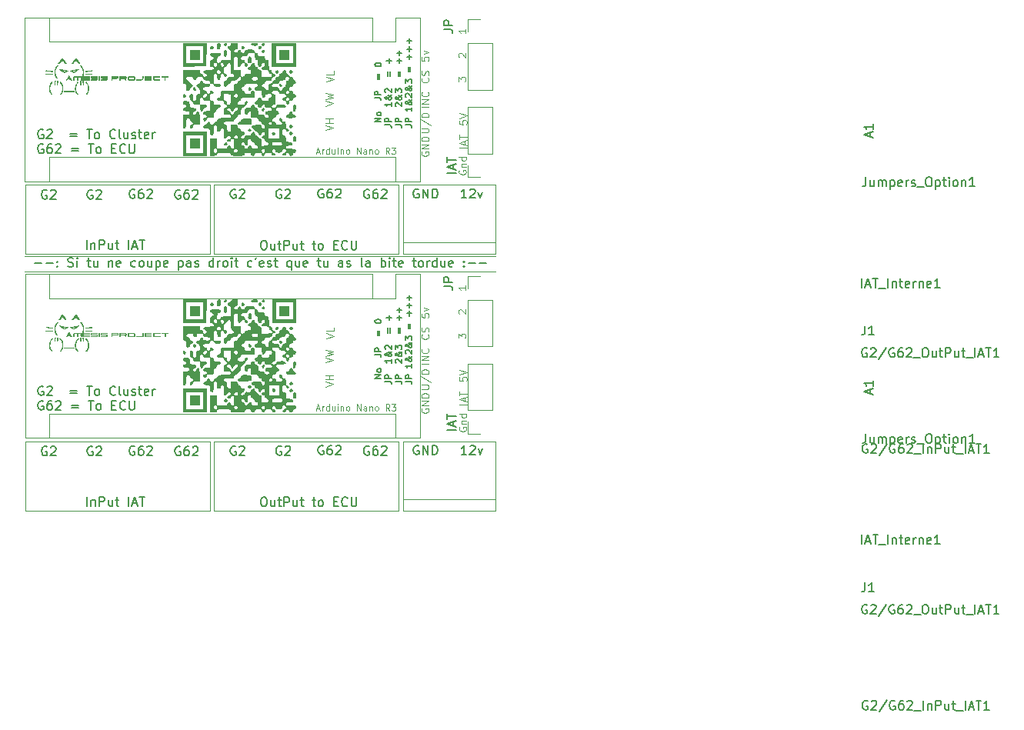
<source format=gbr>
%TF.GenerationSoftware,KiCad,Pcbnew,(6.0.0)*%
%TF.CreationDate,2022-10-01T21:34:56+02:00*%
%TF.ProjectId,012-Amesis-ColdSartE85,3031322d-416d-4657-9369-732d436f6c64,v0.01_Golf 1.6L 16v *%
%TF.SameCoordinates,Original*%
%TF.FileFunction,Legend,Top*%
%TF.FilePolarity,Positive*%
%FSLAX46Y46*%
G04 Gerber Fmt 4.6, Leading zero omitted, Abs format (unit mm)*
G04 Created by KiCad (PCBNEW (6.0.0)) date 2022-10-01 21:34:56*
%MOMM*%
%LPD*%
G01*
G04 APERTURE LIST*
%ADD10C,0.200000*%
%ADD11C,0.100000*%
%ADD12C,0.175000*%
%ADD13C,0.300000*%
%ADD14C,0.150000*%
%ADD15C,0.120000*%
G04 APERTURE END LIST*
D10*
X118630495Y-52751028D02*
X119392400Y-52751028D01*
X119868590Y-52751028D02*
X120630495Y-52751028D01*
X121106685Y-53036742D02*
X121154304Y-53084361D01*
X121106685Y-53131980D01*
X121059066Y-53084361D01*
X121106685Y-53036742D01*
X121106685Y-53131980D01*
X121106685Y-52512933D02*
X121154304Y-52560552D01*
X121106685Y-52608171D01*
X121059066Y-52560552D01*
X121106685Y-52512933D01*
X121106685Y-52608171D01*
X122297161Y-53084361D02*
X122440019Y-53131980D01*
X122678114Y-53131980D01*
X122773352Y-53084361D01*
X122820971Y-53036742D01*
X122868590Y-52941504D01*
X122868590Y-52846266D01*
X122820971Y-52751028D01*
X122773352Y-52703409D01*
X122678114Y-52655790D01*
X122487638Y-52608171D01*
X122392400Y-52560552D01*
X122344780Y-52512933D01*
X122297161Y-52417695D01*
X122297161Y-52322457D01*
X122344780Y-52227219D01*
X122392400Y-52179600D01*
X122487638Y-52131980D01*
X122725733Y-52131980D01*
X122868590Y-52179600D01*
X123297161Y-53131980D02*
X123297161Y-52465314D01*
X123297161Y-52131980D02*
X123249542Y-52179600D01*
X123297161Y-52227219D01*
X123344780Y-52179600D01*
X123297161Y-52131980D01*
X123297161Y-52227219D01*
X124392400Y-52465314D02*
X124773352Y-52465314D01*
X124535257Y-52131980D02*
X124535257Y-52989123D01*
X124582876Y-53084361D01*
X124678114Y-53131980D01*
X124773352Y-53131980D01*
X125535257Y-52465314D02*
X125535257Y-53131980D01*
X125106685Y-52465314D02*
X125106685Y-52989123D01*
X125154304Y-53084361D01*
X125249542Y-53131980D01*
X125392400Y-53131980D01*
X125487638Y-53084361D01*
X125535257Y-53036742D01*
X126773352Y-52465314D02*
X126773352Y-53131980D01*
X126773352Y-52560552D02*
X126820971Y-52512933D01*
X126916209Y-52465314D01*
X127059066Y-52465314D01*
X127154304Y-52512933D01*
X127201923Y-52608171D01*
X127201923Y-53131980D01*
X128059066Y-53084361D02*
X127963828Y-53131980D01*
X127773352Y-53131980D01*
X127678114Y-53084361D01*
X127630495Y-52989123D01*
X127630495Y-52608171D01*
X127678114Y-52512933D01*
X127773352Y-52465314D01*
X127963828Y-52465314D01*
X128059066Y-52512933D01*
X128106685Y-52608171D01*
X128106685Y-52703409D01*
X127630495Y-52798647D01*
X129725733Y-53084361D02*
X129630495Y-53131980D01*
X129440019Y-53131980D01*
X129344780Y-53084361D01*
X129297161Y-53036742D01*
X129249542Y-52941504D01*
X129249542Y-52655790D01*
X129297161Y-52560552D01*
X129344780Y-52512933D01*
X129440019Y-52465314D01*
X129630495Y-52465314D01*
X129725733Y-52512933D01*
X130297161Y-53131980D02*
X130201923Y-53084361D01*
X130154304Y-53036742D01*
X130106685Y-52941504D01*
X130106685Y-52655790D01*
X130154304Y-52560552D01*
X130201923Y-52512933D01*
X130297161Y-52465314D01*
X130440019Y-52465314D01*
X130535257Y-52512933D01*
X130582876Y-52560552D01*
X130630495Y-52655790D01*
X130630495Y-52941504D01*
X130582876Y-53036742D01*
X130535257Y-53084361D01*
X130440019Y-53131980D01*
X130297161Y-53131980D01*
X131487638Y-52465314D02*
X131487638Y-53131980D01*
X131059066Y-52465314D02*
X131059066Y-52989123D01*
X131106685Y-53084361D01*
X131201923Y-53131980D01*
X131344780Y-53131980D01*
X131440019Y-53084361D01*
X131487638Y-53036742D01*
X131963828Y-52465314D02*
X131963828Y-53465314D01*
X131963828Y-52512933D02*
X132059066Y-52465314D01*
X132249542Y-52465314D01*
X132344780Y-52512933D01*
X132392400Y-52560552D01*
X132440019Y-52655790D01*
X132440019Y-52941504D01*
X132392400Y-53036742D01*
X132344780Y-53084361D01*
X132249542Y-53131980D01*
X132059066Y-53131980D01*
X131963828Y-53084361D01*
X133249542Y-53084361D02*
X133154304Y-53131980D01*
X132963828Y-53131980D01*
X132868590Y-53084361D01*
X132820971Y-52989123D01*
X132820971Y-52608171D01*
X132868590Y-52512933D01*
X132963828Y-52465314D01*
X133154304Y-52465314D01*
X133249542Y-52512933D01*
X133297161Y-52608171D01*
X133297161Y-52703409D01*
X132820971Y-52798647D01*
X134487638Y-52465314D02*
X134487638Y-53465314D01*
X134487638Y-52512933D02*
X134582876Y-52465314D01*
X134773352Y-52465314D01*
X134868590Y-52512933D01*
X134916209Y-52560552D01*
X134963828Y-52655790D01*
X134963828Y-52941504D01*
X134916209Y-53036742D01*
X134868590Y-53084361D01*
X134773352Y-53131980D01*
X134582876Y-53131980D01*
X134487638Y-53084361D01*
X135820971Y-53131980D02*
X135820971Y-52608171D01*
X135773352Y-52512933D01*
X135678114Y-52465314D01*
X135487638Y-52465314D01*
X135392400Y-52512933D01*
X135820971Y-53084361D02*
X135725733Y-53131980D01*
X135487638Y-53131980D01*
X135392400Y-53084361D01*
X135344780Y-52989123D01*
X135344780Y-52893885D01*
X135392400Y-52798647D01*
X135487638Y-52751028D01*
X135725733Y-52751028D01*
X135820971Y-52703409D01*
X136249542Y-53084361D02*
X136344780Y-53131980D01*
X136535257Y-53131980D01*
X136630495Y-53084361D01*
X136678114Y-52989123D01*
X136678114Y-52941504D01*
X136630495Y-52846266D01*
X136535257Y-52798647D01*
X136392400Y-52798647D01*
X136297161Y-52751028D01*
X136249542Y-52655790D01*
X136249542Y-52608171D01*
X136297161Y-52512933D01*
X136392400Y-52465314D01*
X136535257Y-52465314D01*
X136630495Y-52512933D01*
X138297161Y-53131980D02*
X138297161Y-52131980D01*
X138297161Y-53084361D02*
X138201923Y-53131980D01*
X138011447Y-53131980D01*
X137916209Y-53084361D01*
X137868590Y-53036742D01*
X137820971Y-52941504D01*
X137820971Y-52655790D01*
X137868590Y-52560552D01*
X137916209Y-52512933D01*
X138011447Y-52465314D01*
X138201923Y-52465314D01*
X138297161Y-52512933D01*
X138773352Y-53131980D02*
X138773352Y-52465314D01*
X138773352Y-52655790D02*
X138820971Y-52560552D01*
X138868590Y-52512933D01*
X138963828Y-52465314D01*
X139059066Y-52465314D01*
X139535257Y-53131980D02*
X139440019Y-53084361D01*
X139392400Y-53036742D01*
X139344780Y-52941504D01*
X139344780Y-52655790D01*
X139392400Y-52560552D01*
X139440019Y-52512933D01*
X139535257Y-52465314D01*
X139678114Y-52465314D01*
X139773352Y-52512933D01*
X139820971Y-52560552D01*
X139868590Y-52655790D01*
X139868590Y-52941504D01*
X139820971Y-53036742D01*
X139773352Y-53084361D01*
X139678114Y-53131980D01*
X139535257Y-53131980D01*
X140297161Y-53131980D02*
X140297161Y-52465314D01*
X140297161Y-52131980D02*
X140249542Y-52179600D01*
X140297161Y-52227219D01*
X140344780Y-52179600D01*
X140297161Y-52131980D01*
X140297161Y-52227219D01*
X140630495Y-52465314D02*
X141011447Y-52465314D01*
X140773352Y-52131980D02*
X140773352Y-52989123D01*
X140820971Y-53084361D01*
X140916209Y-53131980D01*
X141011447Y-53131980D01*
X142535257Y-53084361D02*
X142440019Y-53131980D01*
X142249542Y-53131980D01*
X142154304Y-53084361D01*
X142106685Y-53036742D01*
X142059066Y-52941504D01*
X142059066Y-52655790D01*
X142106685Y-52560552D01*
X142154304Y-52512933D01*
X142249542Y-52465314D01*
X142440019Y-52465314D01*
X142535257Y-52512933D01*
X143011447Y-52131980D02*
X142916209Y-52322457D01*
X143820971Y-53084361D02*
X143725733Y-53131980D01*
X143535257Y-53131980D01*
X143440019Y-53084361D01*
X143392400Y-52989123D01*
X143392400Y-52608171D01*
X143440019Y-52512933D01*
X143535257Y-52465314D01*
X143725733Y-52465314D01*
X143820971Y-52512933D01*
X143868590Y-52608171D01*
X143868590Y-52703409D01*
X143392400Y-52798647D01*
X144249542Y-53084361D02*
X144344780Y-53131980D01*
X144535257Y-53131980D01*
X144630495Y-53084361D01*
X144678114Y-52989123D01*
X144678114Y-52941504D01*
X144630495Y-52846266D01*
X144535257Y-52798647D01*
X144392400Y-52798647D01*
X144297161Y-52751028D01*
X144249542Y-52655790D01*
X144249542Y-52608171D01*
X144297161Y-52512933D01*
X144392400Y-52465314D01*
X144535257Y-52465314D01*
X144630495Y-52512933D01*
X144963828Y-52465314D02*
X145344780Y-52465314D01*
X145106685Y-52131980D02*
X145106685Y-52989123D01*
X145154304Y-53084361D01*
X145249542Y-53131980D01*
X145344780Y-53131980D01*
X146868590Y-52465314D02*
X146868590Y-53465314D01*
X146868590Y-53084361D02*
X146773352Y-53131980D01*
X146582876Y-53131980D01*
X146487638Y-53084361D01*
X146440019Y-53036742D01*
X146392400Y-52941504D01*
X146392400Y-52655790D01*
X146440019Y-52560552D01*
X146487638Y-52512933D01*
X146582876Y-52465314D01*
X146773352Y-52465314D01*
X146868590Y-52512933D01*
X147773352Y-52465314D02*
X147773352Y-53131980D01*
X147344780Y-52465314D02*
X147344780Y-52989123D01*
X147392400Y-53084361D01*
X147487638Y-53131980D01*
X147630495Y-53131980D01*
X147725733Y-53084361D01*
X147773352Y-53036742D01*
X148630495Y-53084361D02*
X148535257Y-53131980D01*
X148344780Y-53131980D01*
X148249542Y-53084361D01*
X148201923Y-52989123D01*
X148201923Y-52608171D01*
X148249542Y-52512933D01*
X148344780Y-52465314D01*
X148535257Y-52465314D01*
X148630495Y-52512933D01*
X148678114Y-52608171D01*
X148678114Y-52703409D01*
X148201923Y-52798647D01*
X149725733Y-52465314D02*
X150106685Y-52465314D01*
X149868590Y-52131980D02*
X149868590Y-52989123D01*
X149916209Y-53084361D01*
X150011447Y-53131980D01*
X150106685Y-53131980D01*
X150868590Y-52465314D02*
X150868590Y-53131980D01*
X150440019Y-52465314D02*
X150440019Y-52989123D01*
X150487638Y-53084361D01*
X150582876Y-53131980D01*
X150725733Y-53131980D01*
X150820971Y-53084361D01*
X150868590Y-53036742D01*
X152535257Y-53131980D02*
X152535257Y-52608171D01*
X152487638Y-52512933D01*
X152392400Y-52465314D01*
X152201923Y-52465314D01*
X152106685Y-52512933D01*
X152535257Y-53084361D02*
X152440019Y-53131980D01*
X152201923Y-53131980D01*
X152106685Y-53084361D01*
X152059066Y-52989123D01*
X152059066Y-52893885D01*
X152106685Y-52798647D01*
X152201923Y-52751028D01*
X152440019Y-52751028D01*
X152535257Y-52703409D01*
X152963828Y-53084361D02*
X153059066Y-53131980D01*
X153249542Y-53131980D01*
X153344780Y-53084361D01*
X153392400Y-52989123D01*
X153392400Y-52941504D01*
X153344780Y-52846266D01*
X153249542Y-52798647D01*
X153106685Y-52798647D01*
X153011447Y-52751028D01*
X152963828Y-52655790D01*
X152963828Y-52608171D01*
X153011447Y-52512933D01*
X153106685Y-52465314D01*
X153249542Y-52465314D01*
X153344780Y-52512933D01*
X154725733Y-53131980D02*
X154630495Y-53084361D01*
X154582876Y-52989123D01*
X154582876Y-52131980D01*
X155535257Y-53131980D02*
X155535257Y-52608171D01*
X155487638Y-52512933D01*
X155392399Y-52465314D01*
X155201923Y-52465314D01*
X155106685Y-52512933D01*
X155535257Y-53084361D02*
X155440019Y-53131980D01*
X155201923Y-53131980D01*
X155106685Y-53084361D01*
X155059066Y-52989123D01*
X155059066Y-52893885D01*
X155106685Y-52798647D01*
X155201923Y-52751028D01*
X155440019Y-52751028D01*
X155535257Y-52703409D01*
X156773352Y-53131980D02*
X156773352Y-52131980D01*
X156773352Y-52512933D02*
X156868590Y-52465314D01*
X157059066Y-52465314D01*
X157154304Y-52512933D01*
X157201923Y-52560552D01*
X157249542Y-52655790D01*
X157249542Y-52941504D01*
X157201923Y-53036742D01*
X157154304Y-53084361D01*
X157059066Y-53131980D01*
X156868590Y-53131980D01*
X156773352Y-53084361D01*
X157678114Y-53131980D02*
X157678114Y-52465314D01*
X157678114Y-52131980D02*
X157630495Y-52179600D01*
X157678114Y-52227219D01*
X157725733Y-52179600D01*
X157678114Y-52131980D01*
X157678114Y-52227219D01*
X158011447Y-52465314D02*
X158392399Y-52465314D01*
X158154304Y-52131980D02*
X158154304Y-52989123D01*
X158201923Y-53084361D01*
X158297161Y-53131980D01*
X158392399Y-53131980D01*
X159106685Y-53084361D02*
X159011447Y-53131980D01*
X158820971Y-53131980D01*
X158725733Y-53084361D01*
X158678114Y-52989123D01*
X158678114Y-52608171D01*
X158725733Y-52512933D01*
X158820971Y-52465314D01*
X159011447Y-52465314D01*
X159106685Y-52512933D01*
X159154304Y-52608171D01*
X159154304Y-52703409D01*
X158678114Y-52798647D01*
X160201923Y-52465314D02*
X160582876Y-52465314D01*
X160344780Y-52131980D02*
X160344780Y-52989123D01*
X160392399Y-53084361D01*
X160487638Y-53131980D01*
X160582876Y-53131980D01*
X161059066Y-53131980D02*
X160963828Y-53084361D01*
X160916209Y-53036742D01*
X160868590Y-52941504D01*
X160868590Y-52655790D01*
X160916209Y-52560552D01*
X160963828Y-52512933D01*
X161059066Y-52465314D01*
X161201923Y-52465314D01*
X161297161Y-52512933D01*
X161344780Y-52560552D01*
X161392400Y-52655790D01*
X161392400Y-52941504D01*
X161344780Y-53036742D01*
X161297161Y-53084361D01*
X161201923Y-53131980D01*
X161059066Y-53131980D01*
X161820971Y-53131980D02*
X161820971Y-52465314D01*
X161820971Y-52655790D02*
X161868590Y-52560552D01*
X161916209Y-52512933D01*
X162011447Y-52465314D01*
X162106685Y-52465314D01*
X162868590Y-53131980D02*
X162868590Y-52131980D01*
X162868590Y-53084361D02*
X162773352Y-53131980D01*
X162582876Y-53131980D01*
X162487638Y-53084361D01*
X162440019Y-53036742D01*
X162392400Y-52941504D01*
X162392400Y-52655790D01*
X162440019Y-52560552D01*
X162487638Y-52512933D01*
X162582876Y-52465314D01*
X162773352Y-52465314D01*
X162868590Y-52512933D01*
X163773352Y-52465314D02*
X163773352Y-53131980D01*
X163344780Y-52465314D02*
X163344780Y-52989123D01*
X163392399Y-53084361D01*
X163487638Y-53131980D01*
X163630495Y-53131980D01*
X163725733Y-53084361D01*
X163773352Y-53036742D01*
X164630495Y-53084361D02*
X164535257Y-53131980D01*
X164344780Y-53131980D01*
X164249542Y-53084361D01*
X164201923Y-52989123D01*
X164201923Y-52608171D01*
X164249542Y-52512933D01*
X164344780Y-52465314D01*
X164535257Y-52465314D01*
X164630495Y-52512933D01*
X164678114Y-52608171D01*
X164678114Y-52703409D01*
X164201923Y-52798647D01*
X165868590Y-53036742D02*
X165916209Y-53084361D01*
X165868590Y-53131980D01*
X165820971Y-53084361D01*
X165868590Y-53036742D01*
X165868590Y-53131980D01*
X165868590Y-52512933D02*
X165916209Y-52560552D01*
X165868590Y-52608171D01*
X165820971Y-52560552D01*
X165868590Y-52512933D01*
X165868590Y-52608171D01*
X166344780Y-52751028D02*
X167106685Y-52751028D01*
X167582876Y-52751028D02*
X168344780Y-52751028D01*
D11*
X169316400Y-53644800D02*
X117551200Y-53644800D01*
X169316400Y-51917600D02*
X117551200Y-51917600D01*
X161245600Y-68732323D02*
X161207504Y-68808514D01*
X161207504Y-68922800D01*
X161245600Y-69037085D01*
X161321790Y-69113276D01*
X161397980Y-69151371D01*
X161550361Y-69189466D01*
X161664647Y-69189466D01*
X161817028Y-69151371D01*
X161893219Y-69113276D01*
X161969409Y-69037085D01*
X162007504Y-68922800D01*
X162007504Y-68846609D01*
X161969409Y-68732323D01*
X161931314Y-68694228D01*
X161664647Y-68694228D01*
X161664647Y-68846609D01*
X162007504Y-68351371D02*
X161207504Y-68351371D01*
X162007504Y-67894228D01*
X161207504Y-67894228D01*
X162007504Y-67513276D02*
X161207504Y-67513276D01*
X161207504Y-67322800D01*
X161245600Y-67208514D01*
X161321790Y-67132323D01*
X161397980Y-67094228D01*
X161550361Y-67056133D01*
X161664647Y-67056133D01*
X161817028Y-67094228D01*
X161893219Y-67132323D01*
X161969409Y-67208514D01*
X162007504Y-67322800D01*
X162007504Y-67513276D01*
D10*
X145773504Y-72906000D02*
X145678266Y-72858380D01*
X145535409Y-72858380D01*
X145392552Y-72906000D01*
X145297314Y-73001238D01*
X145249695Y-73096476D01*
X145202076Y-73286952D01*
X145202076Y-73429809D01*
X145249695Y-73620285D01*
X145297314Y-73715523D01*
X145392552Y-73810761D01*
X145535409Y-73858380D01*
X145630647Y-73858380D01*
X145773504Y-73810761D01*
X145821123Y-73763142D01*
X145821123Y-73429809D01*
X145630647Y-73429809D01*
X146202076Y-72953619D02*
X146249695Y-72906000D01*
X146344933Y-72858380D01*
X146583028Y-72858380D01*
X146678266Y-72906000D01*
X146725885Y-72953619D01*
X146773504Y-73048857D01*
X146773504Y-73144095D01*
X146725885Y-73286952D01*
X146154457Y-73858380D01*
X146773504Y-73858380D01*
X134648304Y-72956800D02*
X134553066Y-72909180D01*
X134410209Y-72909180D01*
X134267352Y-72956800D01*
X134172114Y-73052038D01*
X134124495Y-73147276D01*
X134076876Y-73337752D01*
X134076876Y-73480609D01*
X134124495Y-73671085D01*
X134172114Y-73766323D01*
X134267352Y-73861561D01*
X134410209Y-73909180D01*
X134505447Y-73909180D01*
X134648304Y-73861561D01*
X134695923Y-73813942D01*
X134695923Y-73480609D01*
X134505447Y-73480609D01*
X135553066Y-72909180D02*
X135362590Y-72909180D01*
X135267352Y-72956800D01*
X135219733Y-73004419D01*
X135124495Y-73147276D01*
X135076876Y-73337752D01*
X135076876Y-73718704D01*
X135124495Y-73813942D01*
X135172114Y-73861561D01*
X135267352Y-73909180D01*
X135457828Y-73909180D01*
X135553066Y-73861561D01*
X135600685Y-73813942D01*
X135648304Y-73718704D01*
X135648304Y-73480609D01*
X135600685Y-73385371D01*
X135553066Y-73337752D01*
X135457828Y-73290133D01*
X135267352Y-73290133D01*
X135172114Y-73337752D01*
X135124495Y-73385371D01*
X135076876Y-73480609D01*
X136029257Y-73004419D02*
X136076876Y-72956800D01*
X136172114Y-72909180D01*
X136410209Y-72909180D01*
X136505447Y-72956800D01*
X136553066Y-73004419D01*
X136600685Y-73099657D01*
X136600685Y-73194895D01*
X136553066Y-73337752D01*
X135981638Y-73909180D01*
X136600685Y-73909180D01*
D12*
X156764812Y-65427746D02*
X156064812Y-65427746D01*
X156764812Y-65027746D01*
X156064812Y-65027746D01*
X156764812Y-64594412D02*
X156731479Y-64661079D01*
X156698146Y-64694412D01*
X156631479Y-64727746D01*
X156431479Y-64727746D01*
X156364812Y-64694412D01*
X156331479Y-64661079D01*
X156298146Y-64594412D01*
X156298146Y-64494412D01*
X156331479Y-64427746D01*
X156364812Y-64394412D01*
X156431479Y-64361079D01*
X156631479Y-64361079D01*
X156698146Y-64394412D01*
X156731479Y-64427746D01*
X156764812Y-64494412D01*
X156764812Y-64594412D01*
X156064812Y-62794412D02*
X156564812Y-62794412D01*
X156664812Y-62827746D01*
X156731479Y-62894412D01*
X156764812Y-62994412D01*
X156764812Y-63061079D01*
X156764812Y-62461079D02*
X156064812Y-62461079D01*
X156064812Y-62194412D01*
X156098146Y-62127746D01*
X156131479Y-62094412D01*
X156198146Y-62061079D01*
X156298146Y-62061079D01*
X156364812Y-62094412D01*
X156398146Y-62127746D01*
X156431479Y-62194412D01*
X156431479Y-62461079D01*
X156398146Y-60694412D02*
X156398146Y-60161079D01*
X156598146Y-60161079D02*
X156598146Y-60694412D01*
X156064812Y-59161079D02*
X156064812Y-59094412D01*
X156098146Y-59027746D01*
X156131479Y-58994412D01*
X156198146Y-58961079D01*
X156331479Y-58927746D01*
X156498146Y-58927746D01*
X156631479Y-58961079D01*
X156698146Y-58994412D01*
X156731479Y-59027746D01*
X156764812Y-59094412D01*
X156764812Y-59161079D01*
X156731479Y-59227746D01*
X156698146Y-59261079D01*
X156631479Y-59294412D01*
X156498146Y-59327746D01*
X156331479Y-59327746D01*
X156198146Y-59294412D01*
X156131479Y-59261079D01*
X156098146Y-59227746D01*
X156064812Y-59161079D01*
X157191812Y-65761079D02*
X157691812Y-65761079D01*
X157791812Y-65794412D01*
X157858479Y-65861079D01*
X157891812Y-65961079D01*
X157891812Y-66027746D01*
X157891812Y-65427746D02*
X157191812Y-65427746D01*
X157191812Y-65161079D01*
X157225146Y-65094412D01*
X157258479Y-65061079D01*
X157325146Y-65027746D01*
X157425146Y-65027746D01*
X157491812Y-65061079D01*
X157525146Y-65094412D01*
X157558479Y-65161079D01*
X157558479Y-65427746D01*
X157891812Y-63294412D02*
X157891812Y-63694412D01*
X157891812Y-63494412D02*
X157191812Y-63494412D01*
X157291812Y-63561079D01*
X157358479Y-63627746D01*
X157391812Y-63694412D01*
X157891812Y-62427746D02*
X157891812Y-62461079D01*
X157858479Y-62527746D01*
X157758479Y-62627746D01*
X157558479Y-62794412D01*
X157458479Y-62861079D01*
X157358479Y-62894412D01*
X157291812Y-62894412D01*
X157225146Y-62861079D01*
X157191812Y-62794412D01*
X157191812Y-62761079D01*
X157225146Y-62694412D01*
X157291812Y-62661079D01*
X157325146Y-62661079D01*
X157391812Y-62694412D01*
X157425146Y-62727746D01*
X157558479Y-62927746D01*
X157591812Y-62961079D01*
X157658479Y-62994412D01*
X157758479Y-62994412D01*
X157825146Y-62961079D01*
X157858479Y-62927746D01*
X157891812Y-62861079D01*
X157891812Y-62761079D01*
X157858479Y-62694412D01*
X157825146Y-62661079D01*
X157691812Y-62561079D01*
X157591812Y-62527746D01*
X157525146Y-62527746D01*
X157258479Y-62161079D02*
X157225146Y-62127746D01*
X157191812Y-62061079D01*
X157191812Y-61894412D01*
X157225146Y-61827746D01*
X157258479Y-61794412D01*
X157325146Y-61761079D01*
X157391812Y-61761079D01*
X157491812Y-61794412D01*
X157891812Y-62194412D01*
X157891812Y-61761079D01*
X157525146Y-60394412D02*
X157525146Y-59861079D01*
X157725146Y-59861079D02*
X157725146Y-60394412D01*
X157625146Y-58994412D02*
X157625146Y-58461079D01*
X157891812Y-58727746D02*
X157358479Y-58727746D01*
X158318812Y-65761079D02*
X158818812Y-65761079D01*
X158918812Y-65794412D01*
X158985479Y-65861079D01*
X159018812Y-65961079D01*
X159018812Y-66027746D01*
X159018812Y-65427746D02*
X158318812Y-65427746D01*
X158318812Y-65161079D01*
X158352146Y-65094412D01*
X158385479Y-65061079D01*
X158452146Y-65027746D01*
X158552146Y-65027746D01*
X158618812Y-65061079D01*
X158652146Y-65094412D01*
X158685479Y-65161079D01*
X158685479Y-65427746D01*
X158385479Y-63694412D02*
X158352146Y-63661079D01*
X158318812Y-63594412D01*
X158318812Y-63427746D01*
X158352146Y-63361079D01*
X158385479Y-63327746D01*
X158452146Y-63294412D01*
X158518812Y-63294412D01*
X158618812Y-63327746D01*
X159018812Y-63727746D01*
X159018812Y-63294412D01*
X159018812Y-62427746D02*
X159018812Y-62461079D01*
X158985479Y-62527746D01*
X158885479Y-62627746D01*
X158685479Y-62794412D01*
X158585479Y-62861079D01*
X158485479Y-62894412D01*
X158418812Y-62894412D01*
X158352146Y-62861079D01*
X158318812Y-62794412D01*
X158318812Y-62761079D01*
X158352146Y-62694412D01*
X158418812Y-62661079D01*
X158452146Y-62661079D01*
X158518812Y-62694412D01*
X158552146Y-62727746D01*
X158685479Y-62927746D01*
X158718812Y-62961079D01*
X158785479Y-62994412D01*
X158885479Y-62994412D01*
X158952146Y-62961079D01*
X158985479Y-62927746D01*
X159018812Y-62861079D01*
X159018812Y-62761079D01*
X158985479Y-62694412D01*
X158952146Y-62661079D01*
X158818812Y-62561079D01*
X158718812Y-62527746D01*
X158652146Y-62527746D01*
X158318812Y-62194412D02*
X158318812Y-61761079D01*
X158585479Y-61994412D01*
X158585479Y-61894412D01*
X158618812Y-61827746D01*
X158652146Y-61794412D01*
X158718812Y-61761079D01*
X158885479Y-61761079D01*
X158952146Y-61794412D01*
X158985479Y-61827746D01*
X159018812Y-61894412D01*
X159018812Y-62094412D01*
X158985479Y-62161079D01*
X158952146Y-62194412D01*
X158652146Y-60394412D02*
X158652146Y-59861079D01*
X158852146Y-59861079D02*
X158852146Y-60394412D01*
X158752146Y-58994412D02*
X158752146Y-58461079D01*
X159018812Y-58727746D02*
X158485479Y-58727746D01*
X158752146Y-58127746D02*
X158752146Y-57594412D01*
X159018812Y-57861079D02*
X158485479Y-57861079D01*
X159445812Y-65761079D02*
X159945812Y-65761079D01*
X160045812Y-65794412D01*
X160112479Y-65861079D01*
X160145812Y-65961079D01*
X160145812Y-66027746D01*
X160145812Y-65427746D02*
X159445812Y-65427746D01*
X159445812Y-65161079D01*
X159479146Y-65094412D01*
X159512479Y-65061079D01*
X159579146Y-65027746D01*
X159679146Y-65027746D01*
X159745812Y-65061079D01*
X159779146Y-65094412D01*
X159812479Y-65161079D01*
X159812479Y-65427746D01*
X160145812Y-63827746D02*
X160145812Y-64227746D01*
X160145812Y-64027746D02*
X159445812Y-64027746D01*
X159545812Y-64094412D01*
X159612479Y-64161079D01*
X159645812Y-64227746D01*
X160145812Y-62961079D02*
X160145812Y-62994412D01*
X160112479Y-63061079D01*
X160012479Y-63161079D01*
X159812479Y-63327746D01*
X159712479Y-63394412D01*
X159612479Y-63427746D01*
X159545812Y-63427746D01*
X159479146Y-63394412D01*
X159445812Y-63327746D01*
X159445812Y-63294412D01*
X159479146Y-63227746D01*
X159545812Y-63194412D01*
X159579146Y-63194412D01*
X159645812Y-63227746D01*
X159679146Y-63261079D01*
X159812479Y-63461079D01*
X159845812Y-63494412D01*
X159912479Y-63527746D01*
X160012479Y-63527746D01*
X160079146Y-63494412D01*
X160112479Y-63461079D01*
X160145812Y-63394412D01*
X160145812Y-63294412D01*
X160112479Y-63227746D01*
X160079146Y-63194412D01*
X159945812Y-63094412D01*
X159845812Y-63061079D01*
X159779146Y-63061079D01*
X159512479Y-62694412D02*
X159479146Y-62661079D01*
X159445812Y-62594412D01*
X159445812Y-62427746D01*
X159479146Y-62361079D01*
X159512479Y-62327746D01*
X159579146Y-62294412D01*
X159645812Y-62294412D01*
X159745812Y-62327746D01*
X160145812Y-62727746D01*
X160145812Y-62294412D01*
X160145812Y-61427746D02*
X160145812Y-61461079D01*
X160112479Y-61527746D01*
X160012479Y-61627746D01*
X159812479Y-61794412D01*
X159712479Y-61861079D01*
X159612479Y-61894412D01*
X159545812Y-61894412D01*
X159479146Y-61861079D01*
X159445812Y-61794412D01*
X159445812Y-61761079D01*
X159479146Y-61694412D01*
X159545812Y-61661079D01*
X159579146Y-61661079D01*
X159645812Y-61694412D01*
X159679146Y-61727746D01*
X159812479Y-61927746D01*
X159845812Y-61961079D01*
X159912479Y-61994412D01*
X160012479Y-61994412D01*
X160079146Y-61961079D01*
X160112479Y-61927746D01*
X160145812Y-61861079D01*
X160145812Y-61761079D01*
X160112479Y-61694412D01*
X160079146Y-61661079D01*
X159945812Y-61561079D01*
X159845812Y-61527746D01*
X159779146Y-61527746D01*
X159445812Y-61194412D02*
X159445812Y-60761079D01*
X159712479Y-60994412D01*
X159712479Y-60894412D01*
X159745812Y-60827746D01*
X159779146Y-60794412D01*
X159845812Y-60761079D01*
X160012479Y-60761079D01*
X160079146Y-60794412D01*
X160112479Y-60827746D01*
X160145812Y-60894412D01*
X160145812Y-61094412D01*
X160112479Y-61161079D01*
X160079146Y-61194412D01*
X159779146Y-59927746D02*
X159779146Y-59394412D01*
X159979146Y-59394412D02*
X159979146Y-59927746D01*
X159879146Y-58527746D02*
X159879146Y-57994412D01*
X160145812Y-58261079D02*
X159612479Y-58261079D01*
X159879146Y-57661079D02*
X159879146Y-57127746D01*
X160145812Y-57394412D02*
X159612479Y-57394412D01*
X159879146Y-56794412D02*
X159879146Y-56261079D01*
X160145812Y-56527746D02*
X159612479Y-56527746D01*
D11*
X150641104Y-66319314D02*
X151441104Y-66052647D01*
X150641104Y-65785980D01*
X151441104Y-65519314D02*
X150641104Y-65519314D01*
X151022057Y-65519314D02*
X151022057Y-65062171D01*
X151441104Y-65062171D02*
X150641104Y-65062171D01*
X166173104Y-68262419D02*
X165373104Y-68262419D01*
X165944533Y-67919561D02*
X165944533Y-67538609D01*
X166173104Y-67995752D02*
X165373104Y-67729085D01*
X166173104Y-67462419D01*
X165373104Y-67310038D02*
X165373104Y-66852895D01*
X166173104Y-67081466D02*
X165373104Y-67081466D01*
X150742704Y-60991676D02*
X151542704Y-60725009D01*
X150742704Y-60458342D01*
X151542704Y-59810723D02*
X151542704Y-60191676D01*
X150742704Y-60191676D01*
D10*
X155425504Y-72906000D02*
X155330266Y-72858380D01*
X155187409Y-72858380D01*
X155044552Y-72906000D01*
X154949314Y-73001238D01*
X154901695Y-73096476D01*
X154854076Y-73286952D01*
X154854076Y-73429809D01*
X154901695Y-73620285D01*
X154949314Y-73715523D01*
X155044552Y-73810761D01*
X155187409Y-73858380D01*
X155282647Y-73858380D01*
X155425504Y-73810761D01*
X155473123Y-73763142D01*
X155473123Y-73429809D01*
X155282647Y-73429809D01*
X156330266Y-72858380D02*
X156139790Y-72858380D01*
X156044552Y-72906000D01*
X155996933Y-72953619D01*
X155901695Y-73096476D01*
X155854076Y-73286952D01*
X155854076Y-73667904D01*
X155901695Y-73763142D01*
X155949314Y-73810761D01*
X156044552Y-73858380D01*
X156235028Y-73858380D01*
X156330266Y-73810761D01*
X156377885Y-73763142D01*
X156425504Y-73667904D01*
X156425504Y-73429809D01*
X156377885Y-73334571D01*
X156330266Y-73286952D01*
X156235028Y-73239333D01*
X156044552Y-73239333D01*
X155949314Y-73286952D01*
X155901695Y-73334571D01*
X155854076Y-73429809D01*
X156806457Y-72953619D02*
X156854076Y-72906000D01*
X156949314Y-72858380D01*
X157187409Y-72858380D01*
X157282647Y-72906000D01*
X157330266Y-72953619D01*
X157377885Y-73048857D01*
X157377885Y-73144095D01*
X157330266Y-73286952D01*
X156758838Y-73858380D01*
X157377885Y-73858380D01*
D11*
X161207504Y-66579619D02*
X161855123Y-66579619D01*
X161931314Y-66541523D01*
X161969409Y-66503428D01*
X162007504Y-66427238D01*
X162007504Y-66274857D01*
X161969409Y-66198666D01*
X161931314Y-66160571D01*
X161855123Y-66122476D01*
X161207504Y-66122476D01*
X161169409Y-65170095D02*
X162197980Y-65855809D01*
X162007504Y-64903428D02*
X161207504Y-64903428D01*
X161207504Y-64712952D01*
X161245600Y-64598666D01*
X161321790Y-64522476D01*
X161397980Y-64484380D01*
X161550361Y-64446285D01*
X161664647Y-64446285D01*
X161817028Y-64484380D01*
X161893219Y-64522476D01*
X161969409Y-64598666D01*
X162007504Y-64712952D01*
X162007504Y-64903428D01*
X161931314Y-60585333D02*
X161969409Y-60623428D01*
X162007504Y-60737714D01*
X162007504Y-60813904D01*
X161969409Y-60928190D01*
X161893219Y-61004380D01*
X161817028Y-61042476D01*
X161664647Y-61080571D01*
X161550361Y-61080571D01*
X161397980Y-61042476D01*
X161321790Y-61004380D01*
X161245600Y-60928190D01*
X161207504Y-60813904D01*
X161207504Y-60737714D01*
X161245600Y-60623428D01*
X161283695Y-60585333D01*
X161969409Y-60280571D02*
X162007504Y-60166285D01*
X162007504Y-59975809D01*
X161969409Y-59899619D01*
X161931314Y-59861523D01*
X161855123Y-59823428D01*
X161778933Y-59823428D01*
X161702742Y-59861523D01*
X161664647Y-59899619D01*
X161626552Y-59975809D01*
X161588457Y-60128190D01*
X161550361Y-60204380D01*
X161512266Y-60242476D01*
X161436076Y-60280571D01*
X161359885Y-60280571D01*
X161283695Y-60242476D01*
X161245600Y-60204380D01*
X161207504Y-60128190D01*
X161207504Y-59937714D01*
X161245600Y-59823428D01*
X165373104Y-65277980D02*
X165373104Y-65658933D01*
X165754057Y-65697028D01*
X165715961Y-65658933D01*
X165677866Y-65582742D01*
X165677866Y-65392266D01*
X165715961Y-65316076D01*
X165754057Y-65277980D01*
X165830247Y-65239885D01*
X166020723Y-65239885D01*
X166096914Y-65277980D01*
X166135009Y-65316076D01*
X166173104Y-65392266D01*
X166173104Y-65582742D01*
X166135009Y-65658933D01*
X166096914Y-65697028D01*
X165373104Y-65011314D02*
X166173104Y-64744647D01*
X165373104Y-64477980D01*
X166071504Y-55194228D02*
X166071504Y-55651371D01*
X166071504Y-55422800D02*
X165271504Y-55422800D01*
X165385790Y-55498990D01*
X165461980Y-55575180D01*
X165500076Y-55651371D01*
D10*
X140744304Y-72906000D02*
X140649066Y-72858380D01*
X140506209Y-72858380D01*
X140363352Y-72906000D01*
X140268114Y-73001238D01*
X140220495Y-73096476D01*
X140172876Y-73286952D01*
X140172876Y-73429809D01*
X140220495Y-73620285D01*
X140268114Y-73715523D01*
X140363352Y-73810761D01*
X140506209Y-73858380D01*
X140601447Y-73858380D01*
X140744304Y-73810761D01*
X140791923Y-73763142D01*
X140791923Y-73429809D01*
X140601447Y-73429809D01*
X141172876Y-72953619D02*
X141220495Y-72906000D01*
X141315733Y-72858380D01*
X141553828Y-72858380D01*
X141649066Y-72906000D01*
X141696685Y-72953619D01*
X141744304Y-73048857D01*
X141744304Y-73144095D01*
X141696685Y-73286952D01*
X141125257Y-73858380D01*
X141744304Y-73858380D01*
D11*
X165360400Y-70770685D02*
X165322304Y-70846876D01*
X165322304Y-70961161D01*
X165360400Y-71075447D01*
X165436590Y-71151638D01*
X165512780Y-71189733D01*
X165665161Y-71227828D01*
X165779447Y-71227828D01*
X165931828Y-71189733D01*
X166008019Y-71151638D01*
X166084209Y-71075447D01*
X166122304Y-70961161D01*
X166122304Y-70884971D01*
X166084209Y-70770685D01*
X166046114Y-70732590D01*
X165779447Y-70732590D01*
X165779447Y-70884971D01*
X165588971Y-70389733D02*
X166122304Y-70389733D01*
X165665161Y-70389733D02*
X165627066Y-70351638D01*
X165588971Y-70275447D01*
X165588971Y-70161161D01*
X165627066Y-70084971D01*
X165703257Y-70046876D01*
X166122304Y-70046876D01*
X166122304Y-69323066D02*
X165322304Y-69323066D01*
X166084209Y-69323066D02*
X166122304Y-69399257D01*
X166122304Y-69551638D01*
X166084209Y-69627828D01*
X166046114Y-69665923D01*
X165969923Y-69704019D01*
X165741352Y-69704019D01*
X165665161Y-69665923D01*
X165627066Y-69627828D01*
X165588971Y-69551638D01*
X165588971Y-69399257D01*
X165627066Y-69323066D01*
X149651933Y-68747466D02*
X149985266Y-68747466D01*
X149585266Y-68947466D02*
X149818600Y-68247466D01*
X150051933Y-68947466D01*
X150285266Y-68947466D02*
X150285266Y-68480800D01*
X150285266Y-68614133D02*
X150318600Y-68547466D01*
X150351933Y-68514133D01*
X150418600Y-68480800D01*
X150485266Y-68480800D01*
X151018600Y-68947466D02*
X151018600Y-68247466D01*
X151018600Y-68914133D02*
X150951933Y-68947466D01*
X150818600Y-68947466D01*
X150751933Y-68914133D01*
X150718600Y-68880800D01*
X150685266Y-68814133D01*
X150685266Y-68614133D01*
X150718600Y-68547466D01*
X150751933Y-68514133D01*
X150818600Y-68480800D01*
X150951933Y-68480800D01*
X151018600Y-68514133D01*
X151651933Y-68480800D02*
X151651933Y-68947466D01*
X151351933Y-68480800D02*
X151351933Y-68847466D01*
X151385266Y-68914133D01*
X151451933Y-68947466D01*
X151551933Y-68947466D01*
X151618600Y-68914133D01*
X151651933Y-68880800D01*
X151985266Y-68947466D02*
X151985266Y-68480800D01*
X151985266Y-68247466D02*
X151951933Y-68280800D01*
X151985266Y-68314133D01*
X152018600Y-68280800D01*
X151985266Y-68247466D01*
X151985266Y-68314133D01*
X152318600Y-68480800D02*
X152318600Y-68947466D01*
X152318600Y-68547466D02*
X152351933Y-68514133D01*
X152418600Y-68480800D01*
X152518600Y-68480800D01*
X152585266Y-68514133D01*
X152618600Y-68580800D01*
X152618600Y-68947466D01*
X153051933Y-68947466D02*
X152985266Y-68914133D01*
X152951933Y-68880800D01*
X152918600Y-68814133D01*
X152918600Y-68614133D01*
X152951933Y-68547466D01*
X152985266Y-68514133D01*
X153051933Y-68480800D01*
X153151933Y-68480800D01*
X153218600Y-68514133D01*
X153251933Y-68547466D01*
X153285266Y-68614133D01*
X153285266Y-68814133D01*
X153251933Y-68880800D01*
X153218600Y-68914133D01*
X153151933Y-68947466D01*
X153051933Y-68947466D01*
X154118600Y-68947466D02*
X154118600Y-68247466D01*
X154518600Y-68947466D01*
X154518600Y-68247466D01*
X155151933Y-68947466D02*
X155151933Y-68580800D01*
X155118600Y-68514133D01*
X155051933Y-68480800D01*
X154918600Y-68480800D01*
X154851933Y-68514133D01*
X155151933Y-68914133D02*
X155085266Y-68947466D01*
X154918600Y-68947466D01*
X154851933Y-68914133D01*
X154818600Y-68847466D01*
X154818600Y-68780800D01*
X154851933Y-68714133D01*
X154918600Y-68680800D01*
X155085266Y-68680800D01*
X155151933Y-68647466D01*
X155485266Y-68480800D02*
X155485266Y-68947466D01*
X155485266Y-68547466D02*
X155518600Y-68514133D01*
X155585266Y-68480800D01*
X155685266Y-68480800D01*
X155751933Y-68514133D01*
X155785266Y-68580800D01*
X155785266Y-68947466D01*
X156218600Y-68947466D02*
X156151933Y-68914133D01*
X156118600Y-68880800D01*
X156085266Y-68814133D01*
X156085266Y-68614133D01*
X156118600Y-68547466D01*
X156151933Y-68514133D01*
X156218600Y-68480800D01*
X156318600Y-68480800D01*
X156385266Y-68514133D01*
X156418600Y-68547466D01*
X156451933Y-68614133D01*
X156451933Y-68814133D01*
X156418600Y-68880800D01*
X156385266Y-68914133D01*
X156318600Y-68947466D01*
X156218600Y-68947466D01*
X157685266Y-68947466D02*
X157451933Y-68614133D01*
X157285266Y-68947466D02*
X157285266Y-68247466D01*
X157551933Y-68247466D01*
X157618600Y-68280800D01*
X157651933Y-68314133D01*
X157685266Y-68380800D01*
X157685266Y-68480800D01*
X157651933Y-68547466D01*
X157618600Y-68580800D01*
X157551933Y-68614133D01*
X157285266Y-68614133D01*
X157918600Y-68247466D02*
X158351933Y-68247466D01*
X158118600Y-68514133D01*
X158218600Y-68514133D01*
X158285266Y-68547466D01*
X158318600Y-68580800D01*
X158351933Y-68647466D01*
X158351933Y-68814133D01*
X158318600Y-68880800D01*
X158285266Y-68914133D01*
X158218600Y-68947466D01*
X158018600Y-68947466D01*
X157951933Y-68914133D01*
X157918600Y-68880800D01*
X165271504Y-60972666D02*
X165271504Y-60477428D01*
X165576266Y-60744095D01*
X165576266Y-60629809D01*
X165614361Y-60553619D01*
X165652457Y-60515523D01*
X165728647Y-60477428D01*
X165919123Y-60477428D01*
X165995314Y-60515523D01*
X166033409Y-60553619D01*
X166071504Y-60629809D01*
X166071504Y-60858380D01*
X166033409Y-60934571D01*
X165995314Y-60972666D01*
D10*
X129619104Y-72906000D02*
X129523866Y-72858380D01*
X129381009Y-72858380D01*
X129238152Y-72906000D01*
X129142914Y-73001238D01*
X129095295Y-73096476D01*
X129047676Y-73286952D01*
X129047676Y-73429809D01*
X129095295Y-73620285D01*
X129142914Y-73715523D01*
X129238152Y-73810761D01*
X129381009Y-73858380D01*
X129476247Y-73858380D01*
X129619104Y-73810761D01*
X129666723Y-73763142D01*
X129666723Y-73429809D01*
X129476247Y-73429809D01*
X130523866Y-72858380D02*
X130333390Y-72858380D01*
X130238152Y-72906000D01*
X130190533Y-72953619D01*
X130095295Y-73096476D01*
X130047676Y-73286952D01*
X130047676Y-73667904D01*
X130095295Y-73763142D01*
X130142914Y-73810761D01*
X130238152Y-73858380D01*
X130428628Y-73858380D01*
X130523866Y-73810761D01*
X130571485Y-73763142D01*
X130619104Y-73667904D01*
X130619104Y-73429809D01*
X130571485Y-73334571D01*
X130523866Y-73286952D01*
X130428628Y-73239333D01*
X130238152Y-73239333D01*
X130142914Y-73286952D01*
X130095295Y-73334571D01*
X130047676Y-73429809D01*
X131000057Y-72953619D02*
X131047676Y-72906000D01*
X131142914Y-72858380D01*
X131381009Y-72858380D01*
X131476247Y-72906000D01*
X131523866Y-72953619D01*
X131571485Y-73048857D01*
X131571485Y-73144095D01*
X131523866Y-73286952D01*
X130952438Y-73858380D01*
X131571485Y-73858380D01*
X124996304Y-72956800D02*
X124901066Y-72909180D01*
X124758209Y-72909180D01*
X124615352Y-72956800D01*
X124520114Y-73052038D01*
X124472495Y-73147276D01*
X124424876Y-73337752D01*
X124424876Y-73480609D01*
X124472495Y-73671085D01*
X124520114Y-73766323D01*
X124615352Y-73861561D01*
X124758209Y-73909180D01*
X124853447Y-73909180D01*
X124996304Y-73861561D01*
X125043923Y-73813942D01*
X125043923Y-73480609D01*
X124853447Y-73480609D01*
X125424876Y-73004419D02*
X125472495Y-72956800D01*
X125567733Y-72909180D01*
X125805828Y-72909180D01*
X125901066Y-72956800D01*
X125948685Y-73004419D01*
X125996304Y-73099657D01*
X125996304Y-73194895D01*
X125948685Y-73337752D01*
X125377257Y-73909180D01*
X125996304Y-73909180D01*
X150396304Y-72855200D02*
X150301066Y-72807580D01*
X150158209Y-72807580D01*
X150015352Y-72855200D01*
X149920114Y-72950438D01*
X149872495Y-73045676D01*
X149824876Y-73236152D01*
X149824876Y-73379009D01*
X149872495Y-73569485D01*
X149920114Y-73664723D01*
X150015352Y-73759961D01*
X150158209Y-73807580D01*
X150253447Y-73807580D01*
X150396304Y-73759961D01*
X150443923Y-73712342D01*
X150443923Y-73379009D01*
X150253447Y-73379009D01*
X151301066Y-72807580D02*
X151110590Y-72807580D01*
X151015352Y-72855200D01*
X150967733Y-72902819D01*
X150872495Y-73045676D01*
X150824876Y-73236152D01*
X150824876Y-73617104D01*
X150872495Y-73712342D01*
X150920114Y-73759961D01*
X151015352Y-73807580D01*
X151205828Y-73807580D01*
X151301066Y-73759961D01*
X151348685Y-73712342D01*
X151396304Y-73617104D01*
X151396304Y-73379009D01*
X151348685Y-73283771D01*
X151301066Y-73236152D01*
X151205828Y-73188533D01*
X151015352Y-73188533D01*
X150920114Y-73236152D01*
X150872495Y-73283771D01*
X150824876Y-73379009D01*
X151777257Y-72902819D02*
X151824876Y-72855200D01*
X151920114Y-72807580D01*
X152158209Y-72807580D01*
X152253447Y-72855200D01*
X152301066Y-72902819D01*
X152348685Y-72998057D01*
X152348685Y-73093295D01*
X152301066Y-73236152D01*
X151729638Y-73807580D01*
X152348685Y-73807580D01*
X163637980Y-55271942D02*
X164352266Y-55271942D01*
X164495123Y-55319561D01*
X164590361Y-55414800D01*
X164637980Y-55557657D01*
X164637980Y-55652895D01*
X164637980Y-54795752D02*
X163637980Y-54795752D01*
X163637980Y-54414800D01*
X163685600Y-54319561D01*
X163733219Y-54271942D01*
X163828457Y-54224323D01*
X163971314Y-54224323D01*
X164066552Y-54271942D01*
X164114171Y-54319561D01*
X164161790Y-54414800D01*
X164161790Y-54795752D01*
X119967104Y-72956800D02*
X119871866Y-72909180D01*
X119729009Y-72909180D01*
X119586152Y-72956800D01*
X119490914Y-73052038D01*
X119443295Y-73147276D01*
X119395676Y-73337752D01*
X119395676Y-73480609D01*
X119443295Y-73671085D01*
X119490914Y-73766323D01*
X119586152Y-73861561D01*
X119729009Y-73909180D01*
X119824247Y-73909180D01*
X119967104Y-73861561D01*
X120014723Y-73813942D01*
X120014723Y-73480609D01*
X119824247Y-73480609D01*
X120395676Y-73004419D02*
X120443295Y-72956800D01*
X120538533Y-72909180D01*
X120776628Y-72909180D01*
X120871866Y-72956800D01*
X120919485Y-73004419D01*
X120967104Y-73099657D01*
X120967104Y-73194895D01*
X120919485Y-73337752D01*
X120348057Y-73909180D01*
X120967104Y-73909180D01*
X143763771Y-78497180D02*
X143954247Y-78497180D01*
X144049485Y-78544800D01*
X144144723Y-78640038D01*
X144192342Y-78830514D01*
X144192342Y-79163847D01*
X144144723Y-79354323D01*
X144049485Y-79449561D01*
X143954247Y-79497180D01*
X143763771Y-79497180D01*
X143668533Y-79449561D01*
X143573295Y-79354323D01*
X143525676Y-79163847D01*
X143525676Y-78830514D01*
X143573295Y-78640038D01*
X143668533Y-78544800D01*
X143763771Y-78497180D01*
X145049485Y-78830514D02*
X145049485Y-79497180D01*
X144620914Y-78830514D02*
X144620914Y-79354323D01*
X144668533Y-79449561D01*
X144763771Y-79497180D01*
X144906628Y-79497180D01*
X145001866Y-79449561D01*
X145049485Y-79401942D01*
X145382819Y-78830514D02*
X145763771Y-78830514D01*
X145525676Y-78497180D02*
X145525676Y-79354323D01*
X145573295Y-79449561D01*
X145668533Y-79497180D01*
X145763771Y-79497180D01*
X146097104Y-79497180D02*
X146097104Y-78497180D01*
X146478057Y-78497180D01*
X146573295Y-78544800D01*
X146620914Y-78592419D01*
X146668533Y-78687657D01*
X146668533Y-78830514D01*
X146620914Y-78925752D01*
X146573295Y-78973371D01*
X146478057Y-79020990D01*
X146097104Y-79020990D01*
X147525676Y-78830514D02*
X147525676Y-79497180D01*
X147097104Y-78830514D02*
X147097104Y-79354323D01*
X147144723Y-79449561D01*
X147239961Y-79497180D01*
X147382819Y-79497180D01*
X147478057Y-79449561D01*
X147525676Y-79401942D01*
X147859009Y-78830514D02*
X148239961Y-78830514D01*
X148001866Y-78497180D02*
X148001866Y-79354323D01*
X148049485Y-79449561D01*
X148144723Y-79497180D01*
X148239961Y-79497180D01*
X149192342Y-78830514D02*
X149573295Y-78830514D01*
X149335200Y-78497180D02*
X149335200Y-79354323D01*
X149382819Y-79449561D01*
X149478057Y-79497180D01*
X149573295Y-79497180D01*
X150049485Y-79497180D02*
X149954247Y-79449561D01*
X149906628Y-79401942D01*
X149859009Y-79306704D01*
X149859009Y-79020990D01*
X149906628Y-78925752D01*
X149954247Y-78878133D01*
X150049485Y-78830514D01*
X150192342Y-78830514D01*
X150287580Y-78878133D01*
X150335200Y-78925752D01*
X150382819Y-79020990D01*
X150382819Y-79306704D01*
X150335200Y-79401942D01*
X150287580Y-79449561D01*
X150192342Y-79497180D01*
X150049485Y-79497180D01*
X151573295Y-78973371D02*
X151906628Y-78973371D01*
X152049485Y-79497180D02*
X151573295Y-79497180D01*
X151573295Y-78497180D01*
X152049485Y-78497180D01*
X153049485Y-79401942D02*
X153001866Y-79449561D01*
X152859009Y-79497180D01*
X152763771Y-79497180D01*
X152620914Y-79449561D01*
X152525676Y-79354323D01*
X152478057Y-79259085D01*
X152430438Y-79068609D01*
X152430438Y-78925752D01*
X152478057Y-78735276D01*
X152525676Y-78640038D01*
X152620914Y-78544800D01*
X152763771Y-78497180D01*
X152859009Y-78497180D01*
X153001866Y-78544800D01*
X153049485Y-78592419D01*
X153478057Y-78497180D02*
X153478057Y-79306704D01*
X153525676Y-79401942D01*
X153573295Y-79449561D01*
X153668533Y-79497180D01*
X153859009Y-79497180D01*
X153954247Y-79449561D01*
X154001866Y-79401942D01*
X154049485Y-79306704D01*
X154049485Y-78497180D01*
X160883695Y-72855200D02*
X160788457Y-72807580D01*
X160645600Y-72807580D01*
X160502742Y-72855200D01*
X160407504Y-72950438D01*
X160359885Y-73045676D01*
X160312266Y-73236152D01*
X160312266Y-73379009D01*
X160359885Y-73569485D01*
X160407504Y-73664723D01*
X160502742Y-73759961D01*
X160645600Y-73807580D01*
X160740838Y-73807580D01*
X160883695Y-73759961D01*
X160931314Y-73712342D01*
X160931314Y-73379009D01*
X160740838Y-73379009D01*
X161359885Y-73807580D02*
X161359885Y-72807580D01*
X161931314Y-73807580D01*
X161931314Y-72807580D01*
X162407504Y-73807580D02*
X162407504Y-72807580D01*
X162645600Y-72807580D01*
X162788457Y-72855200D01*
X162883695Y-72950438D01*
X162931314Y-73045676D01*
X162978933Y-73236152D01*
X162978933Y-73379009D01*
X162931314Y-73569485D01*
X162883695Y-73664723D01*
X162788457Y-73759961D01*
X162645600Y-73807580D01*
X162407504Y-73807580D01*
D11*
X162007504Y-63811047D02*
X161207504Y-63811047D01*
X162007504Y-63430095D02*
X161207504Y-63430095D01*
X162007504Y-62972952D01*
X161207504Y-62972952D01*
X161931314Y-62134857D02*
X161969409Y-62172952D01*
X162007504Y-62287238D01*
X162007504Y-62363428D01*
X161969409Y-62477714D01*
X161893219Y-62553904D01*
X161817028Y-62592000D01*
X161664647Y-62630095D01*
X161550361Y-62630095D01*
X161397980Y-62592000D01*
X161321790Y-62553904D01*
X161245600Y-62477714D01*
X161207504Y-62363428D01*
X161207504Y-62287238D01*
X161245600Y-62172952D01*
X161283695Y-62134857D01*
D10*
X166154171Y-73807580D02*
X165582742Y-73807580D01*
X165868457Y-73807580D02*
X165868457Y-72807580D01*
X165773219Y-72950438D01*
X165677980Y-73045676D01*
X165582742Y-73093295D01*
X166535123Y-72902819D02*
X166582742Y-72855200D01*
X166677980Y-72807580D01*
X166916076Y-72807580D01*
X167011314Y-72855200D01*
X167058933Y-72902819D01*
X167106552Y-72998057D01*
X167106552Y-73093295D01*
X167058933Y-73236152D01*
X166487504Y-73807580D01*
X167106552Y-73807580D01*
X167439885Y-73140914D02*
X167677980Y-73807580D01*
X167916076Y-73140914D01*
D11*
X161207504Y-58280285D02*
X161207504Y-58661238D01*
X161588457Y-58699333D01*
X161550361Y-58661238D01*
X161512266Y-58585047D01*
X161512266Y-58394571D01*
X161550361Y-58318380D01*
X161588457Y-58280285D01*
X161664647Y-58242190D01*
X161855123Y-58242190D01*
X161931314Y-58280285D01*
X161969409Y-58318380D01*
X162007504Y-58394571D01*
X162007504Y-58585047D01*
X161969409Y-58661238D01*
X161931314Y-58699333D01*
X161474171Y-57975523D02*
X162007504Y-57785047D01*
X161474171Y-57594571D01*
X165347695Y-58292971D02*
X165309600Y-58254876D01*
X165271504Y-58178685D01*
X165271504Y-57988209D01*
X165309600Y-57912019D01*
X165347695Y-57873923D01*
X165423885Y-57835828D01*
X165500076Y-57835828D01*
X165614361Y-57873923D01*
X166071504Y-58331066D01*
X166071504Y-57835828D01*
X150641104Y-63665009D02*
X151441104Y-63398342D01*
X150641104Y-63131676D01*
X150641104Y-62941200D02*
X151441104Y-62750723D01*
X150869676Y-62598342D01*
X151441104Y-62445961D01*
X150641104Y-62255485D01*
D10*
X164993580Y-71065923D02*
X163993580Y-71065923D01*
X164707866Y-70637352D02*
X164707866Y-70161161D01*
X164993580Y-70732590D02*
X163993580Y-70399257D01*
X164993580Y-70065923D01*
X163993580Y-69875447D02*
X163993580Y-69304019D01*
X164993580Y-69589733D02*
X163993580Y-69589733D01*
X124370895Y-79446380D02*
X124370895Y-78446380D01*
X124847085Y-78779714D02*
X124847085Y-79446380D01*
X124847085Y-78874952D02*
X124894704Y-78827333D01*
X124989942Y-78779714D01*
X125132800Y-78779714D01*
X125228038Y-78827333D01*
X125275657Y-78922571D01*
X125275657Y-79446380D01*
X125751847Y-79446380D02*
X125751847Y-78446380D01*
X126132800Y-78446380D01*
X126228038Y-78494000D01*
X126275657Y-78541619D01*
X126323276Y-78636857D01*
X126323276Y-78779714D01*
X126275657Y-78874952D01*
X126228038Y-78922571D01*
X126132800Y-78970190D01*
X125751847Y-78970190D01*
X127180419Y-78779714D02*
X127180419Y-79446380D01*
X126751847Y-78779714D02*
X126751847Y-79303523D01*
X126799466Y-79398761D01*
X126894704Y-79446380D01*
X127037561Y-79446380D01*
X127132800Y-79398761D01*
X127180419Y-79351142D01*
X127513752Y-78779714D02*
X127894704Y-78779714D01*
X127656609Y-78446380D02*
X127656609Y-79303523D01*
X127704228Y-79398761D01*
X127799466Y-79446380D01*
X127894704Y-79446380D01*
X128989942Y-79446380D02*
X128989942Y-78446380D01*
X129418514Y-79160666D02*
X129894704Y-79160666D01*
X129323276Y-79446380D02*
X129656609Y-78446380D01*
X129989942Y-79446380D01*
X130180419Y-78446380D02*
X130751847Y-78446380D01*
X130466133Y-79446380D02*
X130466133Y-78446380D01*
X119560704Y-66309800D02*
X119465466Y-66262180D01*
X119322609Y-66262180D01*
X119179752Y-66309800D01*
X119084514Y-66405038D01*
X119036895Y-66500276D01*
X118989276Y-66690752D01*
X118989276Y-66833609D01*
X119036895Y-67024085D01*
X119084514Y-67119323D01*
X119179752Y-67214561D01*
X119322609Y-67262180D01*
X119417847Y-67262180D01*
X119560704Y-67214561D01*
X119608323Y-67166942D01*
X119608323Y-66833609D01*
X119417847Y-66833609D01*
X119989276Y-66357419D02*
X120036895Y-66309800D01*
X120132133Y-66262180D01*
X120370228Y-66262180D01*
X120465466Y-66309800D01*
X120513085Y-66357419D01*
X120560704Y-66452657D01*
X120560704Y-66547895D01*
X120513085Y-66690752D01*
X119941657Y-67262180D01*
X120560704Y-67262180D01*
X122513085Y-66738371D02*
X123274990Y-66738371D01*
X123274990Y-67024085D02*
X122513085Y-67024085D01*
X124370228Y-66262180D02*
X124941657Y-66262180D01*
X124655942Y-67262180D02*
X124655942Y-66262180D01*
X125417847Y-67262180D02*
X125322609Y-67214561D01*
X125274990Y-67166942D01*
X125227371Y-67071704D01*
X125227371Y-66785990D01*
X125274990Y-66690752D01*
X125322609Y-66643133D01*
X125417847Y-66595514D01*
X125560704Y-66595514D01*
X125655942Y-66643133D01*
X125703561Y-66690752D01*
X125751180Y-66785990D01*
X125751180Y-67071704D01*
X125703561Y-67166942D01*
X125655942Y-67214561D01*
X125560704Y-67262180D01*
X125417847Y-67262180D01*
X127513085Y-67166942D02*
X127465466Y-67214561D01*
X127322609Y-67262180D01*
X127227371Y-67262180D01*
X127084514Y-67214561D01*
X126989276Y-67119323D01*
X126941657Y-67024085D01*
X126894038Y-66833609D01*
X126894038Y-66690752D01*
X126941657Y-66500276D01*
X126989276Y-66405038D01*
X127084514Y-66309800D01*
X127227371Y-66262180D01*
X127322609Y-66262180D01*
X127465466Y-66309800D01*
X127513085Y-66357419D01*
X128084514Y-67262180D02*
X127989276Y-67214561D01*
X127941657Y-67119323D01*
X127941657Y-66262180D01*
X128894038Y-66595514D02*
X128894038Y-67262180D01*
X128465466Y-66595514D02*
X128465466Y-67119323D01*
X128513085Y-67214561D01*
X128608323Y-67262180D01*
X128751180Y-67262180D01*
X128846419Y-67214561D01*
X128894038Y-67166942D01*
X129322609Y-67214561D02*
X129417847Y-67262180D01*
X129608323Y-67262180D01*
X129703561Y-67214561D01*
X129751180Y-67119323D01*
X129751180Y-67071704D01*
X129703561Y-66976466D01*
X129608323Y-66928847D01*
X129465466Y-66928847D01*
X129370228Y-66881228D01*
X129322609Y-66785990D01*
X129322609Y-66738371D01*
X129370228Y-66643133D01*
X129465466Y-66595514D01*
X129608323Y-66595514D01*
X129703561Y-66643133D01*
X130036895Y-66595514D02*
X130417847Y-66595514D01*
X130179752Y-66262180D02*
X130179752Y-67119323D01*
X130227371Y-67214561D01*
X130322609Y-67262180D01*
X130417847Y-67262180D01*
X131132133Y-67214561D02*
X131036895Y-67262180D01*
X130846419Y-67262180D01*
X130751180Y-67214561D01*
X130703561Y-67119323D01*
X130703561Y-66738371D01*
X130751180Y-66643133D01*
X130846419Y-66595514D01*
X131036895Y-66595514D01*
X131132133Y-66643133D01*
X131179752Y-66738371D01*
X131179752Y-66833609D01*
X130703561Y-66928847D01*
X131608323Y-67262180D02*
X131608323Y-66595514D01*
X131608323Y-66785990D02*
X131655942Y-66690752D01*
X131703561Y-66643133D01*
X131798800Y-66595514D01*
X131894038Y-66595514D01*
X119560704Y-67919800D02*
X119465466Y-67872180D01*
X119322609Y-67872180D01*
X119179752Y-67919800D01*
X119084514Y-68015038D01*
X119036895Y-68110276D01*
X118989276Y-68300752D01*
X118989276Y-68443609D01*
X119036895Y-68634085D01*
X119084514Y-68729323D01*
X119179752Y-68824561D01*
X119322609Y-68872180D01*
X119417847Y-68872180D01*
X119560704Y-68824561D01*
X119608323Y-68776942D01*
X119608323Y-68443609D01*
X119417847Y-68443609D01*
X120465466Y-67872180D02*
X120274990Y-67872180D01*
X120179752Y-67919800D01*
X120132133Y-67967419D01*
X120036895Y-68110276D01*
X119989276Y-68300752D01*
X119989276Y-68681704D01*
X120036895Y-68776942D01*
X120084514Y-68824561D01*
X120179752Y-68872180D01*
X120370228Y-68872180D01*
X120465466Y-68824561D01*
X120513085Y-68776942D01*
X120560704Y-68681704D01*
X120560704Y-68443609D01*
X120513085Y-68348371D01*
X120465466Y-68300752D01*
X120370228Y-68253133D01*
X120179752Y-68253133D01*
X120084514Y-68300752D01*
X120036895Y-68348371D01*
X119989276Y-68443609D01*
X120941657Y-67967419D02*
X120989276Y-67919800D01*
X121084514Y-67872180D01*
X121322609Y-67872180D01*
X121417847Y-67919800D01*
X121465466Y-67967419D01*
X121513085Y-68062657D01*
X121513085Y-68157895D01*
X121465466Y-68300752D01*
X120894038Y-68872180D01*
X121513085Y-68872180D01*
X122703561Y-68348371D02*
X123465466Y-68348371D01*
X123465466Y-68634085D02*
X122703561Y-68634085D01*
X124560704Y-67872180D02*
X125132133Y-67872180D01*
X124846419Y-68872180D02*
X124846419Y-67872180D01*
X125608323Y-68872180D02*
X125513085Y-68824561D01*
X125465466Y-68776942D01*
X125417847Y-68681704D01*
X125417847Y-68395990D01*
X125465466Y-68300752D01*
X125513085Y-68253133D01*
X125608323Y-68205514D01*
X125751180Y-68205514D01*
X125846419Y-68253133D01*
X125894038Y-68300752D01*
X125941657Y-68395990D01*
X125941657Y-68681704D01*
X125894038Y-68776942D01*
X125846419Y-68824561D01*
X125751180Y-68872180D01*
X125608323Y-68872180D01*
X127132133Y-68348371D02*
X127465466Y-68348371D01*
X127608323Y-68872180D02*
X127132133Y-68872180D01*
X127132133Y-67872180D01*
X127608323Y-67872180D01*
X128608323Y-68776942D02*
X128560704Y-68824561D01*
X128417847Y-68872180D01*
X128322609Y-68872180D01*
X128179752Y-68824561D01*
X128084514Y-68729323D01*
X128036895Y-68634085D01*
X127989276Y-68443609D01*
X127989276Y-68300752D01*
X128036895Y-68110276D01*
X128084514Y-68015038D01*
X128179752Y-67919800D01*
X128322609Y-67872180D01*
X128417847Y-67872180D01*
X128560704Y-67919800D01*
X128608323Y-67967419D01*
X129036895Y-67872180D02*
X129036895Y-68681704D01*
X129084514Y-68776942D01*
X129132133Y-68824561D01*
X129227371Y-68872180D01*
X129417847Y-68872180D01*
X129513085Y-68824561D01*
X129560704Y-68776942D01*
X129608323Y-68681704D01*
X129608323Y-67872180D01*
X160878695Y-44605400D02*
X160783457Y-44557780D01*
X160640600Y-44557780D01*
X160497742Y-44605400D01*
X160402504Y-44700638D01*
X160354885Y-44795876D01*
X160307266Y-44986352D01*
X160307266Y-45129209D01*
X160354885Y-45319685D01*
X160402504Y-45414923D01*
X160497742Y-45510161D01*
X160640600Y-45557780D01*
X160735838Y-45557780D01*
X160878695Y-45510161D01*
X160926314Y-45462542D01*
X160926314Y-45129209D01*
X160735838Y-45129209D01*
X161354885Y-45557780D02*
X161354885Y-44557780D01*
X161926314Y-45557780D01*
X161926314Y-44557780D01*
X162402504Y-45557780D02*
X162402504Y-44557780D01*
X162640600Y-44557780D01*
X162783457Y-44605400D01*
X162878695Y-44700638D01*
X162926314Y-44795876D01*
X162973933Y-44986352D01*
X162973933Y-45129209D01*
X162926314Y-45319685D01*
X162878695Y-45414923D01*
X162783457Y-45510161D01*
X162640600Y-45557780D01*
X162402504Y-45557780D01*
X124365895Y-51196580D02*
X124365895Y-50196580D01*
X124842085Y-50529914D02*
X124842085Y-51196580D01*
X124842085Y-50625152D02*
X124889704Y-50577533D01*
X124984942Y-50529914D01*
X125127800Y-50529914D01*
X125223038Y-50577533D01*
X125270657Y-50672771D01*
X125270657Y-51196580D01*
X125746847Y-51196580D02*
X125746847Y-50196580D01*
X126127800Y-50196580D01*
X126223038Y-50244200D01*
X126270657Y-50291819D01*
X126318276Y-50387057D01*
X126318276Y-50529914D01*
X126270657Y-50625152D01*
X126223038Y-50672771D01*
X126127800Y-50720390D01*
X125746847Y-50720390D01*
X127175419Y-50529914D02*
X127175419Y-51196580D01*
X126746847Y-50529914D02*
X126746847Y-51053723D01*
X126794466Y-51148961D01*
X126889704Y-51196580D01*
X127032561Y-51196580D01*
X127127800Y-51148961D01*
X127175419Y-51101342D01*
X127508752Y-50529914D02*
X127889704Y-50529914D01*
X127651609Y-50196580D02*
X127651609Y-51053723D01*
X127699228Y-51148961D01*
X127794466Y-51196580D01*
X127889704Y-51196580D01*
X128984942Y-51196580D02*
X128984942Y-50196580D01*
X129413514Y-50910866D02*
X129889704Y-50910866D01*
X129318276Y-51196580D02*
X129651609Y-50196580D01*
X129984942Y-51196580D01*
X130175419Y-50196580D02*
X130746847Y-50196580D01*
X130461133Y-51196580D02*
X130461133Y-50196580D01*
D11*
X162002504Y-35561247D02*
X161202504Y-35561247D01*
X162002504Y-35180295D02*
X161202504Y-35180295D01*
X162002504Y-34723152D01*
X161202504Y-34723152D01*
X161926314Y-33885057D02*
X161964409Y-33923152D01*
X162002504Y-34037438D01*
X162002504Y-34113628D01*
X161964409Y-34227914D01*
X161888219Y-34304104D01*
X161812028Y-34342200D01*
X161659647Y-34380295D01*
X161545361Y-34380295D01*
X161392980Y-34342200D01*
X161316790Y-34304104D01*
X161240600Y-34227914D01*
X161202504Y-34113628D01*
X161202504Y-34037438D01*
X161240600Y-33923152D01*
X161278695Y-33885057D01*
D10*
X143758771Y-50247380D02*
X143949247Y-50247380D01*
X144044485Y-50295000D01*
X144139723Y-50390238D01*
X144187342Y-50580714D01*
X144187342Y-50914047D01*
X144139723Y-51104523D01*
X144044485Y-51199761D01*
X143949247Y-51247380D01*
X143758771Y-51247380D01*
X143663533Y-51199761D01*
X143568295Y-51104523D01*
X143520676Y-50914047D01*
X143520676Y-50580714D01*
X143568295Y-50390238D01*
X143663533Y-50295000D01*
X143758771Y-50247380D01*
X145044485Y-50580714D02*
X145044485Y-51247380D01*
X144615914Y-50580714D02*
X144615914Y-51104523D01*
X144663533Y-51199761D01*
X144758771Y-51247380D01*
X144901628Y-51247380D01*
X144996866Y-51199761D01*
X145044485Y-51152142D01*
X145377819Y-50580714D02*
X145758771Y-50580714D01*
X145520676Y-50247380D02*
X145520676Y-51104523D01*
X145568295Y-51199761D01*
X145663533Y-51247380D01*
X145758771Y-51247380D01*
X146092104Y-51247380D02*
X146092104Y-50247380D01*
X146473057Y-50247380D01*
X146568295Y-50295000D01*
X146615914Y-50342619D01*
X146663533Y-50437857D01*
X146663533Y-50580714D01*
X146615914Y-50675952D01*
X146568295Y-50723571D01*
X146473057Y-50771190D01*
X146092104Y-50771190D01*
X147520676Y-50580714D02*
X147520676Y-51247380D01*
X147092104Y-50580714D02*
X147092104Y-51104523D01*
X147139723Y-51199761D01*
X147234961Y-51247380D01*
X147377819Y-51247380D01*
X147473057Y-51199761D01*
X147520676Y-51152142D01*
X147854009Y-50580714D02*
X148234961Y-50580714D01*
X147996866Y-50247380D02*
X147996866Y-51104523D01*
X148044485Y-51199761D01*
X148139723Y-51247380D01*
X148234961Y-51247380D01*
X149187342Y-50580714D02*
X149568295Y-50580714D01*
X149330200Y-50247380D02*
X149330200Y-51104523D01*
X149377819Y-51199761D01*
X149473057Y-51247380D01*
X149568295Y-51247380D01*
X150044485Y-51247380D02*
X149949247Y-51199761D01*
X149901628Y-51152142D01*
X149854009Y-51056904D01*
X149854009Y-50771190D01*
X149901628Y-50675952D01*
X149949247Y-50628333D01*
X150044485Y-50580714D01*
X150187342Y-50580714D01*
X150282580Y-50628333D01*
X150330200Y-50675952D01*
X150377819Y-50771190D01*
X150377819Y-51056904D01*
X150330200Y-51152142D01*
X150282580Y-51199761D01*
X150187342Y-51247380D01*
X150044485Y-51247380D01*
X151568295Y-50723571D02*
X151901628Y-50723571D01*
X152044485Y-51247380D02*
X151568295Y-51247380D01*
X151568295Y-50247380D01*
X152044485Y-50247380D01*
X153044485Y-51152142D02*
X152996866Y-51199761D01*
X152854009Y-51247380D01*
X152758771Y-51247380D01*
X152615914Y-51199761D01*
X152520676Y-51104523D01*
X152473057Y-51009285D01*
X152425438Y-50818809D01*
X152425438Y-50675952D01*
X152473057Y-50485476D01*
X152520676Y-50390238D01*
X152615914Y-50295000D01*
X152758771Y-50247380D01*
X152854009Y-50247380D01*
X152996866Y-50295000D01*
X153044485Y-50342619D01*
X153473057Y-50247380D02*
X153473057Y-51056904D01*
X153520676Y-51152142D01*
X153568295Y-51199761D01*
X153663533Y-51247380D01*
X153854009Y-51247380D01*
X153949247Y-51199761D01*
X153996866Y-51152142D01*
X154044485Y-51056904D01*
X154044485Y-50247380D01*
X163632980Y-27022142D02*
X164347266Y-27022142D01*
X164490123Y-27069761D01*
X164585361Y-27165000D01*
X164632980Y-27307857D01*
X164632980Y-27403095D01*
X164632980Y-26545952D02*
X163632980Y-26545952D01*
X163632980Y-26165000D01*
X163680600Y-26069761D01*
X163728219Y-26022142D01*
X163823457Y-25974523D01*
X163966314Y-25974523D01*
X164061552Y-26022142D01*
X164109171Y-26069761D01*
X164156790Y-26165000D01*
X164156790Y-26545952D01*
X164988580Y-42816123D02*
X163988580Y-42816123D01*
X164702866Y-42387552D02*
X164702866Y-41911361D01*
X164988580Y-42482790D02*
X163988580Y-42149457D01*
X164988580Y-41816123D01*
X163988580Y-41625647D02*
X163988580Y-41054219D01*
X164988580Y-41339933D02*
X163988580Y-41339933D01*
D11*
X150636104Y-35415209D02*
X151436104Y-35148542D01*
X150636104Y-34881876D01*
X150636104Y-34691400D02*
X151436104Y-34500923D01*
X150864676Y-34348542D01*
X151436104Y-34196161D01*
X150636104Y-34005685D01*
D10*
X150391304Y-44605400D02*
X150296066Y-44557780D01*
X150153209Y-44557780D01*
X150010352Y-44605400D01*
X149915114Y-44700638D01*
X149867495Y-44795876D01*
X149819876Y-44986352D01*
X149819876Y-45129209D01*
X149867495Y-45319685D01*
X149915114Y-45414923D01*
X150010352Y-45510161D01*
X150153209Y-45557780D01*
X150248447Y-45557780D01*
X150391304Y-45510161D01*
X150438923Y-45462542D01*
X150438923Y-45129209D01*
X150248447Y-45129209D01*
X151296066Y-44557780D02*
X151105590Y-44557780D01*
X151010352Y-44605400D01*
X150962733Y-44653019D01*
X150867495Y-44795876D01*
X150819876Y-44986352D01*
X150819876Y-45367304D01*
X150867495Y-45462542D01*
X150915114Y-45510161D01*
X151010352Y-45557780D01*
X151200828Y-45557780D01*
X151296066Y-45510161D01*
X151343685Y-45462542D01*
X151391304Y-45367304D01*
X151391304Y-45129209D01*
X151343685Y-45033971D01*
X151296066Y-44986352D01*
X151200828Y-44938733D01*
X151010352Y-44938733D01*
X150915114Y-44986352D01*
X150867495Y-45033971D01*
X150819876Y-45129209D01*
X151772257Y-44653019D02*
X151819876Y-44605400D01*
X151915114Y-44557780D01*
X152153209Y-44557780D01*
X152248447Y-44605400D01*
X152296066Y-44653019D01*
X152343685Y-44748257D01*
X152343685Y-44843495D01*
X152296066Y-44986352D01*
X151724638Y-45557780D01*
X152343685Y-45557780D01*
D11*
X165342695Y-30043171D02*
X165304600Y-30005076D01*
X165266504Y-29928885D01*
X165266504Y-29738409D01*
X165304600Y-29662219D01*
X165342695Y-29624123D01*
X165418885Y-29586028D01*
X165495076Y-29586028D01*
X165609361Y-29624123D01*
X166066504Y-30081266D01*
X166066504Y-29586028D01*
D10*
X166149171Y-45557780D02*
X165577742Y-45557780D01*
X165863457Y-45557780D02*
X165863457Y-44557780D01*
X165768219Y-44700638D01*
X165672980Y-44795876D01*
X165577742Y-44843495D01*
X166530123Y-44653019D02*
X166577742Y-44605400D01*
X166672980Y-44557780D01*
X166911076Y-44557780D01*
X167006314Y-44605400D01*
X167053933Y-44653019D01*
X167101552Y-44748257D01*
X167101552Y-44843495D01*
X167053933Y-44986352D01*
X166482504Y-45557780D01*
X167101552Y-45557780D01*
X167434885Y-44891114D02*
X167672980Y-45557780D01*
X167911076Y-44891114D01*
D11*
X161202504Y-30030485D02*
X161202504Y-30411438D01*
X161583457Y-30449533D01*
X161545361Y-30411438D01*
X161507266Y-30335247D01*
X161507266Y-30144771D01*
X161545361Y-30068580D01*
X161583457Y-30030485D01*
X161659647Y-29992390D01*
X161850123Y-29992390D01*
X161926314Y-30030485D01*
X161964409Y-30068580D01*
X162002504Y-30144771D01*
X162002504Y-30335247D01*
X161964409Y-30411438D01*
X161926314Y-30449533D01*
X161469171Y-29725723D02*
X162002504Y-29535247D01*
X161469171Y-29344771D01*
D10*
X119962104Y-44707000D02*
X119866866Y-44659380D01*
X119724009Y-44659380D01*
X119581152Y-44707000D01*
X119485914Y-44802238D01*
X119438295Y-44897476D01*
X119390676Y-45087952D01*
X119390676Y-45230809D01*
X119438295Y-45421285D01*
X119485914Y-45516523D01*
X119581152Y-45611761D01*
X119724009Y-45659380D01*
X119819247Y-45659380D01*
X119962104Y-45611761D01*
X120009723Y-45564142D01*
X120009723Y-45230809D01*
X119819247Y-45230809D01*
X120390676Y-44754619D02*
X120438295Y-44707000D01*
X120533533Y-44659380D01*
X120771628Y-44659380D01*
X120866866Y-44707000D01*
X120914485Y-44754619D01*
X120962104Y-44849857D01*
X120962104Y-44945095D01*
X120914485Y-45087952D01*
X120343057Y-45659380D01*
X120962104Y-45659380D01*
X119555704Y-38060000D02*
X119460466Y-38012380D01*
X119317609Y-38012380D01*
X119174752Y-38060000D01*
X119079514Y-38155238D01*
X119031895Y-38250476D01*
X118984276Y-38440952D01*
X118984276Y-38583809D01*
X119031895Y-38774285D01*
X119079514Y-38869523D01*
X119174752Y-38964761D01*
X119317609Y-39012380D01*
X119412847Y-39012380D01*
X119555704Y-38964761D01*
X119603323Y-38917142D01*
X119603323Y-38583809D01*
X119412847Y-38583809D01*
X119984276Y-38107619D02*
X120031895Y-38060000D01*
X120127133Y-38012380D01*
X120365228Y-38012380D01*
X120460466Y-38060000D01*
X120508085Y-38107619D01*
X120555704Y-38202857D01*
X120555704Y-38298095D01*
X120508085Y-38440952D01*
X119936657Y-39012380D01*
X120555704Y-39012380D01*
X122508085Y-38488571D02*
X123269990Y-38488571D01*
X123269990Y-38774285D02*
X122508085Y-38774285D01*
X124365228Y-38012380D02*
X124936657Y-38012380D01*
X124650942Y-39012380D02*
X124650942Y-38012380D01*
X125412847Y-39012380D02*
X125317609Y-38964761D01*
X125269990Y-38917142D01*
X125222371Y-38821904D01*
X125222371Y-38536190D01*
X125269990Y-38440952D01*
X125317609Y-38393333D01*
X125412847Y-38345714D01*
X125555704Y-38345714D01*
X125650942Y-38393333D01*
X125698561Y-38440952D01*
X125746180Y-38536190D01*
X125746180Y-38821904D01*
X125698561Y-38917142D01*
X125650942Y-38964761D01*
X125555704Y-39012380D01*
X125412847Y-39012380D01*
X127508085Y-38917142D02*
X127460466Y-38964761D01*
X127317609Y-39012380D01*
X127222371Y-39012380D01*
X127079514Y-38964761D01*
X126984276Y-38869523D01*
X126936657Y-38774285D01*
X126889038Y-38583809D01*
X126889038Y-38440952D01*
X126936657Y-38250476D01*
X126984276Y-38155238D01*
X127079514Y-38060000D01*
X127222371Y-38012380D01*
X127317609Y-38012380D01*
X127460466Y-38060000D01*
X127508085Y-38107619D01*
X128079514Y-39012380D02*
X127984276Y-38964761D01*
X127936657Y-38869523D01*
X127936657Y-38012380D01*
X128889038Y-38345714D02*
X128889038Y-39012380D01*
X128460466Y-38345714D02*
X128460466Y-38869523D01*
X128508085Y-38964761D01*
X128603323Y-39012380D01*
X128746180Y-39012380D01*
X128841419Y-38964761D01*
X128889038Y-38917142D01*
X129317609Y-38964761D02*
X129412847Y-39012380D01*
X129603323Y-39012380D01*
X129698561Y-38964761D01*
X129746180Y-38869523D01*
X129746180Y-38821904D01*
X129698561Y-38726666D01*
X129603323Y-38679047D01*
X129460466Y-38679047D01*
X129365228Y-38631428D01*
X129317609Y-38536190D01*
X129317609Y-38488571D01*
X129365228Y-38393333D01*
X129460466Y-38345714D01*
X129603323Y-38345714D01*
X129698561Y-38393333D01*
X130031895Y-38345714D02*
X130412847Y-38345714D01*
X130174752Y-38012380D02*
X130174752Y-38869523D01*
X130222371Y-38964761D01*
X130317609Y-39012380D01*
X130412847Y-39012380D01*
X131127133Y-38964761D02*
X131031895Y-39012380D01*
X130841419Y-39012380D01*
X130746180Y-38964761D01*
X130698561Y-38869523D01*
X130698561Y-38488571D01*
X130746180Y-38393333D01*
X130841419Y-38345714D01*
X131031895Y-38345714D01*
X131127133Y-38393333D01*
X131174752Y-38488571D01*
X131174752Y-38583809D01*
X130698561Y-38679047D01*
X131603323Y-39012380D02*
X131603323Y-38345714D01*
X131603323Y-38536190D02*
X131650942Y-38440952D01*
X131698561Y-38393333D01*
X131793800Y-38345714D01*
X131889038Y-38345714D01*
X119555704Y-39670000D02*
X119460466Y-39622380D01*
X119317609Y-39622380D01*
X119174752Y-39670000D01*
X119079514Y-39765238D01*
X119031895Y-39860476D01*
X118984276Y-40050952D01*
X118984276Y-40193809D01*
X119031895Y-40384285D01*
X119079514Y-40479523D01*
X119174752Y-40574761D01*
X119317609Y-40622380D01*
X119412847Y-40622380D01*
X119555704Y-40574761D01*
X119603323Y-40527142D01*
X119603323Y-40193809D01*
X119412847Y-40193809D01*
X120460466Y-39622380D02*
X120269990Y-39622380D01*
X120174752Y-39670000D01*
X120127133Y-39717619D01*
X120031895Y-39860476D01*
X119984276Y-40050952D01*
X119984276Y-40431904D01*
X120031895Y-40527142D01*
X120079514Y-40574761D01*
X120174752Y-40622380D01*
X120365228Y-40622380D01*
X120460466Y-40574761D01*
X120508085Y-40527142D01*
X120555704Y-40431904D01*
X120555704Y-40193809D01*
X120508085Y-40098571D01*
X120460466Y-40050952D01*
X120365228Y-40003333D01*
X120174752Y-40003333D01*
X120079514Y-40050952D01*
X120031895Y-40098571D01*
X119984276Y-40193809D01*
X120936657Y-39717619D02*
X120984276Y-39670000D01*
X121079514Y-39622380D01*
X121317609Y-39622380D01*
X121412847Y-39670000D01*
X121460466Y-39717619D01*
X121508085Y-39812857D01*
X121508085Y-39908095D01*
X121460466Y-40050952D01*
X120889038Y-40622380D01*
X121508085Y-40622380D01*
X122698561Y-40098571D02*
X123460466Y-40098571D01*
X123460466Y-40384285D02*
X122698561Y-40384285D01*
X124555704Y-39622380D02*
X125127133Y-39622380D01*
X124841419Y-40622380D02*
X124841419Y-39622380D01*
X125603323Y-40622380D02*
X125508085Y-40574761D01*
X125460466Y-40527142D01*
X125412847Y-40431904D01*
X125412847Y-40146190D01*
X125460466Y-40050952D01*
X125508085Y-40003333D01*
X125603323Y-39955714D01*
X125746180Y-39955714D01*
X125841419Y-40003333D01*
X125889038Y-40050952D01*
X125936657Y-40146190D01*
X125936657Y-40431904D01*
X125889038Y-40527142D01*
X125841419Y-40574761D01*
X125746180Y-40622380D01*
X125603323Y-40622380D01*
X127127133Y-40098571D02*
X127460466Y-40098571D01*
X127603323Y-40622380D02*
X127127133Y-40622380D01*
X127127133Y-39622380D01*
X127603323Y-39622380D01*
X128603323Y-40527142D02*
X128555704Y-40574761D01*
X128412847Y-40622380D01*
X128317609Y-40622380D01*
X128174752Y-40574761D01*
X128079514Y-40479523D01*
X128031895Y-40384285D01*
X127984276Y-40193809D01*
X127984276Y-40050952D01*
X128031895Y-39860476D01*
X128079514Y-39765238D01*
X128174752Y-39670000D01*
X128317609Y-39622380D01*
X128412847Y-39622380D01*
X128555704Y-39670000D01*
X128603323Y-39717619D01*
X129031895Y-39622380D02*
X129031895Y-40431904D01*
X129079514Y-40527142D01*
X129127133Y-40574761D01*
X129222371Y-40622380D01*
X129412847Y-40622380D01*
X129508085Y-40574761D01*
X129555704Y-40527142D01*
X129603323Y-40431904D01*
X129603323Y-39622380D01*
X145768504Y-44656200D02*
X145673266Y-44608580D01*
X145530409Y-44608580D01*
X145387552Y-44656200D01*
X145292314Y-44751438D01*
X145244695Y-44846676D01*
X145197076Y-45037152D01*
X145197076Y-45180009D01*
X145244695Y-45370485D01*
X145292314Y-45465723D01*
X145387552Y-45560961D01*
X145530409Y-45608580D01*
X145625647Y-45608580D01*
X145768504Y-45560961D01*
X145816123Y-45513342D01*
X145816123Y-45180009D01*
X145625647Y-45180009D01*
X146197076Y-44703819D02*
X146244695Y-44656200D01*
X146339933Y-44608580D01*
X146578028Y-44608580D01*
X146673266Y-44656200D01*
X146720885Y-44703819D01*
X146768504Y-44799057D01*
X146768504Y-44894295D01*
X146720885Y-45037152D01*
X146149457Y-45608580D01*
X146768504Y-45608580D01*
D11*
X166066504Y-26944428D02*
X166066504Y-27401571D01*
X166066504Y-27173000D02*
X165266504Y-27173000D01*
X165380790Y-27249190D01*
X165456980Y-27325380D01*
X165495076Y-27401571D01*
X161926314Y-32335533D02*
X161964409Y-32373628D01*
X162002504Y-32487914D01*
X162002504Y-32564104D01*
X161964409Y-32678390D01*
X161888219Y-32754580D01*
X161812028Y-32792676D01*
X161659647Y-32830771D01*
X161545361Y-32830771D01*
X161392980Y-32792676D01*
X161316790Y-32754580D01*
X161240600Y-32678390D01*
X161202504Y-32564104D01*
X161202504Y-32487914D01*
X161240600Y-32373628D01*
X161278695Y-32335533D01*
X161964409Y-32030771D02*
X162002504Y-31916485D01*
X162002504Y-31726009D01*
X161964409Y-31649819D01*
X161926314Y-31611723D01*
X161850123Y-31573628D01*
X161773933Y-31573628D01*
X161697742Y-31611723D01*
X161659647Y-31649819D01*
X161621552Y-31726009D01*
X161583457Y-31878390D01*
X161545361Y-31954580D01*
X161507266Y-31992676D01*
X161431076Y-32030771D01*
X161354885Y-32030771D01*
X161278695Y-31992676D01*
X161240600Y-31954580D01*
X161202504Y-31878390D01*
X161202504Y-31687914D01*
X161240600Y-31573628D01*
X165266504Y-32722866D02*
X165266504Y-32227628D01*
X165571266Y-32494295D01*
X165571266Y-32380009D01*
X165609361Y-32303819D01*
X165647457Y-32265723D01*
X165723647Y-32227628D01*
X165914123Y-32227628D01*
X165990314Y-32265723D01*
X166028409Y-32303819D01*
X166066504Y-32380009D01*
X166066504Y-32608580D01*
X166028409Y-32684771D01*
X165990314Y-32722866D01*
X161202504Y-38329819D02*
X161850123Y-38329819D01*
X161926314Y-38291723D01*
X161964409Y-38253628D01*
X162002504Y-38177438D01*
X162002504Y-38025057D01*
X161964409Y-37948866D01*
X161926314Y-37910771D01*
X161850123Y-37872676D01*
X161202504Y-37872676D01*
X161164409Y-36920295D02*
X162192980Y-37606009D01*
X162002504Y-36653628D02*
X161202504Y-36653628D01*
X161202504Y-36463152D01*
X161240600Y-36348866D01*
X161316790Y-36272676D01*
X161392980Y-36234580D01*
X161545361Y-36196485D01*
X161659647Y-36196485D01*
X161812028Y-36234580D01*
X161888219Y-36272676D01*
X161964409Y-36348866D01*
X162002504Y-36463152D01*
X162002504Y-36653628D01*
D10*
X129614104Y-44656200D02*
X129518866Y-44608580D01*
X129376009Y-44608580D01*
X129233152Y-44656200D01*
X129137914Y-44751438D01*
X129090295Y-44846676D01*
X129042676Y-45037152D01*
X129042676Y-45180009D01*
X129090295Y-45370485D01*
X129137914Y-45465723D01*
X129233152Y-45560961D01*
X129376009Y-45608580D01*
X129471247Y-45608580D01*
X129614104Y-45560961D01*
X129661723Y-45513342D01*
X129661723Y-45180009D01*
X129471247Y-45180009D01*
X130518866Y-44608580D02*
X130328390Y-44608580D01*
X130233152Y-44656200D01*
X130185533Y-44703819D01*
X130090295Y-44846676D01*
X130042676Y-45037152D01*
X130042676Y-45418104D01*
X130090295Y-45513342D01*
X130137914Y-45560961D01*
X130233152Y-45608580D01*
X130423628Y-45608580D01*
X130518866Y-45560961D01*
X130566485Y-45513342D01*
X130614104Y-45418104D01*
X130614104Y-45180009D01*
X130566485Y-45084771D01*
X130518866Y-45037152D01*
X130423628Y-44989533D01*
X130233152Y-44989533D01*
X130137914Y-45037152D01*
X130090295Y-45084771D01*
X130042676Y-45180009D01*
X130995057Y-44703819D02*
X131042676Y-44656200D01*
X131137914Y-44608580D01*
X131376009Y-44608580D01*
X131471247Y-44656200D01*
X131518866Y-44703819D01*
X131566485Y-44799057D01*
X131566485Y-44894295D01*
X131518866Y-45037152D01*
X130947438Y-45608580D01*
X131566485Y-45608580D01*
X155420504Y-44656200D02*
X155325266Y-44608580D01*
X155182409Y-44608580D01*
X155039552Y-44656200D01*
X154944314Y-44751438D01*
X154896695Y-44846676D01*
X154849076Y-45037152D01*
X154849076Y-45180009D01*
X154896695Y-45370485D01*
X154944314Y-45465723D01*
X155039552Y-45560961D01*
X155182409Y-45608580D01*
X155277647Y-45608580D01*
X155420504Y-45560961D01*
X155468123Y-45513342D01*
X155468123Y-45180009D01*
X155277647Y-45180009D01*
X156325266Y-44608580D02*
X156134790Y-44608580D01*
X156039552Y-44656200D01*
X155991933Y-44703819D01*
X155896695Y-44846676D01*
X155849076Y-45037152D01*
X155849076Y-45418104D01*
X155896695Y-45513342D01*
X155944314Y-45560961D01*
X156039552Y-45608580D01*
X156230028Y-45608580D01*
X156325266Y-45560961D01*
X156372885Y-45513342D01*
X156420504Y-45418104D01*
X156420504Y-45180009D01*
X156372885Y-45084771D01*
X156325266Y-45037152D01*
X156230028Y-44989533D01*
X156039552Y-44989533D01*
X155944314Y-45037152D01*
X155896695Y-45084771D01*
X155849076Y-45180009D01*
X156801457Y-44703819D02*
X156849076Y-44656200D01*
X156944314Y-44608580D01*
X157182409Y-44608580D01*
X157277647Y-44656200D01*
X157325266Y-44703819D01*
X157372885Y-44799057D01*
X157372885Y-44894295D01*
X157325266Y-45037152D01*
X156753838Y-45608580D01*
X157372885Y-45608580D01*
X124991304Y-44707000D02*
X124896066Y-44659380D01*
X124753209Y-44659380D01*
X124610352Y-44707000D01*
X124515114Y-44802238D01*
X124467495Y-44897476D01*
X124419876Y-45087952D01*
X124419876Y-45230809D01*
X124467495Y-45421285D01*
X124515114Y-45516523D01*
X124610352Y-45611761D01*
X124753209Y-45659380D01*
X124848447Y-45659380D01*
X124991304Y-45611761D01*
X125038923Y-45564142D01*
X125038923Y-45230809D01*
X124848447Y-45230809D01*
X125419876Y-44754619D02*
X125467495Y-44707000D01*
X125562733Y-44659380D01*
X125800828Y-44659380D01*
X125896066Y-44707000D01*
X125943685Y-44754619D01*
X125991304Y-44849857D01*
X125991304Y-44945095D01*
X125943685Y-45087952D01*
X125372257Y-45659380D01*
X125991304Y-45659380D01*
X134643304Y-44707000D02*
X134548066Y-44659380D01*
X134405209Y-44659380D01*
X134262352Y-44707000D01*
X134167114Y-44802238D01*
X134119495Y-44897476D01*
X134071876Y-45087952D01*
X134071876Y-45230809D01*
X134119495Y-45421285D01*
X134167114Y-45516523D01*
X134262352Y-45611761D01*
X134405209Y-45659380D01*
X134500447Y-45659380D01*
X134643304Y-45611761D01*
X134690923Y-45564142D01*
X134690923Y-45230809D01*
X134500447Y-45230809D01*
X135548066Y-44659380D02*
X135357590Y-44659380D01*
X135262352Y-44707000D01*
X135214733Y-44754619D01*
X135119495Y-44897476D01*
X135071876Y-45087952D01*
X135071876Y-45468904D01*
X135119495Y-45564142D01*
X135167114Y-45611761D01*
X135262352Y-45659380D01*
X135452828Y-45659380D01*
X135548066Y-45611761D01*
X135595685Y-45564142D01*
X135643304Y-45468904D01*
X135643304Y-45230809D01*
X135595685Y-45135571D01*
X135548066Y-45087952D01*
X135452828Y-45040333D01*
X135262352Y-45040333D01*
X135167114Y-45087952D01*
X135119495Y-45135571D01*
X135071876Y-45230809D01*
X136024257Y-44754619D02*
X136071876Y-44707000D01*
X136167114Y-44659380D01*
X136405209Y-44659380D01*
X136500447Y-44707000D01*
X136548066Y-44754619D01*
X136595685Y-44849857D01*
X136595685Y-44945095D01*
X136548066Y-45087952D01*
X135976638Y-45659380D01*
X136595685Y-45659380D01*
D11*
X165368104Y-37028180D02*
X165368104Y-37409133D01*
X165749057Y-37447228D01*
X165710961Y-37409133D01*
X165672866Y-37332942D01*
X165672866Y-37142466D01*
X165710961Y-37066276D01*
X165749057Y-37028180D01*
X165825247Y-36990085D01*
X166015723Y-36990085D01*
X166091914Y-37028180D01*
X166130009Y-37066276D01*
X166168104Y-37142466D01*
X166168104Y-37332942D01*
X166130009Y-37409133D01*
X166091914Y-37447228D01*
X165368104Y-36761514D02*
X166168104Y-36494847D01*
X165368104Y-36228180D01*
X150737704Y-32741876D02*
X151537704Y-32475209D01*
X150737704Y-32208542D01*
X151537704Y-31560923D02*
X151537704Y-31941876D01*
X150737704Y-31941876D01*
X161240600Y-40482523D02*
X161202504Y-40558714D01*
X161202504Y-40673000D01*
X161240600Y-40787285D01*
X161316790Y-40863476D01*
X161392980Y-40901571D01*
X161545361Y-40939666D01*
X161659647Y-40939666D01*
X161812028Y-40901571D01*
X161888219Y-40863476D01*
X161964409Y-40787285D01*
X162002504Y-40673000D01*
X162002504Y-40596809D01*
X161964409Y-40482523D01*
X161926314Y-40444428D01*
X161659647Y-40444428D01*
X161659647Y-40596809D01*
X162002504Y-40101571D02*
X161202504Y-40101571D01*
X162002504Y-39644428D01*
X161202504Y-39644428D01*
X162002504Y-39263476D02*
X161202504Y-39263476D01*
X161202504Y-39073000D01*
X161240600Y-38958714D01*
X161316790Y-38882523D01*
X161392980Y-38844428D01*
X161545361Y-38806333D01*
X161659647Y-38806333D01*
X161812028Y-38844428D01*
X161888219Y-38882523D01*
X161964409Y-38958714D01*
X162002504Y-39073000D01*
X162002504Y-39263476D01*
X149646933Y-40497666D02*
X149980266Y-40497666D01*
X149580266Y-40697666D02*
X149813600Y-39997666D01*
X150046933Y-40697666D01*
X150280266Y-40697666D02*
X150280266Y-40231000D01*
X150280266Y-40364333D02*
X150313600Y-40297666D01*
X150346933Y-40264333D01*
X150413600Y-40231000D01*
X150480266Y-40231000D01*
X151013600Y-40697666D02*
X151013600Y-39997666D01*
X151013600Y-40664333D02*
X150946933Y-40697666D01*
X150813600Y-40697666D01*
X150746933Y-40664333D01*
X150713600Y-40631000D01*
X150680266Y-40564333D01*
X150680266Y-40364333D01*
X150713600Y-40297666D01*
X150746933Y-40264333D01*
X150813600Y-40231000D01*
X150946933Y-40231000D01*
X151013600Y-40264333D01*
X151646933Y-40231000D02*
X151646933Y-40697666D01*
X151346933Y-40231000D02*
X151346933Y-40597666D01*
X151380266Y-40664333D01*
X151446933Y-40697666D01*
X151546933Y-40697666D01*
X151613600Y-40664333D01*
X151646933Y-40631000D01*
X151980266Y-40697666D02*
X151980266Y-40231000D01*
X151980266Y-39997666D02*
X151946933Y-40031000D01*
X151980266Y-40064333D01*
X152013600Y-40031000D01*
X151980266Y-39997666D01*
X151980266Y-40064333D01*
X152313600Y-40231000D02*
X152313600Y-40697666D01*
X152313600Y-40297666D02*
X152346933Y-40264333D01*
X152413600Y-40231000D01*
X152513600Y-40231000D01*
X152580266Y-40264333D01*
X152613600Y-40331000D01*
X152613600Y-40697666D01*
X153046933Y-40697666D02*
X152980266Y-40664333D01*
X152946933Y-40631000D01*
X152913600Y-40564333D01*
X152913600Y-40364333D01*
X152946933Y-40297666D01*
X152980266Y-40264333D01*
X153046933Y-40231000D01*
X153146933Y-40231000D01*
X153213600Y-40264333D01*
X153246933Y-40297666D01*
X153280266Y-40364333D01*
X153280266Y-40564333D01*
X153246933Y-40631000D01*
X153213600Y-40664333D01*
X153146933Y-40697666D01*
X153046933Y-40697666D01*
X154113600Y-40697666D02*
X154113600Y-39997666D01*
X154513600Y-40697666D01*
X154513600Y-39997666D01*
X155146933Y-40697666D02*
X155146933Y-40331000D01*
X155113600Y-40264333D01*
X155046933Y-40231000D01*
X154913600Y-40231000D01*
X154846933Y-40264333D01*
X155146933Y-40664333D02*
X155080266Y-40697666D01*
X154913600Y-40697666D01*
X154846933Y-40664333D01*
X154813600Y-40597666D01*
X154813600Y-40531000D01*
X154846933Y-40464333D01*
X154913600Y-40431000D01*
X155080266Y-40431000D01*
X155146933Y-40397666D01*
X155480266Y-40231000D02*
X155480266Y-40697666D01*
X155480266Y-40297666D02*
X155513600Y-40264333D01*
X155580266Y-40231000D01*
X155680266Y-40231000D01*
X155746933Y-40264333D01*
X155780266Y-40331000D01*
X155780266Y-40697666D01*
X156213600Y-40697666D02*
X156146933Y-40664333D01*
X156113600Y-40631000D01*
X156080266Y-40564333D01*
X156080266Y-40364333D01*
X156113600Y-40297666D01*
X156146933Y-40264333D01*
X156213600Y-40231000D01*
X156313600Y-40231000D01*
X156380266Y-40264333D01*
X156413600Y-40297666D01*
X156446933Y-40364333D01*
X156446933Y-40564333D01*
X156413600Y-40631000D01*
X156380266Y-40664333D01*
X156313600Y-40697666D01*
X156213600Y-40697666D01*
X157680266Y-40697666D02*
X157446933Y-40364333D01*
X157280266Y-40697666D02*
X157280266Y-39997666D01*
X157546933Y-39997666D01*
X157613600Y-40031000D01*
X157646933Y-40064333D01*
X157680266Y-40131000D01*
X157680266Y-40231000D01*
X157646933Y-40297666D01*
X157613600Y-40331000D01*
X157546933Y-40364333D01*
X157280266Y-40364333D01*
X157913600Y-39997666D02*
X158346933Y-39997666D01*
X158113600Y-40264333D01*
X158213600Y-40264333D01*
X158280266Y-40297666D01*
X158313600Y-40331000D01*
X158346933Y-40397666D01*
X158346933Y-40564333D01*
X158313600Y-40631000D01*
X158280266Y-40664333D01*
X158213600Y-40697666D01*
X158013600Y-40697666D01*
X157946933Y-40664333D01*
X157913600Y-40631000D01*
X166168104Y-40012619D02*
X165368104Y-40012619D01*
X165939533Y-39669761D02*
X165939533Y-39288809D01*
X166168104Y-39745952D02*
X165368104Y-39479285D01*
X166168104Y-39212619D01*
X165368104Y-39060238D02*
X165368104Y-38603095D01*
X166168104Y-38831666D02*
X165368104Y-38831666D01*
D10*
X140739304Y-44656200D02*
X140644066Y-44608580D01*
X140501209Y-44608580D01*
X140358352Y-44656200D01*
X140263114Y-44751438D01*
X140215495Y-44846676D01*
X140167876Y-45037152D01*
X140167876Y-45180009D01*
X140215495Y-45370485D01*
X140263114Y-45465723D01*
X140358352Y-45560961D01*
X140501209Y-45608580D01*
X140596447Y-45608580D01*
X140739304Y-45560961D01*
X140786923Y-45513342D01*
X140786923Y-45180009D01*
X140596447Y-45180009D01*
X141167876Y-44703819D02*
X141215495Y-44656200D01*
X141310733Y-44608580D01*
X141548828Y-44608580D01*
X141644066Y-44656200D01*
X141691685Y-44703819D01*
X141739304Y-44799057D01*
X141739304Y-44894295D01*
X141691685Y-45037152D01*
X141120257Y-45608580D01*
X141739304Y-45608580D01*
D11*
X165355400Y-42520885D02*
X165317304Y-42597076D01*
X165317304Y-42711361D01*
X165355400Y-42825647D01*
X165431590Y-42901838D01*
X165507780Y-42939933D01*
X165660161Y-42978028D01*
X165774447Y-42978028D01*
X165926828Y-42939933D01*
X166003019Y-42901838D01*
X166079209Y-42825647D01*
X166117304Y-42711361D01*
X166117304Y-42635171D01*
X166079209Y-42520885D01*
X166041114Y-42482790D01*
X165774447Y-42482790D01*
X165774447Y-42635171D01*
X165583971Y-42139933D02*
X166117304Y-42139933D01*
X165660161Y-42139933D02*
X165622066Y-42101838D01*
X165583971Y-42025647D01*
X165583971Y-41911361D01*
X165622066Y-41835171D01*
X165698257Y-41797076D01*
X166117304Y-41797076D01*
X166117304Y-41073266D02*
X165317304Y-41073266D01*
X166079209Y-41073266D02*
X166117304Y-41149457D01*
X166117304Y-41301838D01*
X166079209Y-41378028D01*
X166041114Y-41416123D01*
X165964923Y-41454219D01*
X165736352Y-41454219D01*
X165660161Y-41416123D01*
X165622066Y-41378028D01*
X165583971Y-41301838D01*
X165583971Y-41149457D01*
X165622066Y-41073266D01*
X150636104Y-38069514D02*
X151436104Y-37802847D01*
X150636104Y-37536180D01*
X151436104Y-37269514D02*
X150636104Y-37269514D01*
X151017057Y-37269514D02*
X151017057Y-36812371D01*
X151436104Y-36812371D02*
X150636104Y-36812371D01*
D12*
X156759812Y-37177946D02*
X156059812Y-37177946D01*
X156759812Y-36777946D01*
X156059812Y-36777946D01*
X156759812Y-36344612D02*
X156726479Y-36411279D01*
X156693146Y-36444612D01*
X156626479Y-36477946D01*
X156426479Y-36477946D01*
X156359812Y-36444612D01*
X156326479Y-36411279D01*
X156293146Y-36344612D01*
X156293146Y-36244612D01*
X156326479Y-36177946D01*
X156359812Y-36144612D01*
X156426479Y-36111279D01*
X156626479Y-36111279D01*
X156693146Y-36144612D01*
X156726479Y-36177946D01*
X156759812Y-36244612D01*
X156759812Y-36344612D01*
X156059812Y-34544612D02*
X156559812Y-34544612D01*
X156659812Y-34577946D01*
X156726479Y-34644612D01*
X156759812Y-34744612D01*
X156759812Y-34811279D01*
X156759812Y-34211279D02*
X156059812Y-34211279D01*
X156059812Y-33944612D01*
X156093146Y-33877946D01*
X156126479Y-33844612D01*
X156193146Y-33811279D01*
X156293146Y-33811279D01*
X156359812Y-33844612D01*
X156393146Y-33877946D01*
X156426479Y-33944612D01*
X156426479Y-34211279D01*
X156393146Y-32444612D02*
X156393146Y-31911279D01*
X156593146Y-31911279D02*
X156593146Y-32444612D01*
X156059812Y-30911279D02*
X156059812Y-30844612D01*
X156093146Y-30777946D01*
X156126479Y-30744612D01*
X156193146Y-30711279D01*
X156326479Y-30677946D01*
X156493146Y-30677946D01*
X156626479Y-30711279D01*
X156693146Y-30744612D01*
X156726479Y-30777946D01*
X156759812Y-30844612D01*
X156759812Y-30911279D01*
X156726479Y-30977946D01*
X156693146Y-31011279D01*
X156626479Y-31044612D01*
X156493146Y-31077946D01*
X156326479Y-31077946D01*
X156193146Y-31044612D01*
X156126479Y-31011279D01*
X156093146Y-30977946D01*
X156059812Y-30911279D01*
X157186812Y-37511279D02*
X157686812Y-37511279D01*
X157786812Y-37544612D01*
X157853479Y-37611279D01*
X157886812Y-37711279D01*
X157886812Y-37777946D01*
X157886812Y-37177946D02*
X157186812Y-37177946D01*
X157186812Y-36911279D01*
X157220146Y-36844612D01*
X157253479Y-36811279D01*
X157320146Y-36777946D01*
X157420146Y-36777946D01*
X157486812Y-36811279D01*
X157520146Y-36844612D01*
X157553479Y-36911279D01*
X157553479Y-37177946D01*
X157886812Y-35044612D02*
X157886812Y-35444612D01*
X157886812Y-35244612D02*
X157186812Y-35244612D01*
X157286812Y-35311279D01*
X157353479Y-35377946D01*
X157386812Y-35444612D01*
X157886812Y-34177946D02*
X157886812Y-34211279D01*
X157853479Y-34277946D01*
X157753479Y-34377946D01*
X157553479Y-34544612D01*
X157453479Y-34611279D01*
X157353479Y-34644612D01*
X157286812Y-34644612D01*
X157220146Y-34611279D01*
X157186812Y-34544612D01*
X157186812Y-34511279D01*
X157220146Y-34444612D01*
X157286812Y-34411279D01*
X157320146Y-34411279D01*
X157386812Y-34444612D01*
X157420146Y-34477946D01*
X157553479Y-34677946D01*
X157586812Y-34711279D01*
X157653479Y-34744612D01*
X157753479Y-34744612D01*
X157820146Y-34711279D01*
X157853479Y-34677946D01*
X157886812Y-34611279D01*
X157886812Y-34511279D01*
X157853479Y-34444612D01*
X157820146Y-34411279D01*
X157686812Y-34311279D01*
X157586812Y-34277946D01*
X157520146Y-34277946D01*
X157253479Y-33911279D02*
X157220146Y-33877946D01*
X157186812Y-33811279D01*
X157186812Y-33644612D01*
X157220146Y-33577946D01*
X157253479Y-33544612D01*
X157320146Y-33511279D01*
X157386812Y-33511279D01*
X157486812Y-33544612D01*
X157886812Y-33944612D01*
X157886812Y-33511279D01*
X157520146Y-32144612D02*
X157520146Y-31611279D01*
X157720146Y-31611279D02*
X157720146Y-32144612D01*
X157620146Y-30744612D02*
X157620146Y-30211279D01*
X157886812Y-30477946D02*
X157353479Y-30477946D01*
X158313812Y-37511279D02*
X158813812Y-37511279D01*
X158913812Y-37544612D01*
X158980479Y-37611279D01*
X159013812Y-37711279D01*
X159013812Y-37777946D01*
X159013812Y-37177946D02*
X158313812Y-37177946D01*
X158313812Y-36911279D01*
X158347146Y-36844612D01*
X158380479Y-36811279D01*
X158447146Y-36777946D01*
X158547146Y-36777946D01*
X158613812Y-36811279D01*
X158647146Y-36844612D01*
X158680479Y-36911279D01*
X158680479Y-37177946D01*
X158380479Y-35444612D02*
X158347146Y-35411279D01*
X158313812Y-35344612D01*
X158313812Y-35177946D01*
X158347146Y-35111279D01*
X158380479Y-35077946D01*
X158447146Y-35044612D01*
X158513812Y-35044612D01*
X158613812Y-35077946D01*
X159013812Y-35477946D01*
X159013812Y-35044612D01*
X159013812Y-34177946D02*
X159013812Y-34211279D01*
X158980479Y-34277946D01*
X158880479Y-34377946D01*
X158680479Y-34544612D01*
X158580479Y-34611279D01*
X158480479Y-34644612D01*
X158413812Y-34644612D01*
X158347146Y-34611279D01*
X158313812Y-34544612D01*
X158313812Y-34511279D01*
X158347146Y-34444612D01*
X158413812Y-34411279D01*
X158447146Y-34411279D01*
X158513812Y-34444612D01*
X158547146Y-34477946D01*
X158680479Y-34677946D01*
X158713812Y-34711279D01*
X158780479Y-34744612D01*
X158880479Y-34744612D01*
X158947146Y-34711279D01*
X158980479Y-34677946D01*
X159013812Y-34611279D01*
X159013812Y-34511279D01*
X158980479Y-34444612D01*
X158947146Y-34411279D01*
X158813812Y-34311279D01*
X158713812Y-34277946D01*
X158647146Y-34277946D01*
X158313812Y-33944612D02*
X158313812Y-33511279D01*
X158580479Y-33744612D01*
X158580479Y-33644612D01*
X158613812Y-33577946D01*
X158647146Y-33544612D01*
X158713812Y-33511279D01*
X158880479Y-33511279D01*
X158947146Y-33544612D01*
X158980479Y-33577946D01*
X159013812Y-33644612D01*
X159013812Y-33844612D01*
X158980479Y-33911279D01*
X158947146Y-33944612D01*
X158647146Y-32144612D02*
X158647146Y-31611279D01*
X158847146Y-31611279D02*
X158847146Y-32144612D01*
X158747146Y-30744612D02*
X158747146Y-30211279D01*
X159013812Y-30477946D02*
X158480479Y-30477946D01*
X158747146Y-29877946D02*
X158747146Y-29344612D01*
X159013812Y-29611279D02*
X158480479Y-29611279D01*
X159440812Y-37511279D02*
X159940812Y-37511279D01*
X160040812Y-37544612D01*
X160107479Y-37611279D01*
X160140812Y-37711279D01*
X160140812Y-37777946D01*
X160140812Y-37177946D02*
X159440812Y-37177946D01*
X159440812Y-36911279D01*
X159474146Y-36844612D01*
X159507479Y-36811279D01*
X159574146Y-36777946D01*
X159674146Y-36777946D01*
X159740812Y-36811279D01*
X159774146Y-36844612D01*
X159807479Y-36911279D01*
X159807479Y-37177946D01*
X160140812Y-35577946D02*
X160140812Y-35977946D01*
X160140812Y-35777946D02*
X159440812Y-35777946D01*
X159540812Y-35844612D01*
X159607479Y-35911279D01*
X159640812Y-35977946D01*
X160140812Y-34711279D02*
X160140812Y-34744612D01*
X160107479Y-34811279D01*
X160007479Y-34911279D01*
X159807479Y-35077946D01*
X159707479Y-35144612D01*
X159607479Y-35177946D01*
X159540812Y-35177946D01*
X159474146Y-35144612D01*
X159440812Y-35077946D01*
X159440812Y-35044612D01*
X159474146Y-34977946D01*
X159540812Y-34944612D01*
X159574146Y-34944612D01*
X159640812Y-34977946D01*
X159674146Y-35011279D01*
X159807479Y-35211279D01*
X159840812Y-35244612D01*
X159907479Y-35277946D01*
X160007479Y-35277946D01*
X160074146Y-35244612D01*
X160107479Y-35211279D01*
X160140812Y-35144612D01*
X160140812Y-35044612D01*
X160107479Y-34977946D01*
X160074146Y-34944612D01*
X159940812Y-34844612D01*
X159840812Y-34811279D01*
X159774146Y-34811279D01*
X159507479Y-34444612D02*
X159474146Y-34411279D01*
X159440812Y-34344612D01*
X159440812Y-34177946D01*
X159474146Y-34111279D01*
X159507479Y-34077946D01*
X159574146Y-34044612D01*
X159640812Y-34044612D01*
X159740812Y-34077946D01*
X160140812Y-34477946D01*
X160140812Y-34044612D01*
X160140812Y-33177946D02*
X160140812Y-33211279D01*
X160107479Y-33277946D01*
X160007479Y-33377946D01*
X159807479Y-33544612D01*
X159707479Y-33611279D01*
X159607479Y-33644612D01*
X159540812Y-33644612D01*
X159474146Y-33611279D01*
X159440812Y-33544612D01*
X159440812Y-33511279D01*
X159474146Y-33444612D01*
X159540812Y-33411279D01*
X159574146Y-33411279D01*
X159640812Y-33444612D01*
X159674146Y-33477946D01*
X159807479Y-33677946D01*
X159840812Y-33711279D01*
X159907479Y-33744612D01*
X160007479Y-33744612D01*
X160074146Y-33711279D01*
X160107479Y-33677946D01*
X160140812Y-33611279D01*
X160140812Y-33511279D01*
X160107479Y-33444612D01*
X160074146Y-33411279D01*
X159940812Y-33311279D01*
X159840812Y-33277946D01*
X159774146Y-33277946D01*
X159440812Y-32944612D02*
X159440812Y-32511279D01*
X159707479Y-32744612D01*
X159707479Y-32644612D01*
X159740812Y-32577946D01*
X159774146Y-32544612D01*
X159840812Y-32511279D01*
X160007479Y-32511279D01*
X160074146Y-32544612D01*
X160107479Y-32577946D01*
X160140812Y-32644612D01*
X160140812Y-32844612D01*
X160107479Y-32911279D01*
X160074146Y-32944612D01*
X159774146Y-31677946D02*
X159774146Y-31144612D01*
X159974146Y-31144612D02*
X159974146Y-31677946D01*
X159874146Y-30277946D02*
X159874146Y-29744612D01*
X160140812Y-30011279D02*
X159607479Y-30011279D01*
X159874146Y-29411279D02*
X159874146Y-28877946D01*
X160140812Y-29144612D02*
X159607479Y-29144612D01*
X159874146Y-28544612D02*
X159874146Y-28011279D01*
X160140812Y-28277946D02*
X159607479Y-28277946D01*
D13*
%TO.C, *%
D14*
%TO.C,Jumpers_Option1*%
X210091666Y-71522580D02*
X210091666Y-72236866D01*
X210044047Y-72379723D01*
X209948809Y-72474961D01*
X209805952Y-72522580D01*
X209710714Y-72522580D01*
X210996428Y-71855914D02*
X210996428Y-72522580D01*
X210567857Y-71855914D02*
X210567857Y-72379723D01*
X210615476Y-72474961D01*
X210710714Y-72522580D01*
X210853571Y-72522580D01*
X210948809Y-72474961D01*
X210996428Y-72427342D01*
X211472619Y-72522580D02*
X211472619Y-71855914D01*
X211472619Y-71951152D02*
X211520238Y-71903533D01*
X211615476Y-71855914D01*
X211758333Y-71855914D01*
X211853571Y-71903533D01*
X211901190Y-71998771D01*
X211901190Y-72522580D01*
X211901190Y-71998771D02*
X211948809Y-71903533D01*
X212044047Y-71855914D01*
X212186904Y-71855914D01*
X212282142Y-71903533D01*
X212329761Y-71998771D01*
X212329761Y-72522580D01*
X212805952Y-71855914D02*
X212805952Y-72855914D01*
X212805952Y-71903533D02*
X212901190Y-71855914D01*
X213091666Y-71855914D01*
X213186904Y-71903533D01*
X213234523Y-71951152D01*
X213282142Y-72046390D01*
X213282142Y-72332104D01*
X213234523Y-72427342D01*
X213186904Y-72474961D01*
X213091666Y-72522580D01*
X212901190Y-72522580D01*
X212805952Y-72474961D01*
X214091666Y-72474961D02*
X213996428Y-72522580D01*
X213805952Y-72522580D01*
X213710714Y-72474961D01*
X213663095Y-72379723D01*
X213663095Y-71998771D01*
X213710714Y-71903533D01*
X213805952Y-71855914D01*
X213996428Y-71855914D01*
X214091666Y-71903533D01*
X214139285Y-71998771D01*
X214139285Y-72094009D01*
X213663095Y-72189247D01*
X214567857Y-72522580D02*
X214567857Y-71855914D01*
X214567857Y-72046390D02*
X214615476Y-71951152D01*
X214663095Y-71903533D01*
X214758333Y-71855914D01*
X214853571Y-71855914D01*
X215139285Y-72474961D02*
X215234523Y-72522580D01*
X215425000Y-72522580D01*
X215520238Y-72474961D01*
X215567857Y-72379723D01*
X215567857Y-72332104D01*
X215520238Y-72236866D01*
X215425000Y-72189247D01*
X215282142Y-72189247D01*
X215186904Y-72141628D01*
X215139285Y-72046390D01*
X215139285Y-71998771D01*
X215186904Y-71903533D01*
X215282142Y-71855914D01*
X215425000Y-71855914D01*
X215520238Y-71903533D01*
X215758333Y-72617819D02*
X216520238Y-72617819D01*
X216948809Y-71522580D02*
X217139285Y-71522580D01*
X217234523Y-71570200D01*
X217329761Y-71665438D01*
X217377380Y-71855914D01*
X217377380Y-72189247D01*
X217329761Y-72379723D01*
X217234523Y-72474961D01*
X217139285Y-72522580D01*
X216948809Y-72522580D01*
X216853571Y-72474961D01*
X216758333Y-72379723D01*
X216710714Y-72189247D01*
X216710714Y-71855914D01*
X216758333Y-71665438D01*
X216853571Y-71570200D01*
X216948809Y-71522580D01*
X217805952Y-71855914D02*
X217805952Y-72855914D01*
X217805952Y-71903533D02*
X217901190Y-71855914D01*
X218091666Y-71855914D01*
X218186904Y-71903533D01*
X218234523Y-71951152D01*
X218282142Y-72046390D01*
X218282142Y-72332104D01*
X218234523Y-72427342D01*
X218186904Y-72474961D01*
X218091666Y-72522580D01*
X217901190Y-72522580D01*
X217805952Y-72474961D01*
X218567857Y-71855914D02*
X218948809Y-71855914D01*
X218710714Y-71522580D02*
X218710714Y-72379723D01*
X218758333Y-72474961D01*
X218853571Y-72522580D01*
X218948809Y-72522580D01*
X219282142Y-72522580D02*
X219282142Y-71855914D01*
X219282142Y-71522580D02*
X219234523Y-71570200D01*
X219282142Y-71617819D01*
X219329761Y-71570200D01*
X219282142Y-71522580D01*
X219282142Y-71617819D01*
X219901190Y-72522580D02*
X219805952Y-72474961D01*
X219758333Y-72427342D01*
X219710714Y-72332104D01*
X219710714Y-72046390D01*
X219758333Y-71951152D01*
X219805952Y-71903533D01*
X219901190Y-71855914D01*
X220044047Y-71855914D01*
X220139285Y-71903533D01*
X220186904Y-71951152D01*
X220234523Y-72046390D01*
X220234523Y-72332104D01*
X220186904Y-72427342D01*
X220139285Y-72474961D01*
X220044047Y-72522580D01*
X219901190Y-72522580D01*
X220663095Y-71855914D02*
X220663095Y-72522580D01*
X220663095Y-71951152D02*
X220710714Y-71903533D01*
X220805952Y-71855914D01*
X220948809Y-71855914D01*
X221044047Y-71903533D01*
X221091666Y-71998771D01*
X221091666Y-72522580D01*
X222091666Y-72522580D02*
X221520238Y-72522580D01*
X221805952Y-72522580D02*
X221805952Y-71522580D01*
X221710714Y-71665438D01*
X221615476Y-71760676D01*
X221520238Y-71808295D01*
%TO.C,J1*%
X210003666Y-87880180D02*
X210003666Y-88594466D01*
X209956047Y-88737323D01*
X209860809Y-88832561D01*
X209717952Y-88880180D01*
X209622714Y-88880180D01*
X211003666Y-88880180D02*
X210432238Y-88880180D01*
X210717952Y-88880180D02*
X210717952Y-87880180D01*
X210622714Y-88023038D01*
X210527476Y-88118276D01*
X210432238Y-88165895D01*
%TO.C,A1*%
X210605266Y-67094885D02*
X210605266Y-66618695D01*
X210890980Y-67190123D02*
X209890980Y-66856790D01*
X210890980Y-66523457D01*
X210890980Y-65666314D02*
X210890980Y-66237742D01*
X210890980Y-65952028D02*
X209890980Y-65952028D01*
X210033838Y-66047266D01*
X210129076Y-66142504D01*
X210176695Y-66237742D01*
%TO.C,G2/G62_OutPut_IAT1*%
X210218809Y-90366200D02*
X210123571Y-90318580D01*
X209980714Y-90318580D01*
X209837857Y-90366200D01*
X209742619Y-90461438D01*
X209695000Y-90556676D01*
X209647380Y-90747152D01*
X209647380Y-90890009D01*
X209695000Y-91080485D01*
X209742619Y-91175723D01*
X209837857Y-91270961D01*
X209980714Y-91318580D01*
X210075952Y-91318580D01*
X210218809Y-91270961D01*
X210266428Y-91223342D01*
X210266428Y-90890009D01*
X210075952Y-90890009D01*
X210647380Y-90413819D02*
X210695000Y-90366200D01*
X210790238Y-90318580D01*
X211028333Y-90318580D01*
X211123571Y-90366200D01*
X211171190Y-90413819D01*
X211218809Y-90509057D01*
X211218809Y-90604295D01*
X211171190Y-90747152D01*
X210599761Y-91318580D01*
X211218809Y-91318580D01*
X212361666Y-90270961D02*
X211504523Y-91556676D01*
X213218809Y-90366200D02*
X213123571Y-90318580D01*
X212980714Y-90318580D01*
X212837857Y-90366200D01*
X212742619Y-90461438D01*
X212695000Y-90556676D01*
X212647380Y-90747152D01*
X212647380Y-90890009D01*
X212695000Y-91080485D01*
X212742619Y-91175723D01*
X212837857Y-91270961D01*
X212980714Y-91318580D01*
X213075952Y-91318580D01*
X213218809Y-91270961D01*
X213266428Y-91223342D01*
X213266428Y-90890009D01*
X213075952Y-90890009D01*
X214123571Y-90318580D02*
X213933095Y-90318580D01*
X213837857Y-90366200D01*
X213790238Y-90413819D01*
X213695000Y-90556676D01*
X213647380Y-90747152D01*
X213647380Y-91128104D01*
X213695000Y-91223342D01*
X213742619Y-91270961D01*
X213837857Y-91318580D01*
X214028333Y-91318580D01*
X214123571Y-91270961D01*
X214171190Y-91223342D01*
X214218809Y-91128104D01*
X214218809Y-90890009D01*
X214171190Y-90794771D01*
X214123571Y-90747152D01*
X214028333Y-90699533D01*
X213837857Y-90699533D01*
X213742619Y-90747152D01*
X213695000Y-90794771D01*
X213647380Y-90890009D01*
X214599761Y-90413819D02*
X214647380Y-90366200D01*
X214742619Y-90318580D01*
X214980714Y-90318580D01*
X215075952Y-90366200D01*
X215123571Y-90413819D01*
X215171190Y-90509057D01*
X215171190Y-90604295D01*
X215123571Y-90747152D01*
X214552142Y-91318580D01*
X215171190Y-91318580D01*
X215361666Y-91413819D02*
X216123571Y-91413819D01*
X216552142Y-90318580D02*
X216742619Y-90318580D01*
X216837857Y-90366200D01*
X216933095Y-90461438D01*
X216980714Y-90651914D01*
X216980714Y-90985247D01*
X216933095Y-91175723D01*
X216837857Y-91270961D01*
X216742619Y-91318580D01*
X216552142Y-91318580D01*
X216456904Y-91270961D01*
X216361666Y-91175723D01*
X216314047Y-90985247D01*
X216314047Y-90651914D01*
X216361666Y-90461438D01*
X216456904Y-90366200D01*
X216552142Y-90318580D01*
X217837857Y-90651914D02*
X217837857Y-91318580D01*
X217409285Y-90651914D02*
X217409285Y-91175723D01*
X217456904Y-91270961D01*
X217552142Y-91318580D01*
X217695000Y-91318580D01*
X217790238Y-91270961D01*
X217837857Y-91223342D01*
X218171190Y-90651914D02*
X218552142Y-90651914D01*
X218314047Y-90318580D02*
X218314047Y-91175723D01*
X218361666Y-91270961D01*
X218456904Y-91318580D01*
X218552142Y-91318580D01*
X218885476Y-91318580D02*
X218885476Y-90318580D01*
X219266428Y-90318580D01*
X219361666Y-90366200D01*
X219409285Y-90413819D01*
X219456904Y-90509057D01*
X219456904Y-90651914D01*
X219409285Y-90747152D01*
X219361666Y-90794771D01*
X219266428Y-90842390D01*
X218885476Y-90842390D01*
X220314047Y-90651914D02*
X220314047Y-91318580D01*
X219885476Y-90651914D02*
X219885476Y-91175723D01*
X219933095Y-91270961D01*
X220028333Y-91318580D01*
X220171190Y-91318580D01*
X220266428Y-91270961D01*
X220314047Y-91223342D01*
X220647380Y-90651914D02*
X221028333Y-90651914D01*
X220790238Y-90318580D02*
X220790238Y-91175723D01*
X220837857Y-91270961D01*
X220933095Y-91318580D01*
X221028333Y-91318580D01*
X221123571Y-91413819D02*
X221885476Y-91413819D01*
X222123571Y-91318580D02*
X222123571Y-90318580D01*
X222552142Y-91032866D02*
X223028333Y-91032866D01*
X222456904Y-91318580D02*
X222790238Y-90318580D01*
X223123571Y-91318580D01*
X223314047Y-90318580D02*
X223885476Y-90318580D01*
X223599761Y-91318580D02*
X223599761Y-90318580D01*
X224742619Y-91318580D02*
X224171190Y-91318580D01*
X224456904Y-91318580D02*
X224456904Y-90318580D01*
X224361666Y-90461438D01*
X224266428Y-90556676D01*
X224171190Y-90604295D01*
D13*
%TO.C, *%
D14*
%TO.C,G2/G62_InPut_IAT1*%
X210282238Y-100932600D02*
X210187000Y-100884980D01*
X210044142Y-100884980D01*
X209901285Y-100932600D01*
X209806047Y-101027838D01*
X209758428Y-101123076D01*
X209710809Y-101313552D01*
X209710809Y-101456409D01*
X209758428Y-101646885D01*
X209806047Y-101742123D01*
X209901285Y-101837361D01*
X210044142Y-101884980D01*
X210139380Y-101884980D01*
X210282238Y-101837361D01*
X210329857Y-101789742D01*
X210329857Y-101456409D01*
X210139380Y-101456409D01*
X210710809Y-100980219D02*
X210758428Y-100932600D01*
X210853666Y-100884980D01*
X211091761Y-100884980D01*
X211187000Y-100932600D01*
X211234619Y-100980219D01*
X211282238Y-101075457D01*
X211282238Y-101170695D01*
X211234619Y-101313552D01*
X210663190Y-101884980D01*
X211282238Y-101884980D01*
X212425095Y-100837361D02*
X211567952Y-102123076D01*
X213282238Y-100932600D02*
X213187000Y-100884980D01*
X213044142Y-100884980D01*
X212901285Y-100932600D01*
X212806047Y-101027838D01*
X212758428Y-101123076D01*
X212710809Y-101313552D01*
X212710809Y-101456409D01*
X212758428Y-101646885D01*
X212806047Y-101742123D01*
X212901285Y-101837361D01*
X213044142Y-101884980D01*
X213139380Y-101884980D01*
X213282238Y-101837361D01*
X213329857Y-101789742D01*
X213329857Y-101456409D01*
X213139380Y-101456409D01*
X214187000Y-100884980D02*
X213996523Y-100884980D01*
X213901285Y-100932600D01*
X213853666Y-100980219D01*
X213758428Y-101123076D01*
X213710809Y-101313552D01*
X213710809Y-101694504D01*
X213758428Y-101789742D01*
X213806047Y-101837361D01*
X213901285Y-101884980D01*
X214091761Y-101884980D01*
X214187000Y-101837361D01*
X214234619Y-101789742D01*
X214282238Y-101694504D01*
X214282238Y-101456409D01*
X214234619Y-101361171D01*
X214187000Y-101313552D01*
X214091761Y-101265933D01*
X213901285Y-101265933D01*
X213806047Y-101313552D01*
X213758428Y-101361171D01*
X213710809Y-101456409D01*
X214663190Y-100980219D02*
X214710809Y-100932600D01*
X214806047Y-100884980D01*
X215044142Y-100884980D01*
X215139380Y-100932600D01*
X215187000Y-100980219D01*
X215234619Y-101075457D01*
X215234619Y-101170695D01*
X215187000Y-101313552D01*
X214615571Y-101884980D01*
X215234619Y-101884980D01*
X215425095Y-101980219D02*
X216187000Y-101980219D01*
X216425095Y-101884980D02*
X216425095Y-100884980D01*
X216901285Y-101218314D02*
X216901285Y-101884980D01*
X216901285Y-101313552D02*
X216948904Y-101265933D01*
X217044142Y-101218314D01*
X217187000Y-101218314D01*
X217282238Y-101265933D01*
X217329857Y-101361171D01*
X217329857Y-101884980D01*
X217806047Y-101884980D02*
X217806047Y-100884980D01*
X218187000Y-100884980D01*
X218282238Y-100932600D01*
X218329857Y-100980219D01*
X218377476Y-101075457D01*
X218377476Y-101218314D01*
X218329857Y-101313552D01*
X218282238Y-101361171D01*
X218187000Y-101408790D01*
X217806047Y-101408790D01*
X219234619Y-101218314D02*
X219234619Y-101884980D01*
X218806047Y-101218314D02*
X218806047Y-101742123D01*
X218853666Y-101837361D01*
X218948904Y-101884980D01*
X219091761Y-101884980D01*
X219187000Y-101837361D01*
X219234619Y-101789742D01*
X219567952Y-101218314D02*
X219948904Y-101218314D01*
X219710809Y-100884980D02*
X219710809Y-101742123D01*
X219758428Y-101837361D01*
X219853666Y-101884980D01*
X219948904Y-101884980D01*
X220044142Y-101980219D02*
X220806047Y-101980219D01*
X221044142Y-101884980D02*
X221044142Y-100884980D01*
X221472714Y-101599266D02*
X221948904Y-101599266D01*
X221377476Y-101884980D02*
X221710809Y-100884980D01*
X222044142Y-101884980D01*
X222234619Y-100884980D02*
X222806047Y-100884980D01*
X222520333Y-101884980D02*
X222520333Y-100884980D01*
X223663190Y-101884980D02*
X223091761Y-101884980D01*
X223377476Y-101884980D02*
X223377476Y-100884980D01*
X223282238Y-101027838D01*
X223187000Y-101123076D01*
X223091761Y-101170695D01*
%TO.C,IAT_Interne1*%
X209681895Y-83647780D02*
X209681895Y-82647780D01*
X210110466Y-83362066D02*
X210586657Y-83362066D01*
X210015228Y-83647780D02*
X210348561Y-82647780D01*
X210681895Y-83647780D01*
X210872371Y-82647780D02*
X211443800Y-82647780D01*
X211158085Y-83647780D02*
X211158085Y-82647780D01*
X211539038Y-83743019D02*
X212300942Y-83743019D01*
X212539038Y-83647780D02*
X212539038Y-82647780D01*
X213015228Y-82981114D02*
X213015228Y-83647780D01*
X213015228Y-83076352D02*
X213062847Y-83028733D01*
X213158085Y-82981114D01*
X213300942Y-82981114D01*
X213396180Y-83028733D01*
X213443800Y-83123971D01*
X213443800Y-83647780D01*
X213777133Y-82981114D02*
X214158085Y-82981114D01*
X213919990Y-82647780D02*
X213919990Y-83504923D01*
X213967609Y-83600161D01*
X214062847Y-83647780D01*
X214158085Y-83647780D01*
X214872371Y-83600161D02*
X214777133Y-83647780D01*
X214586657Y-83647780D01*
X214491419Y-83600161D01*
X214443800Y-83504923D01*
X214443800Y-83123971D01*
X214491419Y-83028733D01*
X214586657Y-82981114D01*
X214777133Y-82981114D01*
X214872371Y-83028733D01*
X214919990Y-83123971D01*
X214919990Y-83219209D01*
X214443800Y-83314447D01*
X215348561Y-83647780D02*
X215348561Y-82981114D01*
X215348561Y-83171590D02*
X215396180Y-83076352D01*
X215443800Y-83028733D01*
X215539038Y-82981114D01*
X215634276Y-82981114D01*
X215967609Y-82981114D02*
X215967609Y-83647780D01*
X215967609Y-83076352D02*
X216015228Y-83028733D01*
X216110466Y-82981114D01*
X216253323Y-82981114D01*
X216348561Y-83028733D01*
X216396180Y-83123971D01*
X216396180Y-83647780D01*
X217253323Y-83600161D02*
X217158085Y-83647780D01*
X216967609Y-83647780D01*
X216872371Y-83600161D01*
X216824752Y-83504923D01*
X216824752Y-83123971D01*
X216872371Y-83028733D01*
X216967609Y-82981114D01*
X217158085Y-82981114D01*
X217253323Y-83028733D01*
X217300942Y-83123971D01*
X217300942Y-83219209D01*
X216824752Y-83314447D01*
X218253323Y-83647780D02*
X217681895Y-83647780D01*
X217967609Y-83647780D02*
X217967609Y-82647780D01*
X217872371Y-82790638D01*
X217777133Y-82885876D01*
X217681895Y-82933495D01*
D13*
%TO.C, *%
D14*
%TO.C,A1*%
X210600266Y-38845085D02*
X210600266Y-38368895D01*
X210885980Y-38940323D02*
X209885980Y-38606990D01*
X210885980Y-38273657D01*
X210885980Y-37416514D02*
X210885980Y-37987942D01*
X210885980Y-37702228D02*
X209885980Y-37702228D01*
X210028838Y-37797466D01*
X210124076Y-37892704D01*
X210171695Y-37987942D01*
%TO.C,J1*%
X209998666Y-59630380D02*
X209998666Y-60344666D01*
X209951047Y-60487523D01*
X209855809Y-60582761D01*
X209712952Y-60630380D01*
X209617714Y-60630380D01*
X210998666Y-60630380D02*
X210427238Y-60630380D01*
X210712952Y-60630380D02*
X210712952Y-59630380D01*
X210617714Y-59773238D01*
X210522476Y-59868476D01*
X210427238Y-59916095D01*
%TO.C,Jumpers_Option1*%
X210086666Y-43272780D02*
X210086666Y-43987066D01*
X210039047Y-44129923D01*
X209943809Y-44225161D01*
X209800952Y-44272780D01*
X209705714Y-44272780D01*
X210991428Y-43606114D02*
X210991428Y-44272780D01*
X210562857Y-43606114D02*
X210562857Y-44129923D01*
X210610476Y-44225161D01*
X210705714Y-44272780D01*
X210848571Y-44272780D01*
X210943809Y-44225161D01*
X210991428Y-44177542D01*
X211467619Y-44272780D02*
X211467619Y-43606114D01*
X211467619Y-43701352D02*
X211515238Y-43653733D01*
X211610476Y-43606114D01*
X211753333Y-43606114D01*
X211848571Y-43653733D01*
X211896190Y-43748971D01*
X211896190Y-44272780D01*
X211896190Y-43748971D02*
X211943809Y-43653733D01*
X212039047Y-43606114D01*
X212181904Y-43606114D01*
X212277142Y-43653733D01*
X212324761Y-43748971D01*
X212324761Y-44272780D01*
X212800952Y-43606114D02*
X212800952Y-44606114D01*
X212800952Y-43653733D02*
X212896190Y-43606114D01*
X213086666Y-43606114D01*
X213181904Y-43653733D01*
X213229523Y-43701352D01*
X213277142Y-43796590D01*
X213277142Y-44082304D01*
X213229523Y-44177542D01*
X213181904Y-44225161D01*
X213086666Y-44272780D01*
X212896190Y-44272780D01*
X212800952Y-44225161D01*
X214086666Y-44225161D02*
X213991428Y-44272780D01*
X213800952Y-44272780D01*
X213705714Y-44225161D01*
X213658095Y-44129923D01*
X213658095Y-43748971D01*
X213705714Y-43653733D01*
X213800952Y-43606114D01*
X213991428Y-43606114D01*
X214086666Y-43653733D01*
X214134285Y-43748971D01*
X214134285Y-43844209D01*
X213658095Y-43939447D01*
X214562857Y-44272780D02*
X214562857Y-43606114D01*
X214562857Y-43796590D02*
X214610476Y-43701352D01*
X214658095Y-43653733D01*
X214753333Y-43606114D01*
X214848571Y-43606114D01*
X215134285Y-44225161D02*
X215229523Y-44272780D01*
X215420000Y-44272780D01*
X215515238Y-44225161D01*
X215562857Y-44129923D01*
X215562857Y-44082304D01*
X215515238Y-43987066D01*
X215420000Y-43939447D01*
X215277142Y-43939447D01*
X215181904Y-43891828D01*
X215134285Y-43796590D01*
X215134285Y-43748971D01*
X215181904Y-43653733D01*
X215277142Y-43606114D01*
X215420000Y-43606114D01*
X215515238Y-43653733D01*
X215753333Y-44368019D02*
X216515238Y-44368019D01*
X216943809Y-43272780D02*
X217134285Y-43272780D01*
X217229523Y-43320400D01*
X217324761Y-43415638D01*
X217372380Y-43606114D01*
X217372380Y-43939447D01*
X217324761Y-44129923D01*
X217229523Y-44225161D01*
X217134285Y-44272780D01*
X216943809Y-44272780D01*
X216848571Y-44225161D01*
X216753333Y-44129923D01*
X216705714Y-43939447D01*
X216705714Y-43606114D01*
X216753333Y-43415638D01*
X216848571Y-43320400D01*
X216943809Y-43272780D01*
X217800952Y-43606114D02*
X217800952Y-44606114D01*
X217800952Y-43653733D02*
X217896190Y-43606114D01*
X218086666Y-43606114D01*
X218181904Y-43653733D01*
X218229523Y-43701352D01*
X218277142Y-43796590D01*
X218277142Y-44082304D01*
X218229523Y-44177542D01*
X218181904Y-44225161D01*
X218086666Y-44272780D01*
X217896190Y-44272780D01*
X217800952Y-44225161D01*
X218562857Y-43606114D02*
X218943809Y-43606114D01*
X218705714Y-43272780D02*
X218705714Y-44129923D01*
X218753333Y-44225161D01*
X218848571Y-44272780D01*
X218943809Y-44272780D01*
X219277142Y-44272780D02*
X219277142Y-43606114D01*
X219277142Y-43272780D02*
X219229523Y-43320400D01*
X219277142Y-43368019D01*
X219324761Y-43320400D01*
X219277142Y-43272780D01*
X219277142Y-43368019D01*
X219896190Y-44272780D02*
X219800952Y-44225161D01*
X219753333Y-44177542D01*
X219705714Y-44082304D01*
X219705714Y-43796590D01*
X219753333Y-43701352D01*
X219800952Y-43653733D01*
X219896190Y-43606114D01*
X220039047Y-43606114D01*
X220134285Y-43653733D01*
X220181904Y-43701352D01*
X220229523Y-43796590D01*
X220229523Y-44082304D01*
X220181904Y-44177542D01*
X220134285Y-44225161D01*
X220039047Y-44272780D01*
X219896190Y-44272780D01*
X220658095Y-43606114D02*
X220658095Y-44272780D01*
X220658095Y-43701352D02*
X220705714Y-43653733D01*
X220800952Y-43606114D01*
X220943809Y-43606114D01*
X221039047Y-43653733D01*
X221086666Y-43748971D01*
X221086666Y-44272780D01*
X222086666Y-44272780D02*
X221515238Y-44272780D01*
X221800952Y-44272780D02*
X221800952Y-43272780D01*
X221705714Y-43415638D01*
X221610476Y-43510876D01*
X221515238Y-43558495D01*
%TO.C,G2/G62_OutPut_IAT1*%
X210213809Y-62116400D02*
X210118571Y-62068780D01*
X209975714Y-62068780D01*
X209832857Y-62116400D01*
X209737619Y-62211638D01*
X209690000Y-62306876D01*
X209642380Y-62497352D01*
X209642380Y-62640209D01*
X209690000Y-62830685D01*
X209737619Y-62925923D01*
X209832857Y-63021161D01*
X209975714Y-63068780D01*
X210070952Y-63068780D01*
X210213809Y-63021161D01*
X210261428Y-62973542D01*
X210261428Y-62640209D01*
X210070952Y-62640209D01*
X210642380Y-62164019D02*
X210690000Y-62116400D01*
X210785238Y-62068780D01*
X211023333Y-62068780D01*
X211118571Y-62116400D01*
X211166190Y-62164019D01*
X211213809Y-62259257D01*
X211213809Y-62354495D01*
X211166190Y-62497352D01*
X210594761Y-63068780D01*
X211213809Y-63068780D01*
X212356666Y-62021161D02*
X211499523Y-63306876D01*
X213213809Y-62116400D02*
X213118571Y-62068780D01*
X212975714Y-62068780D01*
X212832857Y-62116400D01*
X212737619Y-62211638D01*
X212690000Y-62306876D01*
X212642380Y-62497352D01*
X212642380Y-62640209D01*
X212690000Y-62830685D01*
X212737619Y-62925923D01*
X212832857Y-63021161D01*
X212975714Y-63068780D01*
X213070952Y-63068780D01*
X213213809Y-63021161D01*
X213261428Y-62973542D01*
X213261428Y-62640209D01*
X213070952Y-62640209D01*
X214118571Y-62068780D02*
X213928095Y-62068780D01*
X213832857Y-62116400D01*
X213785238Y-62164019D01*
X213690000Y-62306876D01*
X213642380Y-62497352D01*
X213642380Y-62878304D01*
X213690000Y-62973542D01*
X213737619Y-63021161D01*
X213832857Y-63068780D01*
X214023333Y-63068780D01*
X214118571Y-63021161D01*
X214166190Y-62973542D01*
X214213809Y-62878304D01*
X214213809Y-62640209D01*
X214166190Y-62544971D01*
X214118571Y-62497352D01*
X214023333Y-62449733D01*
X213832857Y-62449733D01*
X213737619Y-62497352D01*
X213690000Y-62544971D01*
X213642380Y-62640209D01*
X214594761Y-62164019D02*
X214642380Y-62116400D01*
X214737619Y-62068780D01*
X214975714Y-62068780D01*
X215070952Y-62116400D01*
X215118571Y-62164019D01*
X215166190Y-62259257D01*
X215166190Y-62354495D01*
X215118571Y-62497352D01*
X214547142Y-63068780D01*
X215166190Y-63068780D01*
X215356666Y-63164019D02*
X216118571Y-63164019D01*
X216547142Y-62068780D02*
X216737619Y-62068780D01*
X216832857Y-62116400D01*
X216928095Y-62211638D01*
X216975714Y-62402114D01*
X216975714Y-62735447D01*
X216928095Y-62925923D01*
X216832857Y-63021161D01*
X216737619Y-63068780D01*
X216547142Y-63068780D01*
X216451904Y-63021161D01*
X216356666Y-62925923D01*
X216309047Y-62735447D01*
X216309047Y-62402114D01*
X216356666Y-62211638D01*
X216451904Y-62116400D01*
X216547142Y-62068780D01*
X217832857Y-62402114D02*
X217832857Y-63068780D01*
X217404285Y-62402114D02*
X217404285Y-62925923D01*
X217451904Y-63021161D01*
X217547142Y-63068780D01*
X217690000Y-63068780D01*
X217785238Y-63021161D01*
X217832857Y-62973542D01*
X218166190Y-62402114D02*
X218547142Y-62402114D01*
X218309047Y-62068780D02*
X218309047Y-62925923D01*
X218356666Y-63021161D01*
X218451904Y-63068780D01*
X218547142Y-63068780D01*
X218880476Y-63068780D02*
X218880476Y-62068780D01*
X219261428Y-62068780D01*
X219356666Y-62116400D01*
X219404285Y-62164019D01*
X219451904Y-62259257D01*
X219451904Y-62402114D01*
X219404285Y-62497352D01*
X219356666Y-62544971D01*
X219261428Y-62592590D01*
X218880476Y-62592590D01*
X220309047Y-62402114D02*
X220309047Y-63068780D01*
X219880476Y-62402114D02*
X219880476Y-62925923D01*
X219928095Y-63021161D01*
X220023333Y-63068780D01*
X220166190Y-63068780D01*
X220261428Y-63021161D01*
X220309047Y-62973542D01*
X220642380Y-62402114D02*
X221023333Y-62402114D01*
X220785238Y-62068780D02*
X220785238Y-62925923D01*
X220832857Y-63021161D01*
X220928095Y-63068780D01*
X221023333Y-63068780D01*
X221118571Y-63164019D02*
X221880476Y-63164019D01*
X222118571Y-63068780D02*
X222118571Y-62068780D01*
X222547142Y-62783066D02*
X223023333Y-62783066D01*
X222451904Y-63068780D02*
X222785238Y-62068780D01*
X223118571Y-63068780D01*
X223309047Y-62068780D02*
X223880476Y-62068780D01*
X223594761Y-63068780D02*
X223594761Y-62068780D01*
X224737619Y-63068780D02*
X224166190Y-63068780D01*
X224451904Y-63068780D02*
X224451904Y-62068780D01*
X224356666Y-62211638D01*
X224261428Y-62306876D01*
X224166190Y-62354495D01*
D13*
%TO.C, *%
D14*
%TO.C,IAT_Interne1*%
X209676895Y-55397980D02*
X209676895Y-54397980D01*
X210105466Y-55112266D02*
X210581657Y-55112266D01*
X210010228Y-55397980D02*
X210343561Y-54397980D01*
X210676895Y-55397980D01*
X210867371Y-54397980D02*
X211438800Y-54397980D01*
X211153085Y-55397980D02*
X211153085Y-54397980D01*
X211534038Y-55493219D02*
X212295942Y-55493219D01*
X212534038Y-55397980D02*
X212534038Y-54397980D01*
X213010228Y-54731314D02*
X213010228Y-55397980D01*
X213010228Y-54826552D02*
X213057847Y-54778933D01*
X213153085Y-54731314D01*
X213295942Y-54731314D01*
X213391180Y-54778933D01*
X213438800Y-54874171D01*
X213438800Y-55397980D01*
X213772133Y-54731314D02*
X214153085Y-54731314D01*
X213914990Y-54397980D02*
X213914990Y-55255123D01*
X213962609Y-55350361D01*
X214057847Y-55397980D01*
X214153085Y-55397980D01*
X214867371Y-55350361D02*
X214772133Y-55397980D01*
X214581657Y-55397980D01*
X214486419Y-55350361D01*
X214438800Y-55255123D01*
X214438800Y-54874171D01*
X214486419Y-54778933D01*
X214581657Y-54731314D01*
X214772133Y-54731314D01*
X214867371Y-54778933D01*
X214914990Y-54874171D01*
X214914990Y-54969409D01*
X214438800Y-55064647D01*
X215343561Y-55397980D02*
X215343561Y-54731314D01*
X215343561Y-54921790D02*
X215391180Y-54826552D01*
X215438800Y-54778933D01*
X215534038Y-54731314D01*
X215629276Y-54731314D01*
X215962609Y-54731314D02*
X215962609Y-55397980D01*
X215962609Y-54826552D02*
X216010228Y-54778933D01*
X216105466Y-54731314D01*
X216248323Y-54731314D01*
X216343561Y-54778933D01*
X216391180Y-54874171D01*
X216391180Y-55397980D01*
X217248323Y-55350361D02*
X217153085Y-55397980D01*
X216962609Y-55397980D01*
X216867371Y-55350361D01*
X216819752Y-55255123D01*
X216819752Y-54874171D01*
X216867371Y-54778933D01*
X216962609Y-54731314D01*
X217153085Y-54731314D01*
X217248323Y-54778933D01*
X217295942Y-54874171D01*
X217295942Y-54969409D01*
X216819752Y-55064647D01*
X218248323Y-55397980D02*
X217676895Y-55397980D01*
X217962609Y-55397980D02*
X217962609Y-54397980D01*
X217867371Y-54540838D01*
X217772133Y-54636076D01*
X217676895Y-54683695D01*
%TO.C,G2/G62_InPut_IAT1*%
X210277238Y-72682800D02*
X210182000Y-72635180D01*
X210039142Y-72635180D01*
X209896285Y-72682800D01*
X209801047Y-72778038D01*
X209753428Y-72873276D01*
X209705809Y-73063752D01*
X209705809Y-73206609D01*
X209753428Y-73397085D01*
X209801047Y-73492323D01*
X209896285Y-73587561D01*
X210039142Y-73635180D01*
X210134380Y-73635180D01*
X210277238Y-73587561D01*
X210324857Y-73539942D01*
X210324857Y-73206609D01*
X210134380Y-73206609D01*
X210705809Y-72730419D02*
X210753428Y-72682800D01*
X210848666Y-72635180D01*
X211086761Y-72635180D01*
X211182000Y-72682800D01*
X211229619Y-72730419D01*
X211277238Y-72825657D01*
X211277238Y-72920895D01*
X211229619Y-73063752D01*
X210658190Y-73635180D01*
X211277238Y-73635180D01*
X212420095Y-72587561D02*
X211562952Y-73873276D01*
X213277238Y-72682800D02*
X213182000Y-72635180D01*
X213039142Y-72635180D01*
X212896285Y-72682800D01*
X212801047Y-72778038D01*
X212753428Y-72873276D01*
X212705809Y-73063752D01*
X212705809Y-73206609D01*
X212753428Y-73397085D01*
X212801047Y-73492323D01*
X212896285Y-73587561D01*
X213039142Y-73635180D01*
X213134380Y-73635180D01*
X213277238Y-73587561D01*
X213324857Y-73539942D01*
X213324857Y-73206609D01*
X213134380Y-73206609D01*
X214182000Y-72635180D02*
X213991523Y-72635180D01*
X213896285Y-72682800D01*
X213848666Y-72730419D01*
X213753428Y-72873276D01*
X213705809Y-73063752D01*
X213705809Y-73444704D01*
X213753428Y-73539942D01*
X213801047Y-73587561D01*
X213896285Y-73635180D01*
X214086761Y-73635180D01*
X214182000Y-73587561D01*
X214229619Y-73539942D01*
X214277238Y-73444704D01*
X214277238Y-73206609D01*
X214229619Y-73111371D01*
X214182000Y-73063752D01*
X214086761Y-73016133D01*
X213896285Y-73016133D01*
X213801047Y-73063752D01*
X213753428Y-73111371D01*
X213705809Y-73206609D01*
X214658190Y-72730419D02*
X214705809Y-72682800D01*
X214801047Y-72635180D01*
X215039142Y-72635180D01*
X215134380Y-72682800D01*
X215182000Y-72730419D01*
X215229619Y-72825657D01*
X215229619Y-72920895D01*
X215182000Y-73063752D01*
X214610571Y-73635180D01*
X215229619Y-73635180D01*
X215420095Y-73730419D02*
X216182000Y-73730419D01*
X216420095Y-73635180D02*
X216420095Y-72635180D01*
X216896285Y-72968514D02*
X216896285Y-73635180D01*
X216896285Y-73063752D02*
X216943904Y-73016133D01*
X217039142Y-72968514D01*
X217182000Y-72968514D01*
X217277238Y-73016133D01*
X217324857Y-73111371D01*
X217324857Y-73635180D01*
X217801047Y-73635180D02*
X217801047Y-72635180D01*
X218182000Y-72635180D01*
X218277238Y-72682800D01*
X218324857Y-72730419D01*
X218372476Y-72825657D01*
X218372476Y-72968514D01*
X218324857Y-73063752D01*
X218277238Y-73111371D01*
X218182000Y-73158990D01*
X217801047Y-73158990D01*
X219229619Y-72968514D02*
X219229619Y-73635180D01*
X218801047Y-72968514D02*
X218801047Y-73492323D01*
X218848666Y-73587561D01*
X218943904Y-73635180D01*
X219086761Y-73635180D01*
X219182000Y-73587561D01*
X219229619Y-73539942D01*
X219562952Y-72968514D02*
X219943904Y-72968514D01*
X219705809Y-72635180D02*
X219705809Y-73492323D01*
X219753428Y-73587561D01*
X219848666Y-73635180D01*
X219943904Y-73635180D01*
X220039142Y-73730419D02*
X220801047Y-73730419D01*
X221039142Y-73635180D02*
X221039142Y-72635180D01*
X221467714Y-73349466D02*
X221943904Y-73349466D01*
X221372476Y-73635180D02*
X221705809Y-72635180D01*
X222039142Y-73635180D01*
X222229619Y-72635180D02*
X222801047Y-72635180D01*
X222515333Y-73635180D02*
X222515333Y-72635180D01*
X223658190Y-73635180D02*
X223086761Y-73635180D01*
X223372476Y-73635180D02*
X223372476Y-72635180D01*
X223277238Y-72778038D01*
X223182000Y-72873276D01*
X223086761Y-72920895D01*
%TO.C, *%
G36*
X132471416Y-60529669D02*
G01*
X132142014Y-60532199D01*
X131812613Y-60534730D01*
X131807153Y-60741508D01*
X132471416Y-60741508D01*
X132471416Y-60866536D01*
X132113162Y-60866195D01*
X132013057Y-60865926D01*
X131930755Y-60865296D01*
X131864824Y-60864258D01*
X131813833Y-60862765D01*
X131776352Y-60860771D01*
X131750950Y-60858229D01*
X131736197Y-60855092D01*
X131733185Y-60853791D01*
X131713487Y-60841205D01*
X131699078Y-60826528D01*
X131689148Y-60806700D01*
X131682887Y-60778663D01*
X131679485Y-60739360D01*
X131678132Y-60685732D01*
X131677967Y-60645332D01*
X131678941Y-60570843D01*
X131681866Y-60515439D01*
X131686745Y-60479068D01*
X131690270Y-60467140D01*
X131696450Y-60453016D01*
X131703140Y-60441419D01*
X131712179Y-60432085D01*
X131725407Y-60424747D01*
X131744665Y-60419140D01*
X131771792Y-60415000D01*
X131808630Y-60412061D01*
X131857017Y-60410058D01*
X131918794Y-60408725D01*
X131995802Y-60407797D01*
X132089879Y-60407009D01*
X132108353Y-60406864D01*
X132471416Y-60404027D01*
X132471416Y-60529669D01*
G37*
G36*
X125017800Y-60260629D02*
G01*
X124209924Y-60260629D01*
X124209924Y-60135601D01*
X125017800Y-60135601D01*
X125017800Y-60260629D01*
G37*
G36*
X123786528Y-59233112D02*
G01*
X123807481Y-59234451D01*
X123811469Y-59235286D01*
X123823668Y-59246242D01*
X123842881Y-59270726D01*
X123866971Y-59305351D01*
X123893798Y-59346727D01*
X123921224Y-59391466D01*
X123947110Y-59436179D01*
X123969318Y-59477477D01*
X123984914Y-59510122D01*
X124032057Y-59642471D01*
X124061870Y-59780329D01*
X124074262Y-59921050D01*
X124069142Y-60061989D01*
X124046419Y-60200498D01*
X124012637Y-60315911D01*
X123980834Y-60404893D01*
X124710038Y-60404893D01*
X124710038Y-60529921D01*
X124035470Y-60529921D01*
X124038544Y-60551561D01*
X124041617Y-60573200D01*
X124375827Y-60575729D01*
X124710038Y-60578258D01*
X124710038Y-60693171D01*
X124375827Y-60695700D01*
X124041617Y-60698229D01*
X124038544Y-60719868D01*
X124035470Y-60741508D01*
X124710038Y-60741508D01*
X124710038Y-60866536D01*
X123912234Y-60866536D01*
X123909602Y-60702288D01*
X123906971Y-60538040D01*
X123866096Y-60596025D01*
X123825222Y-60654010D01*
X123825222Y-60866536D01*
X123700866Y-60866536D01*
X123695384Y-60669376D01*
X123664127Y-60666362D01*
X123642844Y-60662641D01*
X123632958Y-60657623D01*
X123632870Y-60657150D01*
X123639048Y-60647332D01*
X123654891Y-60628860D01*
X123668205Y-60614765D01*
X123688607Y-60592454D01*
X123697103Y-60577194D01*
X123696042Y-60563124D01*
X123692455Y-60554250D01*
X123687488Y-60544495D01*
X123680844Y-60537774D01*
X123669245Y-60533521D01*
X123649412Y-60531173D01*
X123618068Y-60530163D01*
X123571934Y-60529926D01*
X123551327Y-60529921D01*
X123421284Y-60529921D01*
X123421284Y-60866536D01*
X123296255Y-60866536D01*
X123296255Y-60529921D01*
X123168342Y-60529921D01*
X123105874Y-60530784D01*
X123061988Y-60533405D01*
X123036105Y-60537832D01*
X123028887Y-60541462D01*
X123023960Y-60554465D01*
X123020453Y-60582916D01*
X123018288Y-60627968D01*
X123017384Y-60690773D01*
X123017346Y-60709770D01*
X123017346Y-60866536D01*
X122892317Y-60866536D01*
X122892317Y-60670673D01*
X122892433Y-60604097D01*
X122892946Y-60553962D01*
X122894107Y-60517474D01*
X122896165Y-60491838D01*
X122899370Y-60474260D01*
X122903972Y-60461946D01*
X122910220Y-60452102D01*
X122912069Y-60449700D01*
X122921773Y-60438622D01*
X122933049Y-60429480D01*
X122947703Y-60422109D01*
X122967540Y-60416341D01*
X122994365Y-60412011D01*
X123029982Y-60408952D01*
X123076198Y-60406996D01*
X123134816Y-60405979D01*
X123207643Y-60405733D01*
X123296483Y-60406092D01*
X123378445Y-60406688D01*
X123474406Y-60407527D01*
X123553009Y-60408414D01*
X123616130Y-60409443D01*
X123665647Y-60410704D01*
X123703436Y-60412290D01*
X123731375Y-60414292D01*
X123751339Y-60416803D01*
X123765206Y-60419915D01*
X123774853Y-60423719D01*
X123779323Y-60426324D01*
X123796399Y-60436287D01*
X123807110Y-60435060D01*
X123818406Y-60420380D01*
X123823631Y-60411898D01*
X123846497Y-60368494D01*
X123870938Y-60311900D01*
X123894686Y-60247769D01*
X123914040Y-60186725D01*
X123922538Y-60154824D01*
X123928538Y-60124387D01*
X123932452Y-60090993D01*
X123934692Y-60050222D01*
X123935670Y-59997654D01*
X123935824Y-59952867D01*
X123935452Y-59889297D01*
X123934054Y-59840342D01*
X123931199Y-59801391D01*
X123926461Y-59767833D01*
X123919411Y-59735058D01*
X123913507Y-59712428D01*
X123868872Y-59584682D01*
X123806947Y-59462980D01*
X123729450Y-59350419D01*
X123681849Y-59294657D01*
X123628212Y-59236358D01*
X123713934Y-59233555D01*
X123753634Y-59232783D01*
X123786528Y-59233112D01*
G37*
G36*
X120955903Y-60984351D02*
G01*
X120953483Y-61007220D01*
X120950168Y-61045274D01*
X120946274Y-61094500D01*
X120942124Y-61150885D01*
X120938678Y-61200747D01*
X120926921Y-61376267D01*
X120875730Y-61376267D01*
X120845319Y-61375184D01*
X120829702Y-61370983D01*
X120824512Y-61362231D01*
X120824334Y-61359437D01*
X120823520Y-61344736D01*
X120821388Y-61314288D01*
X120818192Y-61271517D01*
X120814189Y-61219846D01*
X120810180Y-61169490D01*
X120805644Y-61111936D01*
X120801693Y-61059426D01*
X120798588Y-61015625D01*
X120796591Y-60984200D01*
X120795960Y-60969925D01*
X120795687Y-60943477D01*
X120961370Y-60943477D01*
X120955903Y-60984351D01*
G37*
G36*
X119902661Y-59756824D02*
G01*
X119945405Y-59760025D01*
X120001208Y-59764737D01*
X120068047Y-59770786D01*
X120143900Y-59777997D01*
X120226745Y-59786195D01*
X120269413Y-59790534D01*
X120668343Y-59831459D01*
X120664095Y-59870523D01*
X120658958Y-59911117D01*
X120653504Y-59935919D01*
X120646484Y-59948351D01*
X120636649Y-59951833D01*
X120634410Y-59951769D01*
X120621435Y-59950544D01*
X120591484Y-59947518D01*
X120546709Y-59942913D01*
X120489262Y-59936952D01*
X120421295Y-59929860D01*
X120344960Y-59921860D01*
X120262409Y-59913175D01*
X120237868Y-59910588D01*
X119857974Y-59870505D01*
X119858189Y-59816097D01*
X119859297Y-59785345D01*
X119861930Y-59763027D01*
X119864443Y-59755650D01*
X119875000Y-59755307D01*
X119902661Y-59756824D01*
G37*
G36*
X121367933Y-59654369D02*
G01*
X121367968Y-59637693D01*
X121369068Y-59623880D01*
X121372725Y-59613018D01*
X121380433Y-59605192D01*
X121393684Y-59600491D01*
X121413970Y-59599000D01*
X121442785Y-59600806D01*
X121481621Y-59605996D01*
X121531970Y-59614657D01*
X121595325Y-59626875D01*
X121673179Y-59642738D01*
X121767024Y-59662331D01*
X121867102Y-59683377D01*
X121971803Y-59705625D01*
X122065292Y-59725956D01*
X122146384Y-59744092D01*
X122213896Y-59759755D01*
X122266643Y-59772667D01*
X122303441Y-59782550D01*
X122323105Y-59789128D01*
X122326090Y-59790996D01*
X122333871Y-59818509D01*
X122323056Y-59844033D01*
X122317668Y-59849516D01*
X122302651Y-59859504D01*
X122274133Y-59875549D01*
X122235272Y-59896106D01*
X122189230Y-59919629D01*
X122139166Y-59944572D01*
X122088242Y-59969389D01*
X122039617Y-59992534D01*
X121996453Y-60012461D01*
X121961910Y-60027626D01*
X121939147Y-60036481D01*
X121932063Y-60038116D01*
X121908855Y-60035088D01*
X121896790Y-60032939D01*
X121884193Y-60026878D01*
X121857645Y-60011534D01*
X121819251Y-59988212D01*
X121771118Y-59958217D01*
X121715352Y-59922855D01*
X121654060Y-59883432D01*
X121622689Y-59863054D01*
X121499245Y-59782609D01*
X121732145Y-59782609D01*
X121738142Y-59788843D01*
X121756756Y-59802833D01*
X121784294Y-59822132D01*
X121817067Y-59844296D01*
X121851381Y-59866881D01*
X121883547Y-59887440D01*
X121909873Y-59903530D01*
X121926666Y-59912705D01*
X121930414Y-59913930D01*
X121940790Y-59909611D01*
X121963526Y-59898661D01*
X121993930Y-59883347D01*
X121997447Y-59881541D01*
X122028858Y-59864567D01*
X122044558Y-59853569D01*
X122046479Y-59846863D01*
X122040726Y-59843841D01*
X122018693Y-59838040D01*
X121984662Y-59830213D01*
X121942463Y-59821121D01*
X121895926Y-59811524D01*
X121848880Y-59802181D01*
X121805156Y-59793853D01*
X121768584Y-59787300D01*
X121742993Y-59783282D01*
X121732215Y-59782558D01*
X121732145Y-59782609D01*
X121499245Y-59782609D01*
X121367933Y-59697036D01*
X121367933Y-59654369D01*
G37*
G36*
X128893695Y-60631875D02*
G01*
X128894158Y-60573957D01*
X128895772Y-60531601D01*
X128898901Y-60501152D01*
X128903910Y-60478952D01*
X128910526Y-60462598D01*
X128918957Y-60447550D01*
X128929005Y-60435313D01*
X128942597Y-60425623D01*
X128961659Y-60418213D01*
X128988118Y-60412814D01*
X129023899Y-60409162D01*
X129070931Y-60406989D01*
X129131138Y-60406029D01*
X129206448Y-60406015D01*
X129298787Y-60406680D01*
X129313515Y-60406815D01*
X129623095Y-60409702D01*
X129648007Y-60433119D01*
X129665672Y-60454307D01*
X129678274Y-60481512D01*
X129686346Y-60517640D01*
X129690417Y-60565601D01*
X129691017Y-60628301D01*
X129690226Y-60664567D01*
X129687499Y-60727419D01*
X129682794Y-60773984D01*
X129675077Y-60807185D01*
X129663316Y-60829948D01*
X129646478Y-60845195D01*
X129623530Y-60855853D01*
X129622546Y-60856199D01*
X129603293Y-60859365D01*
X129565897Y-60861993D01*
X129511445Y-60864051D01*
X129441022Y-60865506D01*
X129355714Y-60866324D01*
X129284161Y-60866500D01*
X129198363Y-60866422D01*
X129129645Y-60866133D01*
X129075851Y-60865517D01*
X129034826Y-60864456D01*
X129004416Y-60862833D01*
X128982464Y-60860533D01*
X128966816Y-60857439D01*
X128955316Y-60853434D01*
X128945809Y-60848401D01*
X128945429Y-60848171D01*
X128926793Y-60833836D01*
X128913085Y-60814919D01*
X128903613Y-60788527D01*
X128897685Y-60751771D01*
X128894610Y-60701757D01*
X128894040Y-60660459D01*
X129019079Y-60660459D01*
X129020302Y-60694931D01*
X129022913Y-60719800D01*
X129024605Y-60726447D01*
X129028116Y-60731041D01*
X129036109Y-60734573D01*
X129050711Y-60737147D01*
X129074049Y-60738863D01*
X129108251Y-60739824D01*
X129155442Y-60740132D01*
X129217752Y-60739890D01*
X129291493Y-60739256D01*
X129552484Y-60736699D01*
X129552484Y-60534730D01*
X129293476Y-60532165D01*
X129211931Y-60531560D01*
X129147823Y-60531585D01*
X129099363Y-60532305D01*
X129064762Y-60533786D01*
X129042231Y-60536091D01*
X129029981Y-60539285D01*
X129026736Y-60541783D01*
X129023072Y-60557047D01*
X129020530Y-60585755D01*
X129019177Y-60622146D01*
X129019079Y-60660459D01*
X128894040Y-60660459D01*
X128893697Y-60635595D01*
X128893695Y-60631875D01*
G37*
G36*
X128319031Y-60404908D02*
G01*
X128411348Y-60404988D01*
X128486443Y-60405277D01*
X128546327Y-60405865D01*
X128593013Y-60406840D01*
X128628512Y-60408290D01*
X128654838Y-60410305D01*
X128674002Y-60412972D01*
X128688016Y-60416381D01*
X128698893Y-60420620D01*
X128701195Y-60421739D01*
X128727590Y-60439128D01*
X128744887Y-60462321D01*
X128754693Y-60495219D01*
X128758614Y-60541724D01*
X128758893Y-60561918D01*
X128758465Y-60600486D01*
X128755945Y-60625513D01*
X128749744Y-60642688D01*
X128738271Y-60657697D01*
X128729647Y-60666581D01*
X128700260Y-60695968D01*
X128716207Y-60735569D01*
X128729985Y-60769936D01*
X128745381Y-60808557D01*
X128750263Y-60820853D01*
X128768371Y-60866536D01*
X128637037Y-60866536D01*
X128558183Y-60693420D01*
X128095422Y-60693420D01*
X128095422Y-60866536D01*
X127970394Y-60866536D01*
X127970394Y-60578009D01*
X128095422Y-60578009D01*
X128352692Y-60577862D01*
X128421645Y-60577515D01*
X128484622Y-60576613D01*
X128538960Y-60575241D01*
X128581991Y-60573484D01*
X128611051Y-60571427D01*
X128623386Y-60569215D01*
X128632029Y-60554319D01*
X128630901Y-60545318D01*
X128627327Y-60540723D01*
X128619143Y-60537131D01*
X128604244Y-60534421D01*
X128580523Y-60532475D01*
X128545874Y-60531171D01*
X128498193Y-60530391D01*
X128435373Y-60530014D01*
X128360207Y-60529921D01*
X128095422Y-60529921D01*
X128095422Y-60578009D01*
X127970394Y-60578009D01*
X127970394Y-60404893D01*
X128319031Y-60404908D01*
G37*
G36*
X130613361Y-60606664D02*
G01*
X130610417Y-60808436D01*
X130583759Y-60835081D01*
X130557102Y-60861727D01*
X130191843Y-60864463D01*
X129826585Y-60867198D01*
X129826585Y-60741508D01*
X130152553Y-60741508D01*
X130241196Y-60741426D01*
X130312493Y-60741122D01*
X130368335Y-60740511D01*
X130410610Y-60739504D01*
X130441208Y-60738016D01*
X130462019Y-60735960D01*
X130474931Y-60733249D01*
X130481835Y-60729797D01*
X130484359Y-60726295D01*
X130486356Y-60711814D01*
X130488059Y-60681766D01*
X130489340Y-60639822D01*
X130490073Y-60589649D01*
X130490197Y-60557987D01*
X130490197Y-60404893D01*
X130616305Y-60404893D01*
X130613361Y-60606664D01*
G37*
G36*
X123466130Y-58689940D02*
G01*
X123510171Y-58754695D01*
X123551416Y-58815393D01*
X123588444Y-58869937D01*
X123619832Y-58916231D01*
X123644160Y-58952176D01*
X123660004Y-58975678D01*
X123665072Y-58983275D01*
X123682847Y-59010345D01*
X123554470Y-59009958D01*
X123426092Y-59009571D01*
X123307303Y-58827224D01*
X123272935Y-58774879D01*
X123241918Y-58728417D01*
X123215814Y-58690117D01*
X123196187Y-58662256D01*
X123184599Y-58647111D01*
X123182274Y-58645017D01*
X123175427Y-58652741D01*
X123159655Y-58674314D01*
X123136530Y-58707467D01*
X123107623Y-58749930D01*
X123074506Y-58799435D01*
X123055816Y-58827701D01*
X122935596Y-59010245D01*
X122807905Y-59010295D01*
X122680213Y-59010345D01*
X122796802Y-58839634D01*
X122838326Y-58778775D01*
X122882689Y-58713656D01*
X122926415Y-58649388D01*
X122966024Y-58591083D01*
X122996383Y-58546298D01*
X123079376Y-58423674D01*
X123284963Y-58423674D01*
X123466130Y-58689940D01*
G37*
G36*
X125005537Y-59762998D02*
G01*
X125009318Y-59786878D01*
X125012436Y-59810662D01*
X125015658Y-59841747D01*
X125014813Y-59858787D01*
X125008596Y-59866771D01*
X124996809Y-59870454D01*
X124982289Y-59872515D01*
X124950963Y-59876212D01*
X124905167Y-59881294D01*
X124847237Y-59887510D01*
X124779509Y-59894609D01*
X124704320Y-59902340D01*
X124633097Y-59909541D01*
X124552323Y-59917685D01*
X124476134Y-59925442D01*
X124407019Y-59932555D01*
X124347465Y-59938763D01*
X124299961Y-59943809D01*
X124266995Y-59947433D01*
X124252260Y-59949202D01*
X124212847Y-59954613D01*
X124206559Y-59894450D01*
X124203653Y-59863000D01*
X124202301Y-59840534D01*
X124202693Y-59832383D01*
X124212769Y-59830772D01*
X124239495Y-59827581D01*
X124280443Y-59823051D01*
X124333187Y-59817425D01*
X124395298Y-59810947D01*
X124464348Y-59803857D01*
X124537910Y-59796399D01*
X124613556Y-59788815D01*
X124688858Y-59781347D01*
X124761389Y-59774238D01*
X124828720Y-59767730D01*
X124888424Y-59762066D01*
X124938074Y-59757488D01*
X124975241Y-59754238D01*
X124997498Y-59752560D01*
X125002941Y-59752471D01*
X125005537Y-59762998D01*
G37*
G36*
X126672022Y-60529921D02*
G01*
X126344723Y-60529921D01*
X126255969Y-60530000D01*
X126184559Y-60530294D01*
X126128599Y-60530892D01*
X126086198Y-60531880D01*
X126055465Y-60533345D01*
X126034507Y-60535377D01*
X126021432Y-60538060D01*
X126014349Y-60541485D01*
X126011515Y-60545318D01*
X126013040Y-60562755D01*
X126019030Y-60569215D01*
X126031721Y-60571354D01*
X126061155Y-60573305D01*
X126104843Y-60574997D01*
X126160294Y-60576360D01*
X126225016Y-60577323D01*
X126296519Y-60577814D01*
X126322645Y-60577862D01*
X126612837Y-60578009D01*
X126642430Y-60607602D01*
X126656894Y-60623152D01*
X126665666Y-60637784D01*
X126670164Y-60656818D01*
X126671808Y-60685573D01*
X126672022Y-60718542D01*
X126669931Y-60771287D01*
X126662678Y-60808545D01*
X126648789Y-60833706D01*
X126626793Y-60850161D01*
X126612247Y-60856199D01*
X126593293Y-60859254D01*
X126555872Y-60861803D01*
X126500747Y-60863827D01*
X126428681Y-60865304D01*
X126340436Y-60866214D01*
X126236774Y-60866536D01*
X125883381Y-60866536D01*
X125883381Y-60741508D01*
X126210681Y-60741508D01*
X126299434Y-60741429D01*
X126370845Y-60741135D01*
X126426804Y-60740537D01*
X126469205Y-60739549D01*
X126499939Y-60738084D01*
X126520897Y-60736052D01*
X126533971Y-60733369D01*
X126541054Y-60729944D01*
X126543888Y-60726111D01*
X126542364Y-60708674D01*
X126536373Y-60702214D01*
X126523664Y-60700063D01*
X126494228Y-60698102D01*
X126450572Y-60696404D01*
X126395204Y-60695041D01*
X126330630Y-60694084D01*
X126259359Y-60693607D01*
X126236195Y-60693567D01*
X126141095Y-60693152D01*
X126062856Y-60692023D01*
X126002014Y-60690201D01*
X125959103Y-60687703D01*
X125934658Y-60684547D01*
X125930023Y-60683028D01*
X125908026Y-60660994D01*
X125892480Y-60623544D01*
X125884425Y-60573723D01*
X125883523Y-60547061D01*
X125886789Y-60497255D01*
X125897543Y-60461831D01*
X125917629Y-60436782D01*
X125941221Y-60421739D01*
X125951654Y-60417293D01*
X125964756Y-60413698D01*
X125982538Y-60410866D01*
X126007012Y-60408707D01*
X126040190Y-60407132D01*
X126084085Y-60406054D01*
X126140708Y-60405384D01*
X126212073Y-60405033D01*
X126300190Y-60404912D01*
X126323385Y-60404908D01*
X126672022Y-60404893D01*
X126672022Y-60529921D01*
G37*
G36*
X120651424Y-60260629D02*
G01*
X119843548Y-60260629D01*
X119843548Y-60135601D01*
X120651424Y-60135601D01*
X120651424Y-60260629D01*
G37*
G36*
X123796096Y-60984351D02*
G01*
X123795243Y-61005879D01*
X123793008Y-61043262D01*
X123789635Y-61093187D01*
X123785363Y-61152344D01*
X123780435Y-61217420D01*
X123775092Y-61285104D01*
X123769574Y-61352084D01*
X123767722Y-61373863D01*
X123758943Y-61375241D01*
X123736748Y-61376111D01*
X123719864Y-61376267D01*
X123691411Y-61375534D01*
X123676662Y-61371147D01*
X123670091Y-61359822D01*
X123667238Y-61345010D01*
X123664936Y-61324920D01*
X123661801Y-61289676D01*
X123658156Y-61243325D01*
X123654326Y-61189914D01*
X123652003Y-61155063D01*
X123648281Y-61099785D01*
X123644624Y-61049517D01*
X123641335Y-61008162D01*
X123638720Y-60979622D01*
X123637547Y-60969925D01*
X123633351Y-60943477D01*
X123796369Y-60943477D01*
X123796096Y-60984351D01*
G37*
G36*
X122273624Y-60505459D02*
G01*
X122308518Y-60446141D01*
X122341222Y-60391014D01*
X122370407Y-60342352D01*
X122394749Y-60302434D01*
X122412919Y-60273533D01*
X122423591Y-60257927D01*
X122425715Y-60255821D01*
X122432074Y-60263803D01*
X122446611Y-60286232D01*
X122467998Y-60320834D01*
X122494906Y-60365332D01*
X122526010Y-60417452D01*
X122559981Y-60474918D01*
X122595492Y-60535455D01*
X122631215Y-60596788D01*
X122665823Y-60656641D01*
X122697988Y-60712739D01*
X122726382Y-60762808D01*
X122749679Y-60804570D01*
X122766550Y-60835752D01*
X122775669Y-60854078D01*
X122776907Y-60857739D01*
X122768117Y-60862137D01*
X122745043Y-60865291D01*
X122712628Y-60866535D01*
X122711717Y-60866536D01*
X122689122Y-60866315D01*
X122670039Y-60864818D01*
X122651453Y-60860801D01*
X122630350Y-60853016D01*
X122603714Y-60840216D01*
X122568531Y-60821155D01*
X122521786Y-60794586D01*
X122481174Y-60771200D01*
X122315819Y-60675863D01*
X122260454Y-60771200D01*
X122205089Y-60866536D01*
X122139956Y-60866536D01*
X122107382Y-60865348D01*
X122084025Y-60862229D01*
X122074830Y-60857849D01*
X122074824Y-60857732D01*
X122079478Y-60846828D01*
X122092556Y-60821906D01*
X122112732Y-60785243D01*
X122138677Y-60739113D01*
X122169066Y-60685794D01*
X122202571Y-60627562D01*
X122235058Y-60571534D01*
X122383231Y-60571534D01*
X122384112Y-60572908D01*
X122393418Y-60578995D01*
X122414762Y-60592087D01*
X122443619Y-60609411D01*
X122445100Y-60610292D01*
X122483030Y-60631982D01*
X122506214Y-60643039D01*
X122515657Y-60643868D01*
X122514384Y-60638119D01*
X122507970Y-60627003D01*
X122494335Y-60603645D01*
X122476012Y-60572379D01*
X122468883Y-60560239D01*
X122427366Y-60489572D01*
X122409944Y-60512151D01*
X122394855Y-60535422D01*
X122385038Y-60557364D01*
X122383231Y-60571534D01*
X122235058Y-60571534D01*
X122237866Y-60566691D01*
X122273624Y-60505459D01*
G37*
G36*
X121596136Y-61104571D02*
G01*
X121670355Y-61223922D01*
X121730674Y-61354241D01*
X121775392Y-61491624D01*
X121787878Y-61544575D01*
X121793830Y-61586111D01*
X121797809Y-61641527D01*
X121799823Y-61705571D01*
X121799879Y-61772988D01*
X121797985Y-61838527D01*
X121794147Y-61896934D01*
X121788373Y-61942956D01*
X121787331Y-61948513D01*
X121749486Y-62090020D01*
X121693702Y-62226174D01*
X121621070Y-62354445D01*
X121597923Y-62388517D01*
X121545304Y-62463053D01*
X121454214Y-62463053D01*
X121415019Y-62462307D01*
X121384281Y-62460303D01*
X121366182Y-62457391D01*
X121363124Y-62455438D01*
X121369499Y-62445237D01*
X121386125Y-62426179D01*
X121406842Y-62404945D01*
X121446668Y-62360775D01*
X121489304Y-62304902D01*
X121530416Y-62243483D01*
X121565672Y-62182675D01*
X121572350Y-62169717D01*
X121621860Y-62049952D01*
X121653946Y-61924150D01*
X121668548Y-61794553D01*
X121665603Y-61663406D01*
X121645049Y-61532953D01*
X121606825Y-61405437D01*
X121594299Y-61373794D01*
X121557473Y-61298408D01*
X121509516Y-61219667D01*
X121455242Y-61144979D01*
X121415360Y-61098311D01*
X121390955Y-61071260D01*
X121372643Y-61049646D01*
X121363578Y-61037233D01*
X121363124Y-61035963D01*
X121372038Y-61033396D01*
X121395973Y-61031389D01*
X121430716Y-61030220D01*
X121452945Y-61030035D01*
X121542766Y-61030035D01*
X121596136Y-61104571D01*
G37*
G36*
X125796823Y-60866536D02*
G01*
X125671795Y-60866536D01*
X125671795Y-60404893D01*
X125796823Y-60404893D01*
X125796823Y-60866536D01*
G37*
G36*
X124408587Y-61065712D02*
G01*
X124458004Y-61132636D01*
X124505898Y-61214065D01*
X124549975Y-61305282D01*
X124587939Y-61401572D01*
X124615708Y-61491382D01*
X124627499Y-61550645D01*
X124635809Y-61622975D01*
X124640450Y-61702486D01*
X124641232Y-61783294D01*
X124637967Y-61859515D01*
X124630466Y-61925263D01*
X124629759Y-61929427D01*
X124597788Y-62062539D01*
X124549647Y-62192065D01*
X124487207Y-62313593D01*
X124431158Y-62398134D01*
X124383139Y-62463053D01*
X124291723Y-62463053D01*
X124252450Y-62462602D01*
X124221627Y-62461390D01*
X124203430Y-62459628D01*
X124200307Y-62458433D01*
X124206370Y-62449827D01*
X124222714Y-62430330D01*
X124246569Y-62403182D01*
X124265225Y-62382488D01*
X124342341Y-62284817D01*
X124407076Y-62176131D01*
X124457429Y-62060540D01*
X124491397Y-61942155D01*
X124498672Y-61903162D01*
X124506261Y-61829118D01*
X124507743Y-61745422D01*
X124503498Y-61658735D01*
X124493908Y-61575720D01*
X124479352Y-61503038D01*
X124474865Y-61486869D01*
X124432940Y-61370103D01*
X124379153Y-61264563D01*
X124310752Y-61165390D01*
X124256821Y-61101672D01*
X124196220Y-61034844D01*
X124377582Y-61029258D01*
X124408587Y-61065712D01*
G37*
G36*
X125585237Y-60529921D02*
G01*
X125258807Y-60529921D01*
X125156304Y-60530222D01*
X125072468Y-60531121D01*
X125007415Y-60532616D01*
X124961263Y-60534703D01*
X124934126Y-60537377D01*
X124926173Y-60539960D01*
X124926287Y-60554794D01*
X124931592Y-60564004D01*
X124937653Y-60568060D01*
X124949663Y-60571277D01*
X124969578Y-60573745D01*
X124999354Y-60575555D01*
X125040947Y-60576796D01*
X125096314Y-60577557D01*
X125167410Y-60577930D01*
X125236113Y-60578009D01*
X125529011Y-60578009D01*
X125557124Y-60606122D01*
X125570634Y-60620746D01*
X125578924Y-60634925D01*
X125583246Y-60653740D01*
X125584855Y-60682270D01*
X125585023Y-60719128D01*
X125583276Y-60769395D01*
X125577239Y-60804726D01*
X125565273Y-60829239D01*
X125545735Y-60847052D01*
X125530568Y-60855793D01*
X125515419Y-60859029D01*
X125483502Y-60861669D01*
X125434344Y-60863725D01*
X125367477Y-60865210D01*
X125282427Y-60866138D01*
X125178725Y-60866523D01*
X125153078Y-60866536D01*
X124796596Y-60866536D01*
X124796596Y-60741508D01*
X125123895Y-60741508D01*
X125212649Y-60741429D01*
X125284059Y-60741135D01*
X125340019Y-60740537D01*
X125382420Y-60739549D01*
X125413153Y-60738084D01*
X125434111Y-60736052D01*
X125447186Y-60733369D01*
X125454269Y-60729944D01*
X125457103Y-60726111D01*
X125455579Y-60708674D01*
X125449588Y-60702214D01*
X125436852Y-60700045D01*
X125407414Y-60698070D01*
X125363805Y-60696363D01*
X125308557Y-60694999D01*
X125244204Y-60694052D01*
X125173276Y-60693596D01*
X125154373Y-60693567D01*
X125066325Y-60693379D01*
X124995484Y-60692688D01*
X124939823Y-60691148D01*
X124897313Y-60688415D01*
X124865928Y-60684145D01*
X124843639Y-60677993D01*
X124828420Y-60669614D01*
X124818242Y-60658664D01*
X124811078Y-60644797D01*
X124807256Y-60634572D01*
X124798927Y-60594070D01*
X124797190Y-60545728D01*
X124801858Y-60498714D01*
X124810676Y-60466752D01*
X124817607Y-60451596D01*
X124825754Y-60439141D01*
X124836947Y-60429120D01*
X124853016Y-60421271D01*
X124875793Y-60415329D01*
X124907108Y-60411028D01*
X124948791Y-60408105D01*
X125002673Y-60406294D01*
X125070586Y-60405332D01*
X125154358Y-60404953D01*
X125238695Y-60404893D01*
X125585237Y-60404893D01*
X125585237Y-60529921D01*
G37*
G36*
X121228205Y-60974734D02*
G01*
X121227356Y-60994347D01*
X121225167Y-61029338D01*
X121221905Y-61075917D01*
X121217831Y-61130294D01*
X121213985Y-61179107D01*
X121209493Y-61235370D01*
X121205579Y-61285352D01*
X121202495Y-61325747D01*
X121200496Y-61353250D01*
X121199831Y-61364245D01*
X121190330Y-61372480D01*
X121162258Y-61376089D01*
X121151236Y-61376267D01*
X121118695Y-61373900D01*
X121101122Y-61367258D01*
X121099117Y-61364245D01*
X121097308Y-61351097D01*
X121094613Y-61322116D01*
X121091302Y-61280673D01*
X121087649Y-61230136D01*
X121084565Y-61183916D01*
X121080688Y-61126172D01*
X121076787Y-61072598D01*
X121073178Y-61027204D01*
X121070175Y-60994003D01*
X121068516Y-60979543D01*
X121063289Y-60943477D01*
X121228478Y-60943477D01*
X121228205Y-60974734D01*
G37*
G36*
X120613091Y-61030563D02*
G01*
X120642474Y-61031977D01*
X120658967Y-61034022D01*
X120661041Y-61035134D01*
X120655185Y-61044101D01*
X120639345Y-61064377D01*
X120616114Y-61092719D01*
X120594748Y-61118083D01*
X120512221Y-61228602D01*
X120446619Y-61345858D01*
X120398410Y-61468394D01*
X120368059Y-61594752D01*
X120356035Y-61723477D01*
X120361783Y-61844678D01*
X120385940Y-61978786D01*
X120426534Y-62103861D01*
X120484271Y-62221484D01*
X120559861Y-62333235D01*
X120604829Y-62387698D01*
X120629881Y-62416859D01*
X120649184Y-62440457D01*
X120659840Y-62454898D01*
X120661041Y-62457425D01*
X120652130Y-62459872D01*
X120628217Y-62461782D01*
X120593535Y-62462886D01*
X120572030Y-62463053D01*
X120523248Y-62461932D01*
X120491650Y-62458402D01*
X120475307Y-62452215D01*
X120473450Y-62450320D01*
X120389157Y-62326375D01*
X120323068Y-62202414D01*
X120274277Y-62076206D01*
X120241882Y-61945522D01*
X120227968Y-61844985D01*
X120224162Y-61713220D01*
X120236995Y-61579992D01*
X120265529Y-61448481D01*
X120308829Y-61321870D01*
X120365959Y-61203338D01*
X120435981Y-61096068D01*
X120455779Y-61070910D01*
X120489213Y-61030035D01*
X120575127Y-61030035D01*
X120613091Y-61030563D01*
G37*
G36*
X133394703Y-60529921D02*
G01*
X133067706Y-60529921D01*
X133067706Y-60866536D01*
X132933060Y-60866536D01*
X132933060Y-60529921D01*
X132606062Y-60529921D01*
X132606062Y-60404893D01*
X133394703Y-60404893D01*
X133394703Y-60529921D01*
G37*
G36*
X124071995Y-60984351D02*
G01*
X124069576Y-61007220D01*
X124066260Y-61045274D01*
X124062367Y-61094500D01*
X124058216Y-61150885D01*
X124054770Y-61200747D01*
X124043013Y-61376267D01*
X123991823Y-61376267D01*
X123961411Y-61375184D01*
X123945794Y-61370983D01*
X123940604Y-61362231D01*
X123940426Y-61359437D01*
X123939612Y-61344736D01*
X123937480Y-61314288D01*
X123934285Y-61271517D01*
X123930281Y-61219846D01*
X123926272Y-61169490D01*
X123921736Y-61111936D01*
X123917785Y-61059426D01*
X123914681Y-61015625D01*
X123912684Y-60984200D01*
X123912052Y-60969925D01*
X123911780Y-60943477D01*
X124077462Y-60943477D01*
X124071995Y-60984351D01*
G37*
G36*
X121984800Y-58712201D02*
G01*
X122029706Y-58777827D01*
X122070987Y-58838488D01*
X122107416Y-58892352D01*
X122137762Y-58937587D01*
X122160798Y-58972363D01*
X122175293Y-58994848D01*
X122180033Y-59003132D01*
X122171241Y-59005825D01*
X122146780Y-59008061D01*
X122110212Y-59009632D01*
X122065103Y-59010329D01*
X122056673Y-59010345D01*
X121932728Y-59010345D01*
X121811590Y-58827612D01*
X121776719Y-58775343D01*
X121745315Y-58728906D01*
X121718939Y-58690557D01*
X121699153Y-58662555D01*
X121687519Y-58647157D01*
X121685178Y-58644878D01*
X121678603Y-58652551D01*
X121663063Y-58674063D01*
X121640116Y-58707151D01*
X121611319Y-58749553D01*
X121578233Y-58799007D01*
X121559286Y-58827612D01*
X121438669Y-59010345D01*
X121314338Y-59010345D01*
X121267966Y-59010037D01*
X121229450Y-59009192D01*
X121202370Y-59007935D01*
X121190308Y-59006387D01*
X121190008Y-59006091D01*
X121195230Y-58997442D01*
X121210090Y-58974714D01*
X121233376Y-58939712D01*
X121263878Y-58894241D01*
X121300386Y-58840105D01*
X121341688Y-58779110D01*
X121385147Y-58715159D01*
X121580285Y-58428482D01*
X121790151Y-58428482D01*
X121984800Y-58712201D01*
G37*
G36*
X122543828Y-59843678D02*
G01*
X122537231Y-59822501D01*
X122538595Y-59799253D01*
X122547285Y-59783829D01*
X122547679Y-59783575D01*
X122559105Y-59780244D01*
X122587462Y-59773407D01*
X122630848Y-59763486D01*
X122687365Y-59750898D01*
X122755112Y-59736063D01*
X122832189Y-59719401D01*
X122916695Y-59701332D01*
X123001907Y-59683290D01*
X123110364Y-59660498D01*
X123201559Y-59641580D01*
X123277035Y-59626376D01*
X123338337Y-59614728D01*
X123387009Y-59606478D01*
X123424597Y-59601465D01*
X123452645Y-59599533D01*
X123472698Y-59600521D01*
X123486299Y-59604270D01*
X123494995Y-59610623D01*
X123500328Y-59619419D01*
X123503845Y-59630501D01*
X123504134Y-59631640D01*
X123507127Y-59646587D01*
X123507036Y-59660214D01*
X123502343Y-59673875D01*
X123491532Y-59688926D01*
X123473087Y-59706723D01*
X123445492Y-59728622D01*
X123407229Y-59755978D01*
X123356784Y-59790147D01*
X123292639Y-59832486D01*
X123243704Y-59864490D01*
X123173222Y-59910020D01*
X123109573Y-59950167D01*
X123054526Y-59983872D01*
X123009849Y-60010075D01*
X122977309Y-60027718D01*
X122958674Y-60035742D01*
X122957354Y-60036025D01*
X122943923Y-60036381D01*
X122926289Y-60032911D01*
X122902084Y-60024663D01*
X122868936Y-60010682D01*
X122824476Y-59990014D01*
X122766333Y-59961705D01*
X122738436Y-59947890D01*
X122683063Y-59920045D01*
X122633517Y-59894497D01*
X122592410Y-59872644D01*
X122562352Y-59855886D01*
X122553400Y-59850281D01*
X122824671Y-59850281D01*
X122841023Y-59862999D01*
X122872857Y-59880979D01*
X122873082Y-59881096D01*
X122904096Y-59896894D01*
X122927943Y-59908558D01*
X122939973Y-59913819D01*
X122940405Y-59913913D01*
X122949776Y-59909052D01*
X122971900Y-59895452D01*
X123003586Y-59875132D01*
X123041640Y-59850108D01*
X123046199Y-59847074D01*
X123083148Y-59821895D01*
X123112212Y-59801002D01*
X123130784Y-59786353D01*
X123136259Y-59779907D01*
X123135731Y-59779768D01*
X123122498Y-59781660D01*
X123094520Y-59786792D01*
X123055849Y-59794330D01*
X123010539Y-59803440D01*
X122962644Y-59813286D01*
X122916216Y-59823035D01*
X122875308Y-59831851D01*
X122843973Y-59838900D01*
X122826266Y-59843348D01*
X122824994Y-59843753D01*
X122824671Y-59850281D01*
X122553400Y-59850281D01*
X122545955Y-59845619D01*
X122543828Y-59843678D01*
G37*
G36*
X123511929Y-61034844D02*
G01*
X123451328Y-61101672D01*
X123371887Y-61199311D01*
X123308858Y-61300139D01*
X123259489Y-61409015D01*
X123233283Y-61486869D01*
X123217516Y-61555827D01*
X123206616Y-61636827D01*
X123200964Y-61723207D01*
X123200940Y-61808306D01*
X123206927Y-61885460D01*
X123209477Y-61903162D01*
X123237596Y-62021565D01*
X123282762Y-62138533D01*
X123342970Y-62249954D01*
X123416220Y-62351716D01*
X123442923Y-62382488D01*
X123470239Y-62412931D01*
X123491885Y-62437876D01*
X123505093Y-62454085D01*
X123507842Y-62458433D01*
X123498921Y-62460417D01*
X123474942Y-62461975D01*
X123440081Y-62462895D01*
X123416426Y-62463053D01*
X123325010Y-62463053D01*
X123276990Y-62398134D01*
X123204906Y-62285669D01*
X123145695Y-62161840D01*
X123101228Y-62031062D01*
X123078390Y-61929427D01*
X123070577Y-61864657D01*
X123067014Y-61788993D01*
X123067512Y-61708318D01*
X123071881Y-61628517D01*
X123079934Y-61555475D01*
X123091482Y-61495077D01*
X123092441Y-61491382D01*
X123122678Y-61394603D01*
X123161157Y-61298519D01*
X123205583Y-61207847D01*
X123253663Y-61127301D01*
X123299562Y-61065712D01*
X123330567Y-61029258D01*
X123511929Y-61034844D01*
G37*
G36*
X131538512Y-60529921D02*
G01*
X130873562Y-60529921D01*
X130876635Y-60551561D01*
X130879709Y-60573200D01*
X131209110Y-60575731D01*
X131538512Y-60578262D01*
X131538512Y-60693167D01*
X131209110Y-60695698D01*
X130879709Y-60698229D01*
X130876635Y-60719868D01*
X130873562Y-60741508D01*
X131538512Y-60741508D01*
X131538512Y-60866536D01*
X130749871Y-60866536D01*
X130749871Y-60404893D01*
X131538512Y-60404893D01*
X131538512Y-60529921D01*
G37*
G36*
X121187777Y-59232399D02*
G01*
X121215599Y-59236126D01*
X121226457Y-59244497D01*
X121221469Y-59259280D01*
X121201756Y-59282242D01*
X121184760Y-59299274D01*
X121123997Y-59368494D01*
X121067211Y-59451458D01*
X121017513Y-59542694D01*
X120978020Y-59636729D01*
X120959981Y-59694202D01*
X120932584Y-59829862D01*
X120924227Y-59962888D01*
X120934941Y-60093605D01*
X120964760Y-60222341D01*
X121013717Y-60349420D01*
X121029445Y-60381953D01*
X121053066Y-60424038D01*
X121084096Y-60472609D01*
X121118958Y-60522664D01*
X121154079Y-60569202D01*
X121185882Y-60607223D01*
X121203475Y-60625369D01*
X121220144Y-60642949D01*
X121228312Y-60655555D01*
X121228478Y-60656626D01*
X121219568Y-60660064D01*
X121195660Y-60662716D01*
X121160985Y-60664213D01*
X121139515Y-60664410D01*
X121050553Y-60664253D01*
X121001038Y-60594683D01*
X120923381Y-60470736D01*
X120863947Y-60342218D01*
X120821907Y-60207213D01*
X120810173Y-60153045D01*
X120802428Y-60098051D01*
X120797339Y-60031439D01*
X120794985Y-59959322D01*
X120795446Y-59887815D01*
X120798802Y-59823033D01*
X120805132Y-59771087D01*
X120805182Y-59770810D01*
X120837472Y-59638858D01*
X120885126Y-59510198D01*
X120946156Y-59389500D01*
X121007202Y-59296468D01*
X121055263Y-59231549D01*
X121141871Y-59231549D01*
X121187777Y-59232399D01*
G37*
G36*
X123007728Y-62145673D02*
G01*
X121863238Y-62145673D01*
X121863238Y-62039880D01*
X123007728Y-62039880D01*
X123007728Y-62145673D01*
G37*
G36*
X127450282Y-60406864D02*
G01*
X127814987Y-60409702D01*
X127839902Y-60433119D01*
X127863448Y-60467079D01*
X127877407Y-60511830D01*
X127881506Y-60561334D01*
X127875471Y-60609554D01*
X127859029Y-60650450D01*
X127850288Y-60662477D01*
X127827820Y-60688611D01*
X127521617Y-60693420D01*
X127215415Y-60698229D01*
X127212636Y-60782382D01*
X127209857Y-60866536D01*
X127085578Y-60866536D01*
X127085578Y-60547401D01*
X127210606Y-60547401D01*
X127213799Y-60565837D01*
X127217169Y-60571749D01*
X127228155Y-60573390D01*
X127255816Y-60574694D01*
X127297593Y-60575623D01*
X127350928Y-60576139D01*
X127413263Y-60576202D01*
X127482039Y-60575776D01*
X127484057Y-60575756D01*
X127561495Y-60574949D01*
X127621831Y-60574109D01*
X127667196Y-60573060D01*
X127699722Y-60571623D01*
X127721540Y-60569618D01*
X127734782Y-60566868D01*
X127741579Y-60563194D01*
X127744065Y-60558418D01*
X127744381Y-60553965D01*
X127743753Y-60548300D01*
X127740466Y-60543844D01*
X127732415Y-60540425D01*
X127717493Y-60537872D01*
X127693596Y-60536011D01*
X127658617Y-60534673D01*
X127610452Y-60533683D01*
X127546995Y-60532871D01*
X127477493Y-60532174D01*
X127398901Y-60531478D01*
X127337443Y-60531154D01*
X127291020Y-60531321D01*
X127257533Y-60532100D01*
X127234881Y-60533610D01*
X127220966Y-60535971D01*
X127213688Y-60539302D01*
X127210948Y-60543724D01*
X127210606Y-60547401D01*
X127085578Y-60547401D01*
X127085578Y-60404027D01*
X127450282Y-60406864D01*
G37*
D15*
%TO.C,Jumpers_Option1*%
X166310000Y-55488600D02*
X166310000Y-54158600D01*
X166310000Y-56758600D02*
X168970000Y-56758600D01*
X166310000Y-56758600D02*
X166310000Y-61898600D01*
X166310000Y-54158600D02*
X167640000Y-54158600D01*
X168970000Y-56758600D02*
X168970000Y-61898600D01*
X166310000Y-61898600D02*
X168970000Y-61898600D01*
%TO.C,J1*%
X159156400Y-72339200D02*
X159156400Y-79959200D01*
X169316400Y-79959200D02*
X169316400Y-72339200D01*
X169316400Y-72339200D02*
X159156400Y-72339200D01*
X159156400Y-79959200D02*
X169316400Y-79959200D01*
X169316400Y-78689200D02*
X159156400Y-78689200D01*
%TO.C,A1*%
X155803600Y-56601200D02*
X155803600Y-53931200D01*
X120243600Y-69301200D02*
X120243600Y-71971200D01*
X155803600Y-56601200D02*
X120243600Y-56601200D01*
X158343600Y-56601200D02*
X158343600Y-53931200D01*
X155803600Y-53931200D02*
X117573600Y-53931200D01*
X161013600Y-53931200D02*
X158343600Y-53931200D01*
X120243600Y-56601200D02*
X120243600Y-53931200D01*
X158343600Y-69301200D02*
X158343600Y-71971200D01*
X117573600Y-71971200D02*
X161013600Y-71971200D01*
X158343600Y-69301200D02*
X120243600Y-69301200D01*
X155803600Y-56601200D02*
X158343600Y-56601200D01*
X117573600Y-53931200D02*
X117573600Y-71971200D01*
X161013600Y-71971200D02*
X161013600Y-53931200D01*
%TO.C,G2/G62_OutPut_IAT1*%
X158699200Y-79959200D02*
X158699200Y-72339200D01*
X138379200Y-72339200D02*
X158699200Y-72339200D01*
X138379200Y-79959200D02*
X158699200Y-79959200D01*
X138379200Y-72339200D02*
X138379200Y-79959200D01*
%TO.C, *%
G36*
X135311546Y-63128078D02*
G01*
X135539112Y-63152941D01*
X135647607Y-63217158D01*
X135688071Y-63371183D01*
X135699776Y-63511863D01*
X135724936Y-63737569D01*
X135790792Y-63844580D01*
X135948782Y-63884333D01*
X136083333Y-63895421D01*
X136315359Y-63927396D01*
X136420057Y-63993951D01*
X136440909Y-64091872D01*
X136371270Y-64244297D01*
X136249130Y-64289578D01*
X136088797Y-64374010D01*
X136057352Y-64481357D01*
X136112156Y-64617268D01*
X136233427Y-64649260D01*
X136356453Y-64582279D01*
X136413672Y-64454120D01*
X136498346Y-64293767D01*
X136611379Y-64262341D01*
X136693896Y-64276801D01*
X136746611Y-64342014D01*
X136778092Y-64490727D01*
X136796904Y-64755691D01*
X136806475Y-65008147D01*
X136831103Y-65753952D01*
X136450155Y-65753952D01*
X136209607Y-65765663D01*
X136090548Y-65815835D01*
X136044739Y-65927030D01*
X136041971Y-65944860D01*
X135969758Y-66113024D01*
X135854053Y-66170696D01*
X135751338Y-66112941D01*
X135716412Y-65973289D01*
X135753966Y-65803086D01*
X135885394Y-65753955D01*
X135886882Y-65753952D01*
X136029336Y-65693682D01*
X136057352Y-65583482D01*
X135996422Y-65440295D01*
X135892810Y-65413013D01*
X135745041Y-65341145D01*
X135701032Y-65221234D01*
X135616357Y-65060881D01*
X135503325Y-65029455D01*
X135411361Y-65048079D01*
X135356309Y-65128458D01*
X135325665Y-65307358D01*
X135307652Y-65604791D01*
X135288429Y-65912927D01*
X135256568Y-66087144D01*
X135199885Y-66163996D01*
X135115873Y-66180127D01*
X135036454Y-66166318D01*
X134987189Y-66103259D01*
X134960987Y-65958500D01*
X134950756Y-65699592D01*
X134949298Y-65417913D01*
X134949298Y-64655700D01*
X135311546Y-64629491D01*
X135545524Y-64597766D01*
X135651909Y-64532401D01*
X135673795Y-64433668D01*
X135644747Y-64322527D01*
X135527930Y-64273176D01*
X135332855Y-64263198D01*
X135107194Y-64247458D01*
X135000266Y-64184169D01*
X134964679Y-64070563D01*
X134980826Y-63920419D01*
X135111825Y-63878788D01*
X135113840Y-63878784D01*
X135260269Y-63821514D01*
X135290238Y-63708315D01*
X135229967Y-63565861D01*
X135119768Y-63537845D01*
X134987186Y-63489180D01*
X134949298Y-63319857D01*
X134963472Y-63184155D01*
X135037242Y-63126442D01*
X135217477Y-63121902D01*
X135311546Y-63128078D01*
G37*
G36*
X147393593Y-56719053D02*
G01*
X147393593Y-59361335D01*
X144751311Y-59361335D01*
X144751311Y-58935160D01*
X145177486Y-58935160D01*
X147052654Y-58935160D01*
X147052654Y-57059992D01*
X145177486Y-57059992D01*
X145177486Y-58935160D01*
X144751311Y-58935160D01*
X144751311Y-56719053D01*
X147393593Y-56719053D01*
G37*
G36*
X142433724Y-61688216D02*
G01*
X142510990Y-61814149D01*
X142497642Y-61910202D01*
X142364241Y-61998162D01*
X142210765Y-61963316D01*
X142137654Y-61870035D01*
X142143546Y-61701703D01*
X142183556Y-61639292D01*
X142304216Y-61612367D01*
X142433724Y-61688216D01*
G37*
G36*
X143570209Y-57131093D02*
G01*
X143630380Y-57265080D01*
X143627270Y-57293152D01*
X143539302Y-57429115D01*
X143394862Y-57468674D01*
X143269255Y-57398773D01*
X143248125Y-57358885D01*
X143247143Y-57192331D01*
X143285271Y-57128180D01*
X143430339Y-57073481D01*
X143570209Y-57131093D01*
G37*
G36*
X143073219Y-56730207D02*
G01*
X143186563Y-56776521D01*
X143216937Y-56877276D01*
X143217083Y-56889523D01*
X143187071Y-57002915D01*
X143067039Y-57051692D01*
X142890349Y-57059992D01*
X142665107Y-57046376D01*
X142520924Y-57012685D01*
X142506792Y-57003169D01*
X142434657Y-56865640D01*
X142518201Y-56768234D01*
X142745202Y-56721576D01*
X142833526Y-56719053D01*
X143073219Y-56730207D01*
G37*
G36*
X143956181Y-56779323D02*
G01*
X143984197Y-56889523D01*
X143923927Y-57031976D01*
X143813728Y-57059992D01*
X143671274Y-56999722D01*
X143643258Y-56889523D01*
X143703528Y-56747069D01*
X143813728Y-56719053D01*
X143956181Y-56779323D01*
G37*
G36*
X139779671Y-56779323D02*
G01*
X139807687Y-56889523D01*
X139747417Y-57031976D01*
X139637217Y-57059992D01*
X139494764Y-56999722D01*
X139466748Y-56889523D01*
X139527018Y-56747069D01*
X139637217Y-56719053D01*
X139779671Y-56779323D01*
G37*
G36*
X146979605Y-65825053D02*
G01*
X147039776Y-65959040D01*
X147036666Y-65987112D01*
X146948698Y-66123075D01*
X146804258Y-66162634D01*
X146678651Y-66092733D01*
X146657521Y-66052844D01*
X146656539Y-65886291D01*
X146694667Y-65822140D01*
X146839735Y-65767441D01*
X146979605Y-65825053D01*
G37*
G36*
X141695041Y-57131093D02*
G01*
X141755212Y-57265080D01*
X141752102Y-57293152D01*
X141664135Y-57429115D01*
X141519694Y-57468674D01*
X141394087Y-57398773D01*
X141372957Y-57358885D01*
X141371975Y-57192331D01*
X141410103Y-57128180D01*
X141555172Y-57073481D01*
X141695041Y-57131093D01*
G37*
G36*
X142430879Y-58243870D02*
G01*
X142490874Y-58371409D01*
X142517466Y-58572912D01*
X142528358Y-58799879D01*
X142493380Y-58904586D01*
X142387400Y-58933975D01*
X142323522Y-58935160D01*
X142183877Y-58921714D01*
X142124230Y-58850049D01*
X142118886Y-58673180D01*
X142125437Y-58572912D01*
X142157395Y-58338555D01*
X142223126Y-58232106D01*
X142319381Y-58210664D01*
X142430879Y-58243870D01*
G37*
G36*
X138285645Y-57131093D02*
G01*
X138345816Y-57265080D01*
X138342706Y-57293152D01*
X138254739Y-57429115D01*
X138110298Y-57468674D01*
X137984691Y-57398773D01*
X137963561Y-57358885D01*
X137962579Y-57192331D01*
X138000707Y-57128180D01*
X138145776Y-57073481D01*
X138285645Y-57131093D01*
G37*
G36*
X139053323Y-56733227D02*
G01*
X139111037Y-56806997D01*
X139115576Y-56987232D01*
X139109400Y-57081301D01*
X139076802Y-57317797D01*
X139006374Y-57432407D01*
X138891412Y-57470786D01*
X138773909Y-57470984D01*
X138717594Y-57399705D01*
X138700454Y-57215372D01*
X138699634Y-57108538D01*
X138707964Y-56869703D01*
X138749926Y-56755661D01*
X138850975Y-56720930D01*
X138917622Y-56719053D01*
X139053323Y-56733227D01*
G37*
G36*
X136824466Y-68396234D02*
G01*
X135716412Y-68396234D01*
X135716412Y-67288180D01*
X136824466Y-67288180D01*
X136824466Y-68396234D01*
G37*
G36*
X135219315Y-62432271D02*
G01*
X135274857Y-62579823D01*
X135258410Y-62729477D01*
X135126479Y-62770730D01*
X135125696Y-62770731D01*
X134989625Y-62725202D01*
X134949365Y-62562351D01*
X134949298Y-62551394D01*
X134998127Y-62393799D01*
X135106960Y-62355735D01*
X135219315Y-62432271D01*
G37*
G36*
X142203599Y-65040835D02*
G01*
X142417004Y-65085457D01*
X142506770Y-65161925D01*
X142518382Y-65323446D01*
X142512952Y-65402696D01*
X142489469Y-65711335D01*
X141745223Y-65735962D01*
X141388003Y-65745163D01*
X141168018Y-65739441D01*
X141052235Y-65712176D01*
X141007622Y-65656748D01*
X141000976Y-65586801D01*
X141059578Y-65442091D01*
X141171446Y-65413013D01*
X141315021Y-65351872D01*
X141341915Y-65253197D01*
X141418830Y-65118788D01*
X141628006Y-65036654D01*
X141937094Y-65014769D01*
X142203599Y-65040835D01*
G37*
G36*
X146991992Y-64331980D02*
G01*
X147037273Y-64454120D01*
X147121704Y-64614453D01*
X147229052Y-64645898D01*
X147357187Y-64705336D01*
X147397103Y-64833174D01*
X147345453Y-64953701D01*
X147244432Y-64993763D01*
X147040064Y-65005047D01*
X146882184Y-65015071D01*
X146628873Y-65015359D01*
X146477318Y-65002219D01*
X146331491Y-64927298D01*
X146280506Y-64800103D01*
X146329311Y-64685344D01*
X146450081Y-64645898D01*
X146597850Y-64574031D01*
X146641860Y-64454120D01*
X146726534Y-64293767D01*
X146839566Y-64262341D01*
X146991992Y-64331980D01*
G37*
G36*
X143952928Y-63920816D02*
G01*
X143968817Y-64063887D01*
X143898285Y-64234549D01*
X143781397Y-64290672D01*
X143701857Y-64249911D01*
X143635632Y-64096276D01*
X143681967Y-63947211D01*
X143816708Y-63878808D01*
X143819656Y-63878784D01*
X143952928Y-63920816D01*
G37*
G36*
X142452919Y-66221224D02*
G01*
X142493681Y-66346647D01*
X142477595Y-66401547D01*
X142370379Y-66509619D01*
X142226319Y-66511721D01*
X142122301Y-66418482D01*
X142109030Y-66350596D01*
X142170116Y-66206867D01*
X142265294Y-66180127D01*
X142452919Y-66221224D01*
G37*
G36*
X147329654Y-63562941D02*
G01*
X147380029Y-63667149D01*
X147393528Y-63893848D01*
X147393593Y-63921402D01*
X147363178Y-64186673D01*
X147279015Y-64311934D01*
X147151732Y-64284966D01*
X147109477Y-64248136D01*
X147072673Y-64133034D01*
X147053456Y-63920100D01*
X147052654Y-63864579D01*
X147068312Y-63647243D01*
X147130938Y-63553754D01*
X147223123Y-63537845D01*
X147329654Y-63562941D01*
G37*
G36*
X146979605Y-59773375D02*
G01*
X147039776Y-59907362D01*
X147036666Y-59935434D01*
X146948698Y-60071397D01*
X146804258Y-60110956D01*
X146678651Y-60041055D01*
X146657521Y-60001167D01*
X146656539Y-59834613D01*
X146694667Y-59770462D01*
X146839735Y-59715763D01*
X146979605Y-59773375D01*
G37*
G36*
X137591580Y-66521066D02*
G01*
X137591580Y-69163348D01*
X134949298Y-69163348D01*
X134949298Y-68822408D01*
X135290238Y-68822408D01*
X137165405Y-68822408D01*
X137165405Y-66947241D01*
X135290238Y-66947241D01*
X135290238Y-68822408D01*
X134949298Y-68822408D01*
X134949298Y-66521066D01*
X137591580Y-66521066D01*
G37*
G36*
X136824466Y-58594221D02*
G01*
X135716412Y-58594221D01*
X135716412Y-57486167D01*
X136824466Y-57486167D01*
X136824466Y-58594221D01*
G37*
G36*
X136362254Y-61699958D02*
G01*
X136365874Y-61704830D01*
X136439142Y-61879977D01*
X136360226Y-61982332D01*
X136222791Y-62003617D01*
X136083235Y-61940268D01*
X136057352Y-61838177D01*
X136107235Y-61659387D01*
X136224874Y-61606396D01*
X136362254Y-61699958D01*
G37*
G36*
X137596020Y-56719053D02*
G01*
X137548962Y-59318717D01*
X134949298Y-59365775D01*
X134949298Y-58935160D01*
X135290238Y-58935160D01*
X137165405Y-58935160D01*
X137165405Y-57059992D01*
X135290238Y-57059992D01*
X135290238Y-58935160D01*
X134949298Y-58935160D01*
X134949298Y-56719053D01*
X137596020Y-56719053D01*
G37*
G36*
X144574913Y-61236502D02*
G01*
X144722682Y-61164635D01*
X144766692Y-61044724D01*
X144851370Y-60884363D01*
X144964178Y-60852945D01*
X145107658Y-60807845D01*
X145145302Y-60746402D01*
X145163899Y-60578675D01*
X145166832Y-60554623D01*
X145247816Y-60485050D01*
X145347956Y-60469388D01*
X145490409Y-60409118D01*
X145518426Y-60298919D01*
X145579355Y-60155732D01*
X145682967Y-60128449D01*
X145830736Y-60056582D01*
X145874746Y-59936670D01*
X145971808Y-59764355D01*
X146093761Y-59717655D01*
X146237009Y-59729088D01*
X146283820Y-59850718D01*
X146285540Y-59909433D01*
X146323213Y-60079478D01*
X146454969Y-60128447D01*
X146456009Y-60128449D01*
X146598463Y-60188719D01*
X146626479Y-60298919D01*
X146676421Y-60432595D01*
X146839566Y-60469388D01*
X147007799Y-60510421D01*
X147052654Y-60634114D01*
X147124100Y-60790668D01*
X147223123Y-60852945D01*
X147361669Y-60965957D01*
X147393593Y-61071776D01*
X147330554Y-61210120D01*
X147223123Y-61236502D01*
X147079937Y-61297432D01*
X147052654Y-61401044D01*
X146980787Y-61548813D01*
X146860875Y-61592823D01*
X146688560Y-61689885D01*
X146641860Y-61811838D01*
X146653292Y-61955086D01*
X146774923Y-62001897D01*
X146833638Y-62003617D01*
X147003683Y-62041290D01*
X147052652Y-62173046D01*
X147052654Y-62174086D01*
X147112924Y-62316540D01*
X147223123Y-62344556D01*
X147356800Y-62394498D01*
X147393593Y-62557643D01*
X147353640Y-62724738D01*
X147223123Y-62770731D01*
X147080670Y-62831001D01*
X147052654Y-62941200D01*
X147002712Y-63074876D01*
X146839566Y-63111670D01*
X146678925Y-63145562D01*
X146627863Y-63280778D01*
X146626479Y-63331007D01*
X146577090Y-63488287D01*
X146467357Y-63526650D01*
X146354935Y-63450211D01*
X146301607Y-63307819D01*
X146202928Y-63139893D01*
X146088520Y-63095603D01*
X145935980Y-63021127D01*
X145921176Y-62941200D01*
X146285540Y-62941200D01*
X146345810Y-63083654D01*
X146456009Y-63111670D01*
X146598463Y-63051400D01*
X146626479Y-62941200D01*
X146566209Y-62798747D01*
X146456009Y-62770731D01*
X146313556Y-62831001D01*
X146285540Y-62941200D01*
X145921176Y-62941200D01*
X145914036Y-62902649D01*
X146021600Y-62804423D01*
X146093761Y-62786111D01*
X146242605Y-62706816D01*
X146301031Y-62565809D01*
X146269040Y-62425728D01*
X146146631Y-62349211D01*
X146093761Y-62347891D01*
X145776752Y-62358871D01*
X145596510Y-62321931D01*
X145523879Y-62228261D01*
X145518426Y-62174086D01*
X146285540Y-62174086D01*
X146345810Y-62316540D01*
X146456009Y-62344556D01*
X146598463Y-62284286D01*
X146626479Y-62174086D01*
X146566209Y-62031633D01*
X146456009Y-62003617D01*
X146313556Y-62063887D01*
X146285540Y-62174086D01*
X145518426Y-62174086D01*
X145493329Y-62067556D01*
X145389122Y-62017181D01*
X145162423Y-62003682D01*
X145134868Y-62003617D01*
X144894338Y-62015241D01*
X144780725Y-62062323D01*
X144751339Y-62163176D01*
X144751311Y-62168158D01*
X144823178Y-62315927D01*
X144943090Y-62359937D01*
X145046731Y-62389210D01*
X145104392Y-62466623D01*
X145129345Y-62632408D01*
X145134864Y-62926794D01*
X145134868Y-62941200D01*
X145129831Y-63241324D01*
X145105868Y-63411302D01*
X145049708Y-63491365D01*
X144948077Y-63521744D01*
X144943090Y-63522464D01*
X144783239Y-63600320D01*
X144743487Y-63728155D01*
X144819985Y-63841613D01*
X144964399Y-63878784D01*
X145133261Y-63837158D01*
X145177486Y-63716897D01*
X145213424Y-63608400D01*
X145348284Y-63549603D01*
X145539734Y-63525119D01*
X145918081Y-63509509D01*
X146153108Y-63541828D01*
X146266609Y-63627603D01*
X146285540Y-63714243D01*
X146266653Y-63803480D01*
X146185076Y-63853240D01*
X146003427Y-63874624D01*
X145731513Y-63878784D01*
X145430517Y-63884611D01*
X145262663Y-63909264D01*
X145190814Y-63963505D01*
X145177486Y-64039313D01*
X145249477Y-64189298D01*
X145347956Y-64244421D01*
X145492252Y-64358653D01*
X145518426Y-64467449D01*
X145462208Y-64615198D01*
X145347956Y-64645898D01*
X145204769Y-64706828D01*
X145177486Y-64810440D01*
X145105619Y-64958209D01*
X144985707Y-65002219D01*
X144813392Y-65099281D01*
X144766692Y-65221234D01*
X144778125Y-65364482D01*
X144899755Y-65411293D01*
X144958470Y-65413013D01*
X145128515Y-65450686D01*
X145177485Y-65582442D01*
X145177486Y-65583482D01*
X145206077Y-65695010D01*
X145321636Y-65744301D01*
X145518426Y-65753952D01*
X145743126Y-65738679D01*
X145841977Y-65679379D01*
X145859365Y-65593423D01*
X145787374Y-65443439D01*
X145688895Y-65388316D01*
X145544599Y-65274083D01*
X145518426Y-65165287D01*
X145574643Y-65017539D01*
X145688895Y-64986838D01*
X145822571Y-65036780D01*
X145859365Y-65199925D01*
X145894569Y-65362128D01*
X146033184Y-65412113D01*
X146072452Y-65413013D01*
X146203944Y-65428910D01*
X146266244Y-65507053D01*
X146284726Y-65693116D01*
X146285540Y-65796570D01*
X146296693Y-66036262D01*
X146343008Y-66149606D01*
X146443763Y-66179980D01*
X146456009Y-66180127D01*
X146598463Y-66240397D01*
X146626479Y-66350596D01*
X146566209Y-66493050D01*
X146456009Y-66521066D01*
X146313556Y-66460796D01*
X146285540Y-66350596D01*
X146234175Y-66215717D01*
X146077795Y-66180127D01*
X145944325Y-66199039D01*
X145885986Y-66287581D01*
X145874444Y-66493454D01*
X145874768Y-66521967D01*
X145894829Y-66751848D01*
X145965819Y-66867244D01*
X146082513Y-66914764D01*
X146218728Y-66978364D01*
X146276153Y-67113165D01*
X146285540Y-67292520D01*
X146294338Y-67497878D01*
X146352463Y-67596257D01*
X146507504Y-67634034D01*
X146647788Y-67645528D01*
X146884284Y-67678126D01*
X146998894Y-67748554D01*
X147037273Y-67863516D01*
X147037470Y-67981019D01*
X146966192Y-68037334D01*
X146781859Y-68054474D01*
X146675025Y-68055294D01*
X146433076Y-68066098D01*
X146317731Y-68111107D01*
X146285814Y-68209219D01*
X146285540Y-68225764D01*
X146302807Y-68318020D01*
X146379721Y-68369454D01*
X146553949Y-68391658D01*
X146839566Y-68396234D01*
X147137387Y-68399970D01*
X147303270Y-68421055D01*
X147375728Y-68474300D01*
X147393274Y-68574519D01*
X147393593Y-68609321D01*
X147353640Y-68776416D01*
X147223123Y-68822408D01*
X147080670Y-68882679D01*
X147052654Y-68992878D01*
X147002712Y-69126554D01*
X146839566Y-69163348D01*
X146672471Y-69123395D01*
X146626479Y-68992878D01*
X146566209Y-68850425D01*
X146456009Y-68822408D01*
X146314501Y-68881671D01*
X146285540Y-68998806D01*
X146244801Y-69131123D01*
X146095952Y-69148275D01*
X146093761Y-69147968D01*
X145943820Y-69078303D01*
X145901983Y-68992878D01*
X145974537Y-68882613D01*
X146093761Y-68837789D01*
X146245854Y-68764078D01*
X146285540Y-68597465D01*
X146256048Y-68441103D01*
X146138243Y-68406715D01*
X146093761Y-68411615D01*
X145921446Y-68508677D01*
X145874746Y-68630630D01*
X145829307Y-68757194D01*
X145707831Y-68812064D01*
X145512497Y-68822408D01*
X145298170Y-68803065D01*
X145176361Y-68754876D01*
X145166832Y-68737174D01*
X145148446Y-68573984D01*
X145145523Y-68545395D01*
X145076272Y-68446301D01*
X144944336Y-68442027D01*
X144818061Y-68518350D01*
X144767556Y-68624038D01*
X144791910Y-68776693D01*
X144938026Y-68837125D01*
X145096602Y-68911465D01*
X145124259Y-69029330D01*
X145019978Y-69128106D01*
X144943090Y-69147968D01*
X144792946Y-69131820D01*
X144751315Y-69000821D01*
X144751311Y-68998806D01*
X144727974Y-68888889D01*
X144628675Y-68836873D01*
X144409483Y-68822555D01*
X144367754Y-68822408D01*
X144128062Y-68833562D01*
X144014718Y-68879877D01*
X143984344Y-68980632D01*
X143984197Y-68992878D01*
X143923927Y-69135332D01*
X143813728Y-69163348D01*
X143671274Y-69103078D01*
X143643258Y-68992878D01*
X143618162Y-68886348D01*
X143513954Y-68835973D01*
X143287255Y-68822474D01*
X143259701Y-68822408D01*
X143020008Y-68833562D01*
X142906664Y-68879877D01*
X142876290Y-68980632D01*
X142876144Y-68992878D01*
X142826202Y-69126554D01*
X142663056Y-69163348D01*
X142495961Y-69123395D01*
X142449969Y-68992878D01*
X142421378Y-68881351D01*
X142305819Y-68832060D01*
X142109030Y-68822408D01*
X141885974Y-68836704D01*
X141787393Y-68894484D01*
X141768090Y-68992878D01*
X141755272Y-69073870D01*
X141695188Y-69124198D01*
X141555392Y-69151070D01*
X141303440Y-69161697D01*
X141000976Y-69163348D01*
X140636511Y-69160500D01*
X140410039Y-69147148D01*
X140289114Y-69116082D01*
X140241291Y-69060093D01*
X140233862Y-68992878D01*
X140221044Y-68911886D01*
X140160960Y-68861559D01*
X140021164Y-68834687D01*
X139769212Y-68824059D01*
X139466748Y-68822408D01*
X139102283Y-68825257D01*
X138875811Y-68838609D01*
X138754886Y-68869675D01*
X138707062Y-68925664D01*
X138699634Y-68992878D01*
X138674537Y-69099408D01*
X138570330Y-69149783D01*
X138343631Y-69163283D01*
X138316077Y-69163348D01*
X137932519Y-69163348D01*
X137932519Y-68609321D01*
X138358694Y-68609321D01*
X138398647Y-68776416D01*
X138529164Y-68822408D01*
X138662840Y-68772467D01*
X138699634Y-68609321D01*
X138684630Y-68546570D01*
X140574801Y-68546570D01*
X140603137Y-68712690D01*
X140634571Y-68768532D01*
X140773909Y-68814172D01*
X140906944Y-68742019D01*
X140957910Y-68609321D01*
X143643258Y-68609321D01*
X143683211Y-68776416D01*
X143813728Y-68822408D01*
X143947404Y-68772467D01*
X143984197Y-68609321D01*
X143944244Y-68442226D01*
X143813728Y-68396234D01*
X143680052Y-68446176D01*
X143643258Y-68609321D01*
X140957910Y-68609321D01*
X140958358Y-68608154D01*
X140888236Y-68456605D01*
X140766580Y-68411615D01*
X140614740Y-68428981D01*
X140574801Y-68546570D01*
X138684630Y-68546570D01*
X138659680Y-68442226D01*
X138529164Y-68396234D01*
X138395488Y-68446176D01*
X138358694Y-68609321D01*
X137932519Y-68609321D01*
X137932519Y-67288180D01*
X138699634Y-67288180D01*
X138699634Y-68396234D01*
X139253660Y-68396234D01*
X139553491Y-68390921D01*
X139720654Y-68367255D01*
X139792817Y-68313646D01*
X139807687Y-68225764D01*
X139857629Y-68092088D01*
X140020775Y-68055294D01*
X140187870Y-68095248D01*
X140233862Y-68225764D01*
X140294132Y-68368218D01*
X140404332Y-68396234D01*
X140496587Y-68378967D01*
X140548022Y-68302053D01*
X140570226Y-68127824D01*
X140574664Y-67850776D01*
X141378898Y-67850776D01*
X141441970Y-67977399D01*
X141576311Y-68039914D01*
X141736645Y-68124345D01*
X141768090Y-68231692D01*
X141831214Y-68369900D01*
X141938560Y-68396234D01*
X142081013Y-68335964D01*
X142109030Y-68225764D01*
X142158971Y-68092088D01*
X142322117Y-68055294D01*
X142478361Y-68077003D01*
X142525110Y-68119221D01*
X142531697Y-68290695D01*
X142642903Y-68374776D01*
X142876144Y-68396234D01*
X143099199Y-68381939D01*
X143197780Y-68324159D01*
X143217083Y-68225764D01*
X143156154Y-68082577D01*
X143052542Y-68055294D01*
X142904773Y-67983427D01*
X142860763Y-67863516D01*
X142763701Y-67691201D01*
X142641748Y-67644500D01*
X142481414Y-67560069D01*
X142449969Y-67452722D01*
X142386845Y-67314514D01*
X142279499Y-67288180D01*
X142172969Y-67313276D01*
X142122594Y-67417484D01*
X142109095Y-67644183D01*
X142109030Y-67671737D01*
X142097405Y-67912267D01*
X142050323Y-68025881D01*
X141949470Y-68055267D01*
X141944488Y-68055294D01*
X141796719Y-67983427D01*
X141752709Y-67863516D01*
X141668035Y-67703163D01*
X141555003Y-67671737D01*
X141415326Y-67727294D01*
X141378898Y-67850776D01*
X140574664Y-67850776D01*
X140574801Y-67842207D01*
X140569488Y-67542377D01*
X140545822Y-67375214D01*
X140492214Y-67303051D01*
X140404332Y-67288180D01*
X140261878Y-67348450D01*
X140233862Y-67458650D01*
X140185543Y-67590932D01*
X140016439Y-67629118D01*
X140014525Y-67629120D01*
X139856930Y-67580291D01*
X139818866Y-67471458D01*
X139895402Y-67359103D01*
X140042954Y-67303561D01*
X140202351Y-67225540D01*
X140235347Y-67117711D01*
X140574801Y-67117711D01*
X140624743Y-67251387D01*
X140787889Y-67288180D01*
X140954984Y-67248227D01*
X141000976Y-67117711D01*
X140951034Y-66984034D01*
X140787889Y-66947241D01*
X140620794Y-66987194D01*
X140574801Y-67117711D01*
X140235347Y-67117711D01*
X140241521Y-67097535D01*
X140164483Y-66984106D01*
X140020775Y-66947241D01*
X139853679Y-66987194D01*
X139807687Y-67117711D01*
X139747417Y-67260164D01*
X139637217Y-67288180D01*
X139544962Y-67270913D01*
X139493527Y-67193999D01*
X139471323Y-67019771D01*
X139466748Y-66734153D01*
X139461435Y-66434323D01*
X139437769Y-66267160D01*
X139384160Y-66194997D01*
X139296278Y-66180127D01*
X139153824Y-66240397D01*
X139125808Y-66350596D01*
X139075866Y-66484272D01*
X138912721Y-66521066D01*
X138781229Y-66505169D01*
X138718930Y-66427026D01*
X138700447Y-66240963D01*
X138699634Y-66137509D01*
X138688177Y-65897285D01*
X138641373Y-65783768D01*
X138540572Y-65754012D01*
X138533058Y-65753952D01*
X138442978Y-65773725D01*
X138388872Y-65857410D01*
X138358554Y-66041559D01*
X138341280Y-66329288D01*
X138322286Y-66636911D01*
X138290851Y-66810829D01*
X138234472Y-66887804D01*
X138145607Y-66904623D01*
X138032687Y-66872914D01*
X137973789Y-66749266D01*
X137949156Y-66547047D01*
X137923996Y-66321342D01*
X137858139Y-66214331D01*
X137700150Y-66174578D01*
X137565599Y-66163490D01*
X137333573Y-66131515D01*
X137228874Y-66064959D01*
X137208023Y-65967039D01*
X137277661Y-65814614D01*
X137399801Y-65769333D01*
X137560135Y-65684901D01*
X137591580Y-65577554D01*
X137654704Y-65439347D01*
X137762050Y-65413013D01*
X137904503Y-65473283D01*
X137932519Y-65583482D01*
X137982461Y-65717158D01*
X138145607Y-65753952D01*
X138312702Y-65713999D01*
X138358694Y-65583482D01*
X139466748Y-65583482D01*
X139527018Y-65725936D01*
X139637217Y-65753952D01*
X139780095Y-65814433D01*
X139816748Y-65945731D01*
X139835499Y-66237790D01*
X139867866Y-66400817D01*
X139930511Y-66476218D01*
X140040100Y-66505403D01*
X140042083Y-66505686D01*
X140159586Y-66505883D01*
X140215901Y-66434605D01*
X140233041Y-66250271D01*
X140233862Y-66143437D01*
X140233862Y-65753952D01*
X140617419Y-65753952D01*
X140854104Y-65762784D01*
X140966243Y-65806197D01*
X140999511Y-65909565D01*
X141000976Y-65967039D01*
X141040929Y-66134134D01*
X141171446Y-66180127D01*
X141313899Y-66240397D01*
X141341915Y-66350596D01*
X141390317Y-66482950D01*
X141559594Y-66521065D01*
X141560931Y-66521066D01*
X141720572Y-66548892D01*
X141758078Y-66661218D01*
X141752709Y-66712845D01*
X141655647Y-66885160D01*
X141533694Y-66931860D01*
X141373361Y-67016291D01*
X141341915Y-67123639D01*
X141397278Y-67258992D01*
X141525530Y-67289391D01*
X141669921Y-67220575D01*
X141765935Y-67080760D01*
X141855829Y-66935062D01*
X142009665Y-66898164D01*
X142108247Y-66906682D01*
X142308244Y-66904924D01*
X142416562Y-66808442D01*
X142451341Y-66730545D01*
X142562574Y-66577261D01*
X142707884Y-66518109D01*
X142830951Y-66559022D01*
X142876144Y-66685792D01*
X142947290Y-66844786D01*
X143037411Y-66901702D01*
X143192394Y-67020841D01*
X143242518Y-67120533D01*
X143356086Y-67261982D01*
X143464808Y-67288180D01*
X143575367Y-67310635D01*
X143628045Y-67407270D01*
X143643012Y-67621990D01*
X143643258Y-67676638D01*
X143643258Y-68065096D01*
X144005506Y-68038886D01*
X144239319Y-68007265D01*
X144345674Y-67942061D01*
X144367754Y-67842207D01*
X144355171Y-67814666D01*
X144759914Y-67814666D01*
X144783701Y-67931524D01*
X144873258Y-68007873D01*
X145084995Y-68046961D01*
X145345281Y-68055294D01*
X145629621Y-68050851D01*
X145783457Y-68026463D01*
X145846721Y-67965548D01*
X145859346Y-67851519D01*
X145859365Y-67841788D01*
X145849252Y-67723922D01*
X145792270Y-67661345D01*
X145648457Y-67638338D01*
X145377848Y-67639180D01*
X145346074Y-67639885D01*
X145011122Y-67661734D01*
X144823135Y-67716157D01*
X144759914Y-67814666D01*
X144355171Y-67814666D01*
X144298116Y-67689781D01*
X144175976Y-67644500D01*
X144015643Y-67560069D01*
X143984197Y-67452722D01*
X143921073Y-67314514D01*
X143813728Y-67288180D01*
X144410372Y-67288180D01*
X145518426Y-67288180D01*
X145518426Y-66180127D01*
X144410372Y-66180127D01*
X144410372Y-67288180D01*
X143813728Y-67288180D01*
X143671274Y-67227910D01*
X143643258Y-67117711D01*
X143701219Y-66966121D01*
X143879601Y-66931936D01*
X143920271Y-66937147D01*
X143968173Y-66872349D01*
X143984197Y-66734153D01*
X143929509Y-66566376D01*
X143808348Y-66511733D01*
X143685073Y-66574074D01*
X143627877Y-66712845D01*
X143543203Y-66873197D01*
X143430170Y-66904623D01*
X143277745Y-66834985D01*
X143232464Y-66712845D01*
X143148033Y-66552512D01*
X143040685Y-66521066D01*
X142901678Y-66457207D01*
X142876144Y-66356525D01*
X142804277Y-66208756D01*
X142684365Y-66164746D01*
X142524013Y-66080072D01*
X142492587Y-65967039D01*
X142511210Y-65875076D01*
X142591590Y-65820024D01*
X142770489Y-65789379D01*
X143067922Y-65771366D01*
X143372460Y-65760927D01*
X143544538Y-65771595D01*
X143621951Y-65815969D01*
X143642495Y-65906648D01*
X143643258Y-65963145D01*
X143681695Y-66132185D01*
X143813728Y-66180127D01*
X143947404Y-66130185D01*
X143984197Y-65967039D01*
X143944244Y-65799944D01*
X143813728Y-65753952D01*
X143670541Y-65693023D01*
X143643258Y-65589410D01*
X143640375Y-65583482D01*
X144410372Y-65583482D01*
X144470642Y-65725936D01*
X144580842Y-65753952D01*
X144723295Y-65693682D01*
X144751311Y-65583482D01*
X144691041Y-65441029D01*
X144580842Y-65413013D01*
X144438388Y-65473283D01*
X144410372Y-65583482D01*
X143640375Y-65583482D01*
X143571391Y-65441641D01*
X143451479Y-65397632D01*
X143279164Y-65300570D01*
X143232464Y-65178617D01*
X143191923Y-65057988D01*
X143083568Y-65001745D01*
X142858920Y-64986926D01*
X142827598Y-64986838D01*
X142449969Y-64986838D01*
X142449969Y-64660104D01*
X142437805Y-64436656D01*
X142407695Y-64295869D01*
X142399019Y-64282420D01*
X142280341Y-64256751D01*
X142161374Y-64341059D01*
X142109030Y-64484548D01*
X142054180Y-64618265D01*
X141932679Y-64648657D01*
X141809097Y-64581213D01*
X141751090Y-64454120D01*
X141733110Y-64145736D01*
X141804854Y-63965471D01*
X141982840Y-63887491D01*
X142118966Y-63878784D01*
X142338030Y-63863556D01*
X142433060Y-63802452D01*
X142449969Y-63708315D01*
X142499911Y-63574639D01*
X142663056Y-63537845D01*
X142830151Y-63577798D01*
X142876144Y-63708315D01*
X142936414Y-63850768D01*
X143046613Y-63878784D01*
X143189491Y-63939265D01*
X143226144Y-64070563D01*
X143243213Y-64360764D01*
X143279049Y-64521986D01*
X143362808Y-64595402D01*
X143523648Y-64622188D01*
X143621949Y-64629491D01*
X143856772Y-64661730D01*
X143963294Y-64727909D01*
X143984197Y-64821269D01*
X144036790Y-64951848D01*
X144197285Y-64986838D01*
X144364380Y-64946885D01*
X144410372Y-64816368D01*
X144361970Y-64684015D01*
X144192693Y-64645899D01*
X144191356Y-64645898D01*
X144031716Y-64618073D01*
X143994209Y-64505747D01*
X143999578Y-64454120D01*
X144046750Y-64327954D01*
X144173282Y-64263418D01*
X144389063Y-64236132D01*
X144623886Y-64203893D01*
X144730408Y-64137714D01*
X144751311Y-64044353D01*
X144724580Y-63940592D01*
X144615841Y-63891570D01*
X144382271Y-63878803D01*
X144367754Y-63878784D01*
X144128062Y-63867631D01*
X144014718Y-63821316D01*
X143984344Y-63720561D01*
X143984197Y-63708315D01*
X143923927Y-63565861D01*
X143813728Y-63537845D01*
X143671274Y-63598115D01*
X143643258Y-63708315D01*
X143593316Y-63841991D01*
X143430170Y-63878784D01*
X143263075Y-63838831D01*
X143217083Y-63708315D01*
X143156813Y-63565861D01*
X143046613Y-63537845D01*
X142912937Y-63487903D01*
X142876144Y-63324757D01*
X142916097Y-63157662D01*
X143046613Y-63111670D01*
X143189067Y-63051400D01*
X143217083Y-62941200D01*
X143267025Y-62807524D01*
X143430170Y-62770731D01*
X143597265Y-62810684D01*
X143643258Y-62941200D01*
X143668354Y-63047731D01*
X143772562Y-63098106D01*
X143999261Y-63111605D01*
X144026815Y-63111670D01*
X144266507Y-63100516D01*
X144379851Y-63054202D01*
X144410225Y-62953447D01*
X144410372Y-62941200D01*
X144470642Y-62798747D01*
X144580842Y-62770731D01*
X144713423Y-62722066D01*
X144751311Y-62552743D01*
X144737137Y-62417041D01*
X144663367Y-62359327D01*
X144483132Y-62354788D01*
X144389063Y-62360964D01*
X144152567Y-62393563D01*
X144037957Y-62463990D01*
X143999578Y-62578952D01*
X143915147Y-62739285D01*
X143807799Y-62770731D01*
X143704615Y-62743633D01*
X143655876Y-62633882D01*
X143643270Y-62398788D01*
X143643258Y-62387174D01*
X143643258Y-62003617D01*
X143259701Y-62003617D01*
X143023016Y-61994785D01*
X142910877Y-61951372D01*
X142877609Y-61848004D01*
X142876144Y-61790529D01*
X142916097Y-61623434D01*
X143046613Y-61577442D01*
X143189067Y-61517172D01*
X143217083Y-61406972D01*
X143203601Y-61324085D01*
X143140932Y-61273455D01*
X142995744Y-61247241D01*
X142734705Y-61237599D01*
X142492587Y-61236502D01*
X142139776Y-61239895D01*
X141924217Y-61255092D01*
X141812742Y-61289628D01*
X141772186Y-61351034D01*
X141768090Y-61401044D01*
X141696223Y-61548813D01*
X141576311Y-61592823D01*
X141415959Y-61677497D01*
X141384533Y-61790529D01*
X141454171Y-61942955D01*
X141576311Y-61988236D01*
X141736645Y-62072667D01*
X141768090Y-62180015D01*
X141798866Y-62288106D01*
X141920346Y-62335762D01*
X142109030Y-62344556D01*
X142332085Y-62330261D01*
X142430666Y-62272481D01*
X142449969Y-62174086D01*
X142499911Y-62040410D01*
X142663056Y-62003617D01*
X142794548Y-62019514D01*
X142856848Y-62097657D01*
X142875330Y-62283720D01*
X142876144Y-62387174D01*
X142876144Y-62770731D01*
X142109030Y-62770731D01*
X141744565Y-62773579D01*
X141518093Y-62786931D01*
X141397168Y-62817997D01*
X141349344Y-62873986D01*
X141341915Y-62941200D01*
X141281645Y-63083654D01*
X141171446Y-63111670D01*
X141036169Y-63163509D01*
X141000976Y-63317655D01*
X141017980Y-63444910D01*
X141099310Y-63505202D01*
X141290445Y-63522954D01*
X141384533Y-63523639D01*
X141621492Y-63514507D01*
X141733760Y-63470830D01*
X141766814Y-63368183D01*
X141768090Y-63317655D01*
X141810991Y-63154195D01*
X141938560Y-63111670D01*
X142079702Y-63170520D01*
X142109030Y-63290120D01*
X142035952Y-63460281D01*
X141938560Y-63513148D01*
X141799854Y-63614418D01*
X141768090Y-63712327D01*
X141693961Y-63851077D01*
X141576311Y-63894165D01*
X141450146Y-63941337D01*
X141385610Y-64067869D01*
X141358323Y-64283650D01*
X141326084Y-64518473D01*
X141259905Y-64624995D01*
X141166545Y-64645898D01*
X141026814Y-64709231D01*
X141000976Y-64810440D01*
X140929109Y-64958209D01*
X140809197Y-65002219D01*
X140636882Y-65099281D01*
X140590182Y-65221234D01*
X140560658Y-65325318D01*
X140482552Y-65382986D01*
X140315407Y-65407722D01*
X140018769Y-65413012D01*
X140014846Y-65413013D01*
X139716961Y-65418439D01*
X139551560Y-65442564D01*
X139480798Y-65497160D01*
X139466748Y-65583482D01*
X138358694Y-65583482D01*
X138418964Y-65441029D01*
X138529164Y-65413013D01*
X138672739Y-65351872D01*
X138699634Y-65253197D01*
X138758138Y-65130688D01*
X138942987Y-65047866D01*
X139268186Y-65001123D01*
X139733107Y-64986838D01*
X140015110Y-64980353D01*
X140166187Y-64951970D01*
X140225665Y-64888302D01*
X140233862Y-64816368D01*
X140208766Y-64709838D01*
X140104558Y-64659463D01*
X139877859Y-64645963D01*
X139850305Y-64645898D01*
X139466748Y-64645898D01*
X139466748Y-64262341D01*
X139476939Y-64043326D01*
X139807687Y-64043326D01*
X139879554Y-64191095D01*
X139999466Y-64235104D01*
X140171781Y-64332166D01*
X140218481Y-64454120D01*
X140301927Y-64613897D01*
X140404332Y-64645898D01*
X140546910Y-64572441D01*
X140590182Y-64454120D01*
X140687244Y-64281805D01*
X140809197Y-64235104D01*
X140969531Y-64150673D01*
X141000976Y-64043326D01*
X140946145Y-63907210D01*
X140818719Y-63877124D01*
X140674302Y-63946734D01*
X140574801Y-64091872D01*
X140485059Y-64249965D01*
X140404332Y-64304959D01*
X140311124Y-64234365D01*
X140233862Y-64091872D01*
X140122454Y-63936819D01*
X139977304Y-63875684D01*
X139854013Y-63914800D01*
X139807687Y-64043326D01*
X139476939Y-64043326D01*
X139477901Y-64022649D01*
X139524216Y-63909305D01*
X139624971Y-63878931D01*
X139637217Y-63878784D01*
X139780747Y-63817656D01*
X139807687Y-63718256D01*
X139735696Y-63568271D01*
X139637217Y-63513148D01*
X139492921Y-63398915D01*
X139466748Y-63290120D01*
X139443970Y-63179021D01*
X139346242Y-63126436D01*
X139129466Y-63111849D01*
X139083191Y-63111670D01*
X138842661Y-63100046D01*
X138729047Y-63052964D01*
X138699661Y-62952111D01*
X138699634Y-62947129D01*
X138771501Y-62799360D01*
X138891412Y-62755350D01*
X138943883Y-62729080D01*
X139466748Y-62729080D01*
X139477960Y-62968403D01*
X139524493Y-63081420D01*
X139625690Y-63111541D01*
X139637217Y-63111670D01*
X139769571Y-63160072D01*
X139807686Y-63329349D01*
X139807687Y-63330686D01*
X139835513Y-63490326D01*
X139947839Y-63527833D01*
X139999466Y-63522464D01*
X140103107Y-63493191D01*
X140160768Y-63415778D01*
X140185721Y-63249993D01*
X140191240Y-62955607D01*
X140191244Y-62941200D01*
X140191244Y-62557812D01*
X140588290Y-62557812D01*
X140645902Y-62697682D01*
X140779889Y-62757853D01*
X140807961Y-62754743D01*
X140950211Y-62656453D01*
X140984988Y-62577716D01*
X140945995Y-62434230D01*
X140814512Y-62360948D01*
X140665039Y-62393808D01*
X140642989Y-62412744D01*
X140588290Y-62557812D01*
X140191244Y-62557812D01*
X140191244Y-62387174D01*
X139828996Y-62366831D01*
X139466748Y-62346489D01*
X139466748Y-62729080D01*
X138943883Y-62729080D01*
X139046695Y-62677607D01*
X139089920Y-62515026D01*
X139096361Y-62346489D01*
X139099291Y-62269826D01*
X139131025Y-62118831D01*
X139218966Y-62039276D01*
X139396959Y-62008401D01*
X139698848Y-62003441D01*
X139850305Y-62003617D01*
X140574801Y-62003617D01*
X140574801Y-61620060D01*
X140583633Y-61383374D01*
X140627046Y-61271235D01*
X140730414Y-61237967D01*
X140787889Y-61236502D01*
X140957069Y-61194576D01*
X141000976Y-61075974D01*
X141072967Y-60925989D01*
X141171446Y-60870866D01*
X141304616Y-60777006D01*
X141344834Y-60634216D01*
X141341129Y-60625652D01*
X142535204Y-60625652D01*
X142552080Y-60770906D01*
X142633204Y-60841506D01*
X142824318Y-60866825D01*
X142915996Y-60870156D01*
X143118840Y-60860704D01*
X143202539Y-60794981D01*
X143217083Y-60674039D01*
X143197039Y-60541952D01*
X143105195Y-60483262D01*
X142893978Y-60469417D01*
X142876144Y-60469388D01*
X142650553Y-60485152D01*
X142551601Y-60545269D01*
X142535204Y-60625652D01*
X141341129Y-60625652D01*
X141291104Y-60510013D01*
X141177374Y-60469388D01*
X141029605Y-60541255D01*
X140985595Y-60661167D01*
X140938423Y-60787332D01*
X140811891Y-60851868D01*
X140596110Y-60879155D01*
X140361287Y-60911394D01*
X140254765Y-60977573D01*
X140233862Y-61070933D01*
X140172352Y-61208775D01*
X140055412Y-61236502D01*
X139885251Y-61309580D01*
X139832384Y-61406972D01*
X139728169Y-61546253D01*
X139627276Y-61577442D01*
X139521478Y-61545005D01*
X139474935Y-61419060D01*
X139466748Y-61236502D01*
X139481600Y-61012531D01*
X139540228Y-60913786D01*
X139631289Y-60895563D01*
X139779058Y-60823696D01*
X139823068Y-60703784D01*
X139870240Y-60577619D01*
X139996772Y-60513083D01*
X140212553Y-60485796D01*
X140447376Y-60453557D01*
X140553898Y-60387378D01*
X140574801Y-60294018D01*
X140511660Y-60154525D01*
X140408226Y-60128449D01*
X140318146Y-60108676D01*
X140264039Y-60024991D01*
X140233722Y-59840842D01*
X140225402Y-59702274D01*
X140583325Y-59702274D01*
X141341915Y-59702274D01*
X141341915Y-60085831D01*
X141352512Y-60324625D01*
X141397981Y-60437651D01*
X141498836Y-60469004D01*
X141520365Y-60469388D01*
X141690526Y-60396311D01*
X141743393Y-60298919D01*
X141814711Y-60182140D01*
X141978339Y-60133847D01*
X142118971Y-60128449D01*
X142334538Y-60115983D01*
X142428712Y-60057787D01*
X142449951Y-59922668D01*
X142449969Y-59915362D01*
X142410016Y-59748266D01*
X142279499Y-59702274D01*
X142137046Y-59642004D01*
X142109030Y-59531804D01*
X142169959Y-59388618D01*
X142273571Y-59361335D01*
X142421340Y-59289468D01*
X142465350Y-59169556D01*
X142562412Y-58997241D01*
X142684365Y-58950541D01*
X142827613Y-58961973D01*
X142874424Y-59083604D01*
X142876144Y-59142319D01*
X142913817Y-59312364D01*
X143045573Y-59361333D01*
X143046613Y-59361335D01*
X143189067Y-59421605D01*
X143217083Y-59531804D01*
X143267025Y-59665480D01*
X143430170Y-59702274D01*
X143561662Y-59718172D01*
X143623962Y-59796315D01*
X143642444Y-59982378D01*
X143643258Y-60085831D01*
X143643258Y-60469388D01*
X144197285Y-60469388D01*
X144497115Y-60464075D01*
X144664278Y-60440409D01*
X144736441Y-60386801D01*
X144751311Y-60298919D01*
X144691041Y-60156465D01*
X144580842Y-60128449D01*
X144447166Y-60078507D01*
X144410372Y-59915362D01*
X144394474Y-59783870D01*
X144316331Y-59721570D01*
X144130268Y-59703088D01*
X144026815Y-59702274D01*
X143787122Y-59691120D01*
X143673778Y-59644806D01*
X143643404Y-59544051D01*
X143643258Y-59531804D01*
X143703528Y-59389351D01*
X143813728Y-59361335D01*
X143947404Y-59311393D01*
X143984197Y-59148247D01*
X143944244Y-58981152D01*
X143813728Y-58935160D01*
X143680052Y-58985102D01*
X143643258Y-59148247D01*
X143608054Y-59310451D01*
X143469439Y-59360435D01*
X143430170Y-59361335D01*
X143298679Y-59345437D01*
X143236379Y-59267294D01*
X143217897Y-59081231D01*
X143217083Y-58977778D01*
X143205929Y-58738085D01*
X143159615Y-58624741D01*
X143058860Y-58594367D01*
X143046613Y-58594221D01*
X142940083Y-58569125D01*
X142889708Y-58464917D01*
X142876209Y-58238218D01*
X142876144Y-58210664D01*
X142876144Y-57827106D01*
X142498515Y-57827106D01*
X142259298Y-57838994D01*
X142141312Y-57889966D01*
X142096080Y-58002984D01*
X142093649Y-58018885D01*
X142047925Y-58145284D01*
X141925582Y-58202132D01*
X141725472Y-58215817D01*
X141498411Y-58235346D01*
X141390834Y-58302003D01*
X141357296Y-58407596D01*
X141369894Y-58547252D01*
X141494448Y-58592734D01*
X141549075Y-58594221D01*
X141721211Y-58633815D01*
X141768090Y-58754749D01*
X141841424Y-58905253D01*
X141945973Y-58961795D01*
X142074444Y-59058516D01*
X142086076Y-59202111D01*
X141986428Y-59320800D01*
X141916272Y-59345297D01*
X141803765Y-59321770D01*
X141768298Y-59169442D01*
X141768090Y-59148569D01*
X141741884Y-58985540D01*
X141634984Y-58944823D01*
X141576311Y-58950541D01*
X141403996Y-59047603D01*
X141357296Y-59169556D01*
X141272865Y-59329889D01*
X141165517Y-59361335D01*
X141076280Y-59342449D01*
X141026520Y-59260871D01*
X141005136Y-59079222D01*
X141000976Y-58807308D01*
X140997111Y-58509406D01*
X140975846Y-58343469D01*
X140922677Y-58271014D01*
X140823100Y-58253561D01*
X140792150Y-58253281D01*
X140691018Y-58260423D01*
X140629294Y-58304345D01*
X140597255Y-58418788D01*
X140585174Y-58637492D01*
X140583325Y-58977778D01*
X140583325Y-59702274D01*
X140225402Y-59702274D01*
X140216447Y-59553113D01*
X140197454Y-59245489D01*
X140166019Y-59071572D01*
X140109640Y-58994597D01*
X140020775Y-58977778D01*
X139868349Y-59047416D01*
X139823068Y-59169556D01*
X139738637Y-59329889D01*
X139631289Y-59361335D01*
X139528105Y-59388432D01*
X139479366Y-59498183D01*
X139466759Y-59733278D01*
X139466748Y-59744892D01*
X139477901Y-59984584D01*
X139524216Y-60097928D01*
X139624971Y-60128302D01*
X139637217Y-60128449D01*
X139779671Y-60188719D01*
X139807687Y-60298919D01*
X139747417Y-60441372D01*
X139637217Y-60469388D01*
X139494764Y-60409118D01*
X139466748Y-60298919D01*
X139405903Y-60155841D01*
X139301179Y-60128449D01*
X139191437Y-60161813D01*
X139133494Y-60289743D01*
X139109400Y-60490697D01*
X139077778Y-60724510D01*
X139012574Y-60830865D01*
X138912721Y-60852945D01*
X138800431Y-60821698D01*
X138741539Y-60699491D01*
X138716041Y-60490697D01*
X138683802Y-60255874D01*
X138617623Y-60149352D01*
X138524263Y-60128449D01*
X138434504Y-60147039D01*
X138384455Y-60227767D01*
X138362928Y-60408066D01*
X138358694Y-60682476D01*
X138358694Y-61236502D01*
X138742251Y-61236502D01*
X138982781Y-61248127D01*
X139096394Y-61295209D01*
X139125781Y-61396062D01*
X139125808Y-61401044D01*
X139053459Y-61549494D01*
X138934030Y-61594442D01*
X138628689Y-61603456D01*
X138427660Y-61532090D01*
X138358694Y-61397036D01*
X138303044Y-61269581D01*
X138145607Y-61236502D01*
X137978512Y-61276456D01*
X137932519Y-61406972D01*
X137870297Y-61553428D01*
X137783358Y-61584545D01*
X137435366Y-61615059D01*
X137232034Y-61664998D01*
X137197535Y-61687371D01*
X137170004Y-61809212D01*
X137252414Y-61936031D01*
X137399300Y-62002741D01*
X137418435Y-62003617D01*
X137562714Y-62062545D01*
X137591580Y-62174086D01*
X137651850Y-62316540D01*
X137762050Y-62344556D01*
X137903558Y-62285294D01*
X137932519Y-62168158D01*
X137973426Y-62035715D01*
X138122579Y-62018877D01*
X138123427Y-62018997D01*
X138291592Y-62091210D01*
X138349263Y-62206915D01*
X138291509Y-62309631D01*
X138151856Y-62344556D01*
X138016621Y-62359572D01*
X137952550Y-62435165D01*
X137933442Y-62617151D01*
X137932519Y-62728113D01*
X137941351Y-62964798D01*
X137984764Y-63076937D01*
X138088132Y-63110205D01*
X138145607Y-63111670D01*
X138306285Y-63145592D01*
X138357323Y-63280890D01*
X138358694Y-63330857D01*
X138389246Y-63493365D01*
X138508835Y-63536542D01*
X138550472Y-63534510D01*
X138867482Y-63523530D01*
X139047724Y-63560470D01*
X139120355Y-63654140D01*
X139125808Y-63708315D01*
X139075866Y-63841991D01*
X138912721Y-63878784D01*
X138746952Y-63917468D01*
X138699639Y-64054987D01*
X138699634Y-64057234D01*
X138626556Y-64227395D01*
X138529164Y-64280262D01*
X138412385Y-64351580D01*
X138364092Y-64515208D01*
X138358694Y-64655839D01*
X138343970Y-64857103D01*
X138275165Y-64966025D01*
X138115329Y-65004381D01*
X137827512Y-64993951D01*
X137789972Y-64991040D01*
X137634232Y-65030681D01*
X137576885Y-65173383D01*
X137495767Y-65332146D01*
X137357926Y-65375325D01*
X137229681Y-65302046D01*
X137180786Y-65178617D01*
X137192219Y-65035368D01*
X137313849Y-64988558D01*
X137372564Y-64986838D01*
X137542609Y-64949165D01*
X137591579Y-64817409D01*
X137591580Y-64816368D01*
X137543179Y-64684015D01*
X137373901Y-64645899D01*
X137372564Y-64645898D01*
X137212924Y-64618073D01*
X137175418Y-64505747D01*
X137180786Y-64454120D01*
X137227958Y-64327954D01*
X137354490Y-64263418D01*
X137570271Y-64236132D01*
X137932519Y-64209922D01*
X137932519Y-63111670D01*
X137548962Y-63111670D01*
X137309270Y-63100516D01*
X137195926Y-63054202D01*
X137165552Y-62953447D01*
X137165405Y-62941200D01*
X137105135Y-62798747D01*
X136994936Y-62770731D01*
X136889058Y-62795403D01*
X136838570Y-62898199D01*
X136824588Y-63122291D01*
X136824466Y-63160388D01*
X136833144Y-63398904D01*
X136873833Y-63510129D01*
X136968517Y-63536946D01*
X137016244Y-63534510D01*
X137334791Y-63523845D01*
X137515760Y-63561580D01*
X137587233Y-63655909D01*
X137591580Y-63702386D01*
X137519713Y-63850155D01*
X137399801Y-63894165D01*
X137228162Y-63990647D01*
X137180133Y-64118163D01*
X137108519Y-64271129D01*
X137009663Y-64287897D01*
X136904691Y-64204335D01*
X136849077Y-63986980D01*
X136840874Y-63899358D01*
X136814664Y-63537845D01*
X136436008Y-63537845D01*
X136201239Y-63528744D01*
X136090744Y-63484211D01*
X136058595Y-63378401D01*
X136057352Y-63324757D01*
X136016282Y-63156485D01*
X135892810Y-63111670D01*
X135744360Y-63039321D01*
X135699412Y-62919892D01*
X135690398Y-62614552D01*
X135761764Y-62413523D01*
X135896818Y-62344556D01*
X135997769Y-62373171D01*
X136045404Y-62487095D01*
X136057352Y-62728113D01*
X136068891Y-62968486D01*
X136115830Y-63082051D01*
X136216654Y-63111628D01*
X136222921Y-63111670D01*
X136332663Y-63078306D01*
X136390606Y-62950376D01*
X136414699Y-62749422D01*
X136437028Y-62585774D01*
X137179892Y-62585774D01*
X137186516Y-62731914D01*
X137297292Y-62762228D01*
X137350362Y-62756244D01*
X137526269Y-62662520D01*
X137577093Y-62529512D01*
X137570469Y-62383373D01*
X137459694Y-62353059D01*
X137406624Y-62359043D01*
X137230716Y-62452766D01*
X137179892Y-62585774D01*
X136437028Y-62585774D01*
X136446871Y-62513639D01*
X136516697Y-62399232D01*
X136637269Y-62359336D01*
X136760879Y-62321407D01*
X136811020Y-62221596D01*
X136810096Y-62009501D01*
X136807739Y-61975779D01*
X136775007Y-61742404D01*
X136702947Y-61629985D01*
X136585087Y-61592170D01*
X136439895Y-61519202D01*
X136420272Y-61398786D01*
X136517940Y-61289043D01*
X136633558Y-61251883D01*
X136793244Y-61167114D01*
X136824466Y-61060104D01*
X136881709Y-60928721D01*
X137008361Y-60897653D01*
X137136808Y-60965805D01*
X137190102Y-61066033D01*
X137257724Y-61179988D01*
X137412845Y-61229219D01*
X137583600Y-61236502D01*
X137810560Y-61222453D01*
X137912117Y-61166465D01*
X137932519Y-61070933D01*
X137899156Y-60961191D01*
X137771226Y-60903249D01*
X137570271Y-60879155D01*
X137333776Y-60846556D01*
X137219165Y-60776129D01*
X137180786Y-60661167D01*
X137135347Y-60534603D01*
X137013872Y-60479733D01*
X136818538Y-60469388D01*
X136604210Y-60488732D01*
X136482401Y-60536921D01*
X136472872Y-60554623D01*
X136454487Y-60717812D01*
X136451563Y-60746402D01*
X136383288Y-60847674D01*
X136253235Y-60851116D01*
X136126953Y-60772245D01*
X136072132Y-60656585D01*
X136034202Y-60532976D01*
X135934392Y-60482834D01*
X135722297Y-60483758D01*
X135688575Y-60486115D01*
X135457261Y-60518237D01*
X135353224Y-60585344D01*
X135332855Y-60682476D01*
X135402493Y-60834901D01*
X135524634Y-60880182D01*
X135684967Y-60964614D01*
X135716412Y-61071961D01*
X135779537Y-61210168D01*
X135886882Y-61236502D01*
X136022343Y-61293673D01*
X136056109Y-61420236D01*
X135988180Y-61548773D01*
X135886882Y-
... [99586 chars truncated]
</source>
